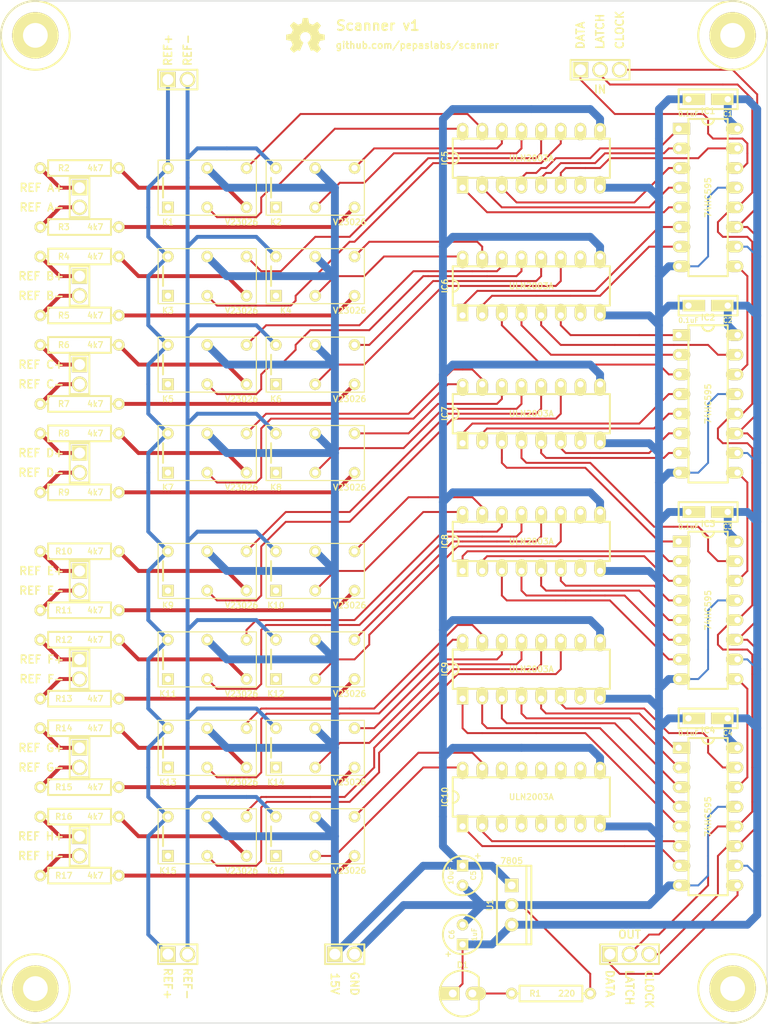
<source format=kicad_pcb>
(kicad_pcb (version 3) (host pcbnew "(2013-07-07 BZR 4022)-stable")
  (layers (15 F.Cu signal) (0 B.Cu signal) (18 B.Paste user) (19 F.Paste user) (20 B.SilkS user) (21 F.SilkS user) (22 B.Mask user) (23 F.Mask user) (28 Edge.Cuts user))
  (net 0 "")
  (net 1 15V)
  (net 2 5V)
  (net 3 CLOCK)
  (net 4 DATA)
  (net 5 "DATA OUT")
  (net 6 GND)
  (net 7 LATCH)
  (net 8 N-000001)
  (net 9 N-0000010)
  (net 10 N-0000011)
  (net 11 N-00000111)
  (net 12 N-00000112)
  (net 13 N-00000113)
  (net 14 N-0000012)
  (net 15 N-0000013)
  (net 16 N-0000014)
  (net 17 N-0000015)
  (net 18 N-000002)
  (net 19 N-0000022)
  (net 20 N-0000023)
  (net 21 N-0000024)
  (net 22 N-0000025)
  (net 23 N-0000026)
  (net 24 N-0000027)
  (net 25 N-000003)
  (net 26 N-000004)
  (net 27 N-000005)
  (net 28 N-0000055)
  (net 29 N-0000056)
  (net 30 N-0000057)
  (net 31 N-0000058)
  (net 32 N-0000059)
  (net 33 N-000006)
  (net 34 N-0000060)
  (net 35 N-0000062)
  (net 36 N-0000066)
  (net 37 N-0000068)
  (net 38 N-0000069)
  (net 39 N-000007)
  (net 40 N-0000071)
  (net 41 N-0000073)
  (net 42 N-0000075)
  (net 43 N-0000076)
  (net 44 N-0000077)
  (net 45 N-0000079)
  (net 46 N-000008)
  (net 47 N-0000081)
  (net 48 N-0000082)
  (net 49 N-0000083)
  (net 50 N-0000084)
  (net 51 N-0000086)
  (net 52 N-0000087)
  (net 53 N-0000088)
  (net 54 N-0000089)
  (net 55 N-000009)
  (net 56 N-0000090)
  (net 57 N-0000092)
  (net 58 N-0000094)
  (net 59 N-0000096)
  (net 60 "REF A+")
  (net 61 "REF A+ DIS")
  (net 62 "REF A+ EN")
  (net 63 "REF A-")
  (net 64 "REF A- DIS")
  (net 65 "REF A- EN")
  (net 66 "REF B+")
  (net 67 "REF B+ DIS")
  (net 68 "REF B+ EN")
  (net 69 "REF B-")
  (net 70 "REF B- DIS")
  (net 71 "REF B- EN")
  (net 72 "REF C+")
  (net 73 "REF C+ DIS")
  (net 74 "REF C+ EN")
  (net 75 "REF C-")
  (net 76 "REF C- DIS")
  (net 77 "REF C- EN")
  (net 78 "REF D+")
  (net 79 "REF D+ DIS")
  (net 80 "REF D+ EN")
  (net 81 "REF D-")
  (net 82 "REF D- DIS")
  (net 83 "REF D- EN")
  (net 84 "REF E+")
  (net 85 "REF E+ DIS")
  (net 86 "REF E+ EN")
  (net 87 "REF E-")
  (net 88 "REF E- DIS")
  (net 89 "REF E- EN")
  (net 90 "REF F+")
  (net 91 "REF F+ DIS")
  (net 92 "REF F+ EN")
  (net 93 "REF F-")
  (net 94 "REF F- DIS")
  (net 95 "REF F- EN")
  (net 96 "REF G+")
  (net 97 "REF G+ DIS")
  (net 98 "REF G+ EN")
  (net 99 "REF G-")
  (net 100 "REF G- DIS")
  (net 101 "REF G- EN")
  (net 102 "REF H+")
  (net 103 "REF H+ DIS")
  (net 104 "REF H+ EN")
  (net 105 "REF H-")
  (net 106 "REF H- DIS")
  (net 107 "REF H- EN")
  (net 108 REF+)
  (net 109 REF-)
  (module PL_LED_5MM (layer F.Cu) (at 132.08 171.45)
    (fp_text reference D1 (at 1.27 -3.683) (layer F.SilkS) (effects (font (size 0.762 0.762) (thickness 0.1524))))
    (fp_text value LED hide)
    (pad 1 thru_hole rect (at 0 0) (size 2.6289 1.7526) (drill 1.016 (offset -0.43815 0)) (layers *.Cu *.Mask F.SilkS) (net 2 5V))
    (pad 2 thru_hole oval (at 2.54 0) (size 2.6289 1.7526) (drill 1.016 (offset 0.43815 0)) (layers *.Cu *.Mask F.SilkS) (net 36 N-0000066))
  )
  (module PL_ELCAP_10_20_V_059A (layer F.Cu) (at 133.35 154.94 270)
    (fp_text reference C5 (at 1.27 -1.397 270) (layer F.SilkS) (effects (font (size 0.635 0.635) (thickness 0.127))))
    (fp_text value 10uF (at 1.27 1.524 270) (layer F.SilkS) (effects (font (size 0.635 0.635) (thickness 0.127))))
    (fp_text user + (at -1.27 -1.905 270) (layer F.SilkS) (effects (font (size 0.762 0.762) (thickness 0.1524))))
    (pad 1 thru_hole rect (at 0 0 270) (size 1.4986 1.4986) (drill 0.8128) (layers *.Cu *.Mask F.SilkS) (net 1 15V))
    (pad 2 thru_hole oval (at 2.54 0 270) (size 1.4986 1.4986) (drill 0.8128) (layers *.Cu *.Mask F.SilkS) (net 6 GND))
  )
  (module PL_ELCAP_10_20_V_059A (layer F.Cu) (at 133.35 165.1 90)
    (fp_text reference C6 (at 1.27 -1.397 90) (layer F.SilkS) (effects (font (size 0.635 0.635) (thickness 0.127))))
    (fp_text value 1uF (at 1.27 1.524 90) (layer F.SilkS) (effects (font (size 0.635 0.635) (thickness 0.127))))
    (fp_text user + (at -1.27 -1.905 90) (layer F.SilkS) (effects (font (size 0.762 0.762) (thickness 0.1524))))
    (pad 1 thru_hole rect (at 0 0 90) (size 1.4986 1.4986) (drill 0.8128) (layers *.Cu *.Mask F.SilkS) (net 2 5V))
    (pad 2 thru_hole oval (at 2.54 0 90) (size 1.4986 1.4986) (drill 0.8128) (layers *.Cu *.Mask F.SilkS) (net 6 GND))
  )
  (module PL_DIP16 (layer F.Cu) (at 133.35 67.31)
    (fp_text reference IC5 (at -2.286 -3.81 90) (layer F.SilkS) (effects (font (size 0.762 0.762) (thickness 0.1524))))
    (fp_text value ULN2003A (at 8.89 -3.81) (layer F.SilkS) (effects (font (size 0.762 0.762) (thickness 0.1524))))
    (pad 1 thru_hole rect (at 0 0) (size 1.4986 2.2479) (drill 0.8128 (offset 0 -0.37465)) (layers *.Cu *.Mask F.SilkS) (net 61 "REF A+ DIS"))
    (pad 2 thru_hole oval (at 2.54 0) (size 1.4986 2.2479) (drill 0.8128 (offset 0 -0.37465)) (layers *.Cu *.Mask F.SilkS) (net 62 "REF A+ EN"))
    (pad 3 thru_hole oval (at 5.08 0) (size 1.4986 2.2479) (drill 0.8128 (offset 0 -0.37465)) (layers *.Cu *.Mask F.SilkS) (net 65 "REF A- EN"))
    (pad 4 thru_hole oval (at 7.62 0) (size 1.4986 2.2479) (drill 0.8128 (offset 0 -0.37465)) (layers *.Cu *.Mask F.SilkS) (net 64 "REF A- DIS"))
    (pad 11 thru_hole oval (at 12.7 -7.62) (size 1.4986 2.2479) (drill 0.8128 (offset 0 0.37465)) (layers *.Cu *.Mask F.SilkS) (net 47 N-0000081))
    (pad 12 thru_hole oval (at 10.16 -7.62) (size 1.4986 2.2479) (drill 0.8128 (offset 0 0.37465)) (layers *.Cu *.Mask F.SilkS) (net 32 N-0000059))
    (pad 13 thru_hole oval (at 7.62 -7.62) (size 1.4986 2.2479) (drill 0.8128 (offset 0 0.37465)) (layers *.Cu *.Mask F.SilkS) (net 31 N-0000058))
    (pad 14 thru_hole oval (at 5.08 -7.62) (size 1.4986 2.2479) (drill 0.8128 (offset 0 0.37465)) (layers *.Cu *.Mask F.SilkS) (net 28 N-0000055))
    (pad 5 thru_hole oval (at 10.16 0) (size 1.4986 2.2479) (drill 0.8128 (offset 0 -0.37465)) (layers *.Cu *.Mask F.SilkS) (net 68 "REF B+ EN"))
    (pad 6 thru_hole oval (at 12.7 0) (size 1.4986 2.2479) (drill 0.8128 (offset 0 -0.37465)) (layers *.Cu *.Mask F.SilkS) (net 67 "REF B+ DIS"))
    (pad 7 thru_hole oval (at 15.24 0) (size 1.4986 2.2479) (drill 0.8128 (offset 0 -0.37465)) (layers *.Cu *.Mask F.SilkS))
    (pad 10 thru_hole oval (at 15.24 -7.62) (size 1.4986 2.2479) (drill 0.8128 (offset 0 0.37465)) (layers *.Cu *.Mask F.SilkS))
    (pad 9 thru_hole oval (at 17.78 -7.62) (size 1.4986 2.2479) (drill 0.8128 (offset 0 0.37465)) (layers *.Cu *.Mask F.SilkS) (net 1 15V))
    (pad 15 thru_hole oval (at 2.54 -7.62) (size 1.4986 2.2479) (drill 0.8128 (offset 0 0.37465)) (layers *.Cu *.Mask F.SilkS) (net 30 N-0000057))
    (pad 8 thru_hole oval (at 17.78 0) (size 1.4986 2.2479) (drill 0.8128 (offset 0 -0.37465)) (layers *.Cu *.Mask F.SilkS) (net 6 GND))
    (pad 16 thru_hole oval (at 0 -7.62) (size 1.4986 2.2479) (drill 0.8128 (offset 0 0.37465)) (layers *.Cu *.Mask F.SilkS) (net 29 N-0000056))
  )
  (module PL_DIP16 (layer F.Cu) (at 161.29 139.7 270)
    (fp_text reference IC4 (at -2.286 -3.81 360) (layer F.SilkS) (effects (font (size 0.762 0.762) (thickness 0.1524))))
    (fp_text value 74HC595 (at 8.89 -3.81 270) (layer F.SilkS) (effects (font (size 0.762 0.762) (thickness 0.1524))))
    (pad 1 thru_hole rect (at 0 0 270) (size 1.4986 2.2479) (drill 0.8128 (offset 0 -0.37465)) (layers *.Cu *.Mask F.SilkS) (net 104 "REF H+ EN"))
    (pad 2 thru_hole oval (at 2.54 0 270) (size 1.4986 2.2479) (drill 0.8128 (offset 0 -0.37465)) (layers *.Cu *.Mask F.SilkS) (net 100 "REF G- DIS"))
    (pad 3 thru_hole oval (at 5.08 0 270) (size 1.4986 2.2479) (drill 0.8128 (offset 0 -0.37465)) (layers *.Cu *.Mask F.SilkS) (net 101 "REF G- EN"))
    (pad 4 thru_hole oval (at 7.62 0 270) (size 1.4986 2.2479) (drill 0.8128 (offset 0 -0.37465)) (layers *.Cu *.Mask F.SilkS) (net 98 "REF G+ EN"))
    (pad 11 thru_hole oval (at 12.7 -7.62 270) (size 1.4986 2.2479) (drill 0.8128 (offset 0 0.37465)) (layers *.Cu *.Mask F.SilkS) (net 3 CLOCK))
    (pad 12 thru_hole oval (at 10.16 -7.62 270) (size 1.4986 2.2479) (drill 0.8128 (offset 0 0.37465)) (layers *.Cu *.Mask F.SilkS) (net 7 LATCH))
    (pad 13 thru_hole oval (at 7.62 -7.62 270) (size 1.4986 2.2479) (drill 0.8128 (offset 0 0.37465)) (layers *.Cu *.Mask F.SilkS) (net 6 GND))
    (pad 14 thru_hole oval (at 5.08 -7.62 270) (size 1.4986 2.2479) (drill 0.8128 (offset 0 0.37465)) (layers *.Cu *.Mask F.SilkS) (net 13 N-00000113))
    (pad 5 thru_hole oval (at 10.16 0 270) (size 1.4986 2.2479) (drill 0.8128 (offset 0 -0.37465)) (layers *.Cu *.Mask F.SilkS) (net 97 "REF G+ DIS"))
    (pad 6 thru_hole oval (at 12.7 0 270) (size 1.4986 2.2479) (drill 0.8128 (offset 0 -0.37465)) (layers *.Cu *.Mask F.SilkS) (net 107 "REF H- EN"))
    (pad 7 thru_hole oval (at 15.24 0 270) (size 1.4986 2.2479) (drill 0.8128 (offset 0 -0.37465)) (layers *.Cu *.Mask F.SilkS) (net 106 "REF H- DIS"))
    (pad 10 thru_hole oval (at 15.24 -7.62 270) (size 1.4986 2.2479) (drill 0.8128 (offset 0 0.37465)) (layers *.Cu *.Mask F.SilkS) (net 2 5V))
    (pad 9 thru_hole oval (at 17.78 -7.62 270) (size 1.4986 2.2479) (drill 0.8128 (offset 0 0.37465)) (layers *.Cu *.Mask F.SilkS) (net 5 "DATA OUT"))
    (pad 15 thru_hole oval (at 2.54 -7.62 270) (size 1.4986 2.2479) (drill 0.8128 (offset 0 0.37465)) (layers *.Cu *.Mask F.SilkS) (net 103 "REF H+ DIS"))
    (pad 8 thru_hole oval (at 17.78 0 270) (size 1.4986 2.2479) (drill 0.8128 (offset 0 -0.37465)) (layers *.Cu *.Mask F.SilkS) (net 6 GND))
    (pad 16 thru_hole oval (at 0 -7.62 270) (size 1.4986 2.2479) (drill 0.8128 (offset 0 0.37465)) (layers *.Cu *.Mask F.SilkS) (net 2 5V))
  )
  (module PL_DIP16 (layer F.Cu) (at 161.29 113.03 270)
    (fp_text reference IC3 (at -2.286 -3.81 360) (layer F.SilkS) (effects (font (size 0.762 0.762) (thickness 0.1524))))
    (fp_text value 74HC595 (at 8.89 -3.81 270) (layer F.SilkS) (effects (font (size 0.762 0.762) (thickness 0.1524))))
    (pad 1 thru_hole rect (at 0 0 270) (size 1.4986 2.2479) (drill 0.8128 (offset 0 -0.37465)) (layers *.Cu *.Mask F.SilkS) (net 83 "REF D- EN"))
    (pad 2 thru_hole oval (at 2.54 0 270) (size 1.4986 2.2479) (drill 0.8128 (offset 0 -0.37465)) (layers *.Cu *.Mask F.SilkS) (net 88 "REF E- DIS"))
    (pad 3 thru_hole oval (at 5.08 0 270) (size 1.4986 2.2479) (drill 0.8128 (offset 0 -0.37465)) (layers *.Cu *.Mask F.SilkS) (net 89 "REF E- EN"))
    (pad 4 thru_hole oval (at 7.62 0 270) (size 1.4986 2.2479) (drill 0.8128 (offset 0 -0.37465)) (layers *.Cu *.Mask F.SilkS) (net 94 "REF F- DIS"))
    (pad 11 thru_hole oval (at 12.7 -7.62 270) (size 1.4986 2.2479) (drill 0.8128 (offset 0 0.37465)) (layers *.Cu *.Mask F.SilkS) (net 3 CLOCK))
    (pad 12 thru_hole oval (at 10.16 -7.62 270) (size 1.4986 2.2479) (drill 0.8128 (offset 0 0.37465)) (layers *.Cu *.Mask F.SilkS) (net 7 LATCH))
    (pad 13 thru_hole oval (at 7.62 -7.62 270) (size 1.4986 2.2479) (drill 0.8128 (offset 0 0.37465)) (layers *.Cu *.Mask F.SilkS) (net 6 GND))
    (pad 14 thru_hole oval (at 5.08 -7.62 270) (size 1.4986 2.2479) (drill 0.8128 (offset 0 0.37465)) (layers *.Cu *.Mask F.SilkS) (net 12 N-00000112))
    (pad 5 thru_hole oval (at 10.16 0 270) (size 1.4986 2.2479) (drill 0.8128 (offset 0 -0.37465)) (layers *.Cu *.Mask F.SilkS) (net 95 "REF F- EN"))
    (pad 6 thru_hole oval (at 12.7 0 270) (size 1.4986 2.2479) (drill 0.8128 (offset 0 -0.37465)) (layers *.Cu *.Mask F.SilkS) (net 91 "REF F+ DIS"))
    (pad 7 thru_hole oval (at 15.24 0 270) (size 1.4986 2.2479) (drill 0.8128 (offset 0 -0.37465)) (layers *.Cu *.Mask F.SilkS) (net 92 "REF F+ EN"))
    (pad 10 thru_hole oval (at 15.24 -7.62 270) (size 1.4986 2.2479) (drill 0.8128 (offset 0 0.37465)) (layers *.Cu *.Mask F.SilkS) (net 2 5V))
    (pad 9 thru_hole oval (at 17.78 -7.62 270) (size 1.4986 2.2479) (drill 0.8128 (offset 0 0.37465)) (layers *.Cu *.Mask F.SilkS) (net 13 N-00000113))
    (pad 15 thru_hole oval (at 2.54 -7.62 270) (size 1.4986 2.2479) (drill 0.8128 (offset 0 0.37465)) (layers *.Cu *.Mask F.SilkS) (net 82 "REF D- DIS"))
    (pad 8 thru_hole oval (at 17.78 0 270) (size 1.4986 2.2479) (drill 0.8128 (offset 0 -0.37465)) (layers *.Cu *.Mask F.SilkS) (net 6 GND))
    (pad 16 thru_hole oval (at 0 -7.62 270) (size 1.4986 2.2479) (drill 0.8128 (offset 0 0.37465)) (layers *.Cu *.Mask F.SilkS) (net 2 5V))
  )
  (module PL_DIP16 (layer F.Cu) (at 161.29 86.36 270)
    (fp_text reference IC2 (at -2.286 -3.81 360) (layer F.SilkS) (effects (font (size 0.762 0.762) (thickness 0.1524))))
    (fp_text value 74HC595 (at 8.89 -3.81 270) (layer F.SilkS) (effects (font (size 0.762 0.762) (thickness 0.1524))))
    (pad 1 thru_hole rect (at 0 0 270) (size 1.4986 2.2479) (drill 0.8128 (offset 0 -0.37465)) (layers *.Cu *.Mask F.SilkS) (net 76 "REF C- DIS"))
    (pad 2 thru_hole oval (at 2.54 0 270) (size 1.4986 2.2479) (drill 0.8128 (offset 0 -0.37465)) (layers *.Cu *.Mask F.SilkS) (net 73 "REF C+ DIS"))
    (pad 3 thru_hole oval (at 5.08 0 270) (size 1.4986 2.2479) (drill 0.8128 (offset 0 -0.37465)) (layers *.Cu *.Mask F.SilkS) (net 74 "REF C+ EN"))
    (pad 4 thru_hole oval (at 7.62 0 270) (size 1.4986 2.2479) (drill 0.8128 (offset 0 -0.37465)) (layers *.Cu *.Mask F.SilkS) (net 79 "REF D+ DIS"))
    (pad 11 thru_hole oval (at 12.7 -7.62 270) (size 1.4986 2.2479) (drill 0.8128 (offset 0 0.37465)) (layers *.Cu *.Mask F.SilkS) (net 3 CLOCK))
    (pad 12 thru_hole oval (at 10.16 -7.62 270) (size 1.4986 2.2479) (drill 0.8128 (offset 0 0.37465)) (layers *.Cu *.Mask F.SilkS) (net 7 LATCH))
    (pad 13 thru_hole oval (at 7.62 -7.62 270) (size 1.4986 2.2479) (drill 0.8128 (offset 0 0.37465)) (layers *.Cu *.Mask F.SilkS) (net 6 GND))
    (pad 14 thru_hole oval (at 5.08 -7.62 270) (size 1.4986 2.2479) (drill 0.8128 (offset 0 0.37465)) (layers *.Cu *.Mask F.SilkS) (net 11 N-00000111))
    (pad 5 thru_hole oval (at 10.16 0 270) (size 1.4986 2.2479) (drill 0.8128 (offset 0 -0.37465)) (layers *.Cu *.Mask F.SilkS) (net 80 "REF D+ EN"))
    (pad 6 thru_hole oval (at 12.7 0 270) (size 1.4986 2.2479) (drill 0.8128 (offset 0 -0.37465)) (layers *.Cu *.Mask F.SilkS) (net 85 "REF E+ DIS"))
    (pad 7 thru_hole oval (at 15.24 0 270) (size 1.4986 2.2479) (drill 0.8128 (offset 0 -0.37465)) (layers *.Cu *.Mask F.SilkS) (net 86 "REF E+ EN"))
    (pad 10 thru_hole oval (at 15.24 -7.62 270) (size 1.4986 2.2479) (drill 0.8128 (offset 0 0.37465)) (layers *.Cu *.Mask F.SilkS) (net 2 5V))
    (pad 9 thru_hole oval (at 17.78 -7.62 270) (size 1.4986 2.2479) (drill 0.8128 (offset 0 0.37465)) (layers *.Cu *.Mask F.SilkS) (net 12 N-00000112))
    (pad 15 thru_hole oval (at 2.54 -7.62 270) (size 1.4986 2.2479) (drill 0.8128 (offset 0 0.37465)) (layers *.Cu *.Mask F.SilkS) (net 77 "REF C- EN"))
    (pad 8 thru_hole oval (at 17.78 0 270) (size 1.4986 2.2479) (drill 0.8128 (offset 0 -0.37465)) (layers *.Cu *.Mask F.SilkS) (net 6 GND))
    (pad 16 thru_hole oval (at 0 -7.62 270) (size 1.4986 2.2479) (drill 0.8128 (offset 0 0.37465)) (layers *.Cu *.Mask F.SilkS) (net 2 5V))
  )
  (module PL_DIP16 (layer F.Cu) (at 133.35 149.86)
    (fp_text reference IC10 (at -2.286 -3.81 90) (layer F.SilkS) (effects (font (size 0.762 0.762) (thickness 0.1524))))
    (fp_text value ULN2003A (at 8.89 -3.81) (layer F.SilkS) (effects (font (size 0.762 0.762) (thickness 0.1524))))
    (pad 1 thru_hole rect (at 0 0) (size 1.4986 2.2479) (drill 0.8128 (offset 0 -0.37465)) (layers *.Cu *.Mask F.SilkS) (net 106 "REF H- DIS"))
    (pad 2 thru_hole oval (at 2.54 0) (size 1.4986 2.2479) (drill 0.8128 (offset 0 -0.37465)) (layers *.Cu *.Mask F.SilkS) (net 107 "REF H- EN"))
    (pad 3 thru_hole oval (at 5.08 0) (size 1.4986 2.2479) (drill 0.8128 (offset 0 -0.37465)) (layers *.Cu *.Mask F.SilkS))
    (pad 4 thru_hole oval (at 7.62 0) (size 1.4986 2.2479) (drill 0.8128 (offset 0 -0.37465)) (layers *.Cu *.Mask F.SilkS))
    (pad 11 thru_hole oval (at 12.7 -7.62) (size 1.4986 2.2479) (drill 0.8128 (offset 0 0.37465)) (layers *.Cu *.Mask F.SilkS))
    (pad 12 thru_hole oval (at 10.16 -7.62) (size 1.4986 2.2479) (drill 0.8128 (offset 0 0.37465)) (layers *.Cu *.Mask F.SilkS))
    (pad 13 thru_hole oval (at 7.62 -7.62) (size 1.4986 2.2479) (drill 0.8128 (offset 0 0.37465)) (layers *.Cu *.Mask F.SilkS))
    (pad 14 thru_hole oval (at 5.08 -7.62) (size 1.4986 2.2479) (drill 0.8128 (offset 0 0.37465)) (layers *.Cu *.Mask F.SilkS))
    (pad 5 thru_hole oval (at 10.16 0) (size 1.4986 2.2479) (drill 0.8128 (offset 0 -0.37465)) (layers *.Cu *.Mask F.SilkS))
    (pad 6 thru_hole oval (at 12.7 0) (size 1.4986 2.2479) (drill 0.8128 (offset 0 -0.37465)) (layers *.Cu *.Mask F.SilkS))
    (pad 7 thru_hole oval (at 15.24 0) (size 1.4986 2.2479) (drill 0.8128 (offset 0 -0.37465)) (layers *.Cu *.Mask F.SilkS))
    (pad 10 thru_hole oval (at 15.24 -7.62) (size 1.4986 2.2479) (drill 0.8128 (offset 0 0.37465)) (layers *.Cu *.Mask F.SilkS))
    (pad 9 thru_hole oval (at 17.78 -7.62) (size 1.4986 2.2479) (drill 0.8128 (offset 0 0.37465)) (layers *.Cu *.Mask F.SilkS) (net 1 15V))
    (pad 15 thru_hole oval (at 2.54 -7.62) (size 1.4986 2.2479) (drill 0.8128 (offset 0 0.37465)) (layers *.Cu *.Mask F.SilkS) (net 24 N-0000027))
    (pad 8 thru_hole oval (at 17.78 0) (size 1.4986 2.2479) (drill 0.8128 (offset 0 -0.37465)) (layers *.Cu *.Mask F.SilkS) (net 6 GND))
    (pad 16 thru_hole oval (at 0 -7.62) (size 1.4986 2.2479) (drill 0.8128 (offset 0 0.37465)) (layers *.Cu *.Mask F.SilkS) (net 23 N-0000026))
  )
  (module PL_DIP16 (layer F.Cu) (at 133.35 133.35)
    (fp_text reference IC9 (at -2.286 -3.81 90) (layer F.SilkS) (effects (font (size 0.762 0.762) (thickness 0.1524))))
    (fp_text value ULN2003A (at 8.89 -3.81) (layer F.SilkS) (effects (font (size 0.762 0.762) (thickness 0.1524))))
    (pad 1 thru_hole rect (at 0 0) (size 1.4986 2.2479) (drill 0.8128 (offset 0 -0.37465)) (layers *.Cu *.Mask F.SilkS) (net 97 "REF G+ DIS"))
    (pad 2 thru_hole oval (at 2.54 0) (size 1.4986 2.2479) (drill 0.8128 (offset 0 -0.37465)) (layers *.Cu *.Mask F.SilkS) (net 98 "REF G+ EN"))
    (pad 3 thru_hole oval (at 5.08 0) (size 1.4986 2.2479) (drill 0.8128 (offset 0 -0.37465)) (layers *.Cu *.Mask F.SilkS) (net 101 "REF G- EN"))
    (pad 4 thru_hole oval (at 7.62 0) (size 1.4986 2.2479) (drill 0.8128 (offset 0 -0.37465)) (layers *.Cu *.Mask F.SilkS) (net 100 "REF G- DIS"))
    (pad 11 thru_hole oval (at 12.7 -7.62) (size 1.4986 2.2479) (drill 0.8128 (offset 0 0.37465)) (layers *.Cu *.Mask F.SilkS) (net 37 N-0000068))
    (pad 12 thru_hole oval (at 10.16 -7.62) (size 1.4986 2.2479) (drill 0.8128 (offset 0 0.37465)) (layers *.Cu *.Mask F.SilkS) (net 19 N-0000022))
    (pad 13 thru_hole oval (at 7.62 -7.62) (size 1.4986 2.2479) (drill 0.8128 (offset 0 0.37465)) (layers *.Cu *.Mask F.SilkS) (net 43 N-0000076))
    (pad 14 thru_hole oval (at 5.08 -7.62) (size 1.4986 2.2479) (drill 0.8128 (offset 0 0.37465)) (layers *.Cu *.Mask F.SilkS) (net 22 N-0000025))
    (pad 5 thru_hole oval (at 10.16 0) (size 1.4986 2.2479) (drill 0.8128 (offset 0 -0.37465)) (layers *.Cu *.Mask F.SilkS) (net 104 "REF H+ EN"))
    (pad 6 thru_hole oval (at 12.7 0) (size 1.4986 2.2479) (drill 0.8128 (offset 0 -0.37465)) (layers *.Cu *.Mask F.SilkS) (net 103 "REF H+ DIS"))
    (pad 7 thru_hole oval (at 15.24 0) (size 1.4986 2.2479) (drill 0.8128 (offset 0 -0.37465)) (layers *.Cu *.Mask F.SilkS))
    (pad 10 thru_hole oval (at 15.24 -7.62) (size 1.4986 2.2479) (drill 0.8128 (offset 0 0.37465)) (layers *.Cu *.Mask F.SilkS))
    (pad 9 thru_hole oval (at 17.78 -7.62) (size 1.4986 2.2479) (drill 0.8128 (offset 0 0.37465)) (layers *.Cu *.Mask F.SilkS) (net 1 15V))
    (pad 15 thru_hole oval (at 2.54 -7.62) (size 1.4986 2.2479) (drill 0.8128 (offset 0 0.37465)) (layers *.Cu *.Mask F.SilkS) (net 21 N-0000024))
    (pad 8 thru_hole oval (at 17.78 0) (size 1.4986 2.2479) (drill 0.8128 (offset 0 -0.37465)) (layers *.Cu *.Mask F.SilkS) (net 6 GND))
    (pad 16 thru_hole oval (at 0 -7.62) (size 1.4986 2.2479) (drill 0.8128 (offset 0 0.37465)) (layers *.Cu *.Mask F.SilkS) (net 20 N-0000023))
  )
  (module PL_DIP16 (layer F.Cu) (at 133.35 116.84)
    (fp_text reference IC8 (at -2.286 -3.81 90) (layer F.SilkS) (effects (font (size 0.762 0.762) (thickness 0.1524))))
    (fp_text value ULN2003A (at 8.89 -3.81) (layer F.SilkS) (effects (font (size 0.762 0.762) (thickness 0.1524))))
    (pad 1 thru_hole rect (at 0 0) (size 1.4986 2.2479) (drill 0.8128 (offset 0 -0.37465)) (layers *.Cu *.Mask F.SilkS) (net 88 "REF E- DIS"))
    (pad 2 thru_hole oval (at 2.54 0) (size 1.4986 2.2479) (drill 0.8128 (offset 0 -0.37465)) (layers *.Cu *.Mask F.SilkS) (net 89 "REF E- EN"))
    (pad 3 thru_hole oval (at 5.08 0) (size 1.4986 2.2479) (drill 0.8128 (offset 0 -0.37465)) (layers *.Cu *.Mask F.SilkS) (net 92 "REF F+ EN"))
    (pad 4 thru_hole oval (at 7.62 0) (size 1.4986 2.2479) (drill 0.8128 (offset 0 -0.37465)) (layers *.Cu *.Mask F.SilkS) (net 91 "REF F+ DIS"))
    (pad 11 thru_hole oval (at 12.7 -7.62) (size 1.4986 2.2479) (drill 0.8128 (offset 0 0.37465)) (layers *.Cu *.Mask F.SilkS) (net 50 N-0000084))
    (pad 12 thru_hole oval (at 10.16 -7.62) (size 1.4986 2.2479) (drill 0.8128 (offset 0 0.37465)) (layers *.Cu *.Mask F.SilkS) (net 46 N-000008))
    (pad 13 thru_hole oval (at 7.62 -7.62) (size 1.4986 2.2479) (drill 0.8128 (offset 0 0.37465)) (layers *.Cu *.Mask F.SilkS) (net 39 N-000007))
    (pad 14 thru_hole oval (at 5.08 -7.62) (size 1.4986 2.2479) (drill 0.8128 (offset 0 0.37465)) (layers *.Cu *.Mask F.SilkS) (net 33 N-000006))
    (pad 5 thru_hole oval (at 10.16 0) (size 1.4986 2.2479) (drill 0.8128 (offset 0 -0.37465)) (layers *.Cu *.Mask F.SilkS) (net 95 "REF F- EN"))
    (pad 6 thru_hole oval (at 12.7 0) (size 1.4986 2.2479) (drill 0.8128 (offset 0 -0.37465)) (layers *.Cu *.Mask F.SilkS) (net 94 "REF F- DIS"))
    (pad 7 thru_hole oval (at 15.24 0) (size 1.4986 2.2479) (drill 0.8128 (offset 0 -0.37465)) (layers *.Cu *.Mask F.SilkS))
    (pad 10 thru_hole oval (at 15.24 -7.62) (size 1.4986 2.2479) (drill 0.8128 (offset 0 0.37465)) (layers *.Cu *.Mask F.SilkS))
    (pad 9 thru_hole oval (at 17.78 -7.62) (size 1.4986 2.2479) (drill 0.8128 (offset 0 0.37465)) (layers *.Cu *.Mask F.SilkS) (net 1 15V))
    (pad 15 thru_hole oval (at 2.54 -7.62) (size 1.4986 2.2479) (drill 0.8128 (offset 0 0.37465)) (layers *.Cu *.Mask F.SilkS) (net 27 N-000005))
    (pad 8 thru_hole oval (at 17.78 0) (size 1.4986 2.2479) (drill 0.8128 (offset 0 -0.37465)) (layers *.Cu *.Mask F.SilkS) (net 6 GND))
    (pad 16 thru_hole oval (at 0 -7.62) (size 1.4986 2.2479) (drill 0.8128 (offset 0 0.37465)) (layers *.Cu *.Mask F.SilkS) (net 8 N-000001))
  )
  (module PL_DIP16 (layer F.Cu) (at 133.35 100.33)
    (fp_text reference IC7 (at -2.286 -3.81 90) (layer F.SilkS) (effects (font (size 0.762 0.762) (thickness 0.1524))))
    (fp_text value ULN2003A (at 8.89 -3.81) (layer F.SilkS) (effects (font (size 0.762 0.762) (thickness 0.1524))))
    (pad 1 thru_hole rect (at 0 0) (size 1.4986 2.2479) (drill 0.8128 (offset 0 -0.37465)) (layers *.Cu *.Mask F.SilkS) (net 79 "REF D+ DIS"))
    (pad 2 thru_hole oval (at 2.54 0) (size 1.4986 2.2479) (drill 0.8128 (offset 0 -0.37465)) (layers *.Cu *.Mask F.SilkS) (net 80 "REF D+ EN"))
    (pad 3 thru_hole oval (at 5.08 0) (size 1.4986 2.2479) (drill 0.8128 (offset 0 -0.37465)) (layers *.Cu *.Mask F.SilkS) (net 83 "REF D- EN"))
    (pad 4 thru_hole oval (at 7.62 0) (size 1.4986 2.2479) (drill 0.8128 (offset 0 -0.37465)) (layers *.Cu *.Mask F.SilkS) (net 82 "REF D- DIS"))
    (pad 11 thru_hole oval (at 12.7 -7.62) (size 1.4986 2.2479) (drill 0.8128 (offset 0 0.37465)) (layers *.Cu *.Mask F.SilkS) (net 49 N-0000083))
    (pad 12 thru_hole oval (at 10.16 -7.62) (size 1.4986 2.2479) (drill 0.8128 (offset 0 0.37465)) (layers *.Cu *.Mask F.SilkS) (net 25 N-000003))
    (pad 13 thru_hole oval (at 7.62 -7.62) (size 1.4986 2.2479) (drill 0.8128 (offset 0 0.37465)) (layers *.Cu *.Mask F.SilkS) (net 18 N-000002))
    (pad 14 thru_hole oval (at 5.08 -7.62) (size 1.4986 2.2479) (drill 0.8128 (offset 0 0.37465)) (layers *.Cu *.Mask F.SilkS) (net 26 N-000004))
    (pad 5 thru_hole oval (at 10.16 0) (size 1.4986 2.2479) (drill 0.8128 (offset 0 -0.37465)) (layers *.Cu *.Mask F.SilkS) (net 86 "REF E+ EN"))
    (pad 6 thru_hole oval (at 12.7 0) (size 1.4986 2.2479) (drill 0.8128 (offset 0 -0.37465)) (layers *.Cu *.Mask F.SilkS) (net 85 "REF E+ DIS"))
    (pad 7 thru_hole oval (at 15.24 0) (size 1.4986 2.2479) (drill 0.8128 (offset 0 -0.37465)) (layers *.Cu *.Mask F.SilkS))
    (pad 10 thru_hole oval (at 15.24 -7.62) (size 1.4986 2.2479) (drill 0.8128 (offset 0 0.37465)) (layers *.Cu *.Mask F.SilkS))
    (pad 9 thru_hole oval (at 17.78 -7.62) (size 1.4986 2.2479) (drill 0.8128 (offset 0 0.37465)) (layers *.Cu *.Mask F.SilkS) (net 1 15V))
    (pad 15 thru_hole oval (at 2.54 -7.62) (size 1.4986 2.2479) (drill 0.8128 (offset 0 0.37465)) (layers *.Cu *.Mask F.SilkS) (net 17 N-0000015))
    (pad 8 thru_hole oval (at 17.78 0) (size 1.4986 2.2479) (drill 0.8128 (offset 0 -0.37465)) (layers *.Cu *.Mask F.SilkS) (net 6 GND))
    (pad 16 thru_hole oval (at 0 -7.62) (size 1.4986 2.2479) (drill 0.8128 (offset 0 0.37465)) (layers *.Cu *.Mask F.SilkS) (net 16 N-0000014))
  )
  (module PL_DIP16 (layer F.Cu) (at 133.35 83.82)
    (fp_text reference IC6 (at -2.286 -3.81 90) (layer F.SilkS) (effects (font (size 0.762 0.762) (thickness 0.1524))))
    (fp_text value ULN2003A (at 8.89 -3.81) (layer F.SilkS) (effects (font (size 0.762 0.762) (thickness 0.1524))))
    (pad 1 thru_hole rect (at 0 0) (size 1.4986 2.2479) (drill 0.8128 (offset 0 -0.37465)) (layers *.Cu *.Mask F.SilkS) (net 70 "REF B- DIS"))
    (pad 2 thru_hole oval (at 2.54 0) (size 1.4986 2.2479) (drill 0.8128 (offset 0 -0.37465)) (layers *.Cu *.Mask F.SilkS) (net 71 "REF B- EN"))
    (pad 3 thru_hole oval (at 5.08 0) (size 1.4986 2.2479) (drill 0.8128 (offset 0 -0.37465)) (layers *.Cu *.Mask F.SilkS) (net 74 "REF C+ EN"))
    (pad 4 thru_hole oval (at 7.62 0) (size 1.4986 2.2479) (drill 0.8128 (offset 0 -0.37465)) (layers *.Cu *.Mask F.SilkS) (net 73 "REF C+ DIS"))
    (pad 11 thru_hole oval (at 12.7 -7.62) (size 1.4986 2.2479) (drill 0.8128 (offset 0 0.37465)) (layers *.Cu *.Mask F.SilkS) (net 48 N-0000082))
    (pad 12 thru_hole oval (at 10.16 -7.62) (size 1.4986 2.2479) (drill 0.8128 (offset 0 0.37465)) (layers *.Cu *.Mask F.SilkS) (net 15 N-0000013))
    (pad 13 thru_hole oval (at 7.62 -7.62) (size 1.4986 2.2479) (drill 0.8128 (offset 0 0.37465)) (layers *.Cu *.Mask F.SilkS) (net 14 N-0000012))
    (pad 14 thru_hole oval (at 5.08 -7.62) (size 1.4986 2.2479) (drill 0.8128 (offset 0 0.37465)) (layers *.Cu *.Mask F.SilkS) (net 10 N-0000011))
    (pad 5 thru_hole oval (at 10.16 0) (size 1.4986 2.2479) (drill 0.8128 (offset 0 -0.37465)) (layers *.Cu *.Mask F.SilkS) (net 77 "REF C- EN"))
    (pad 6 thru_hole oval (at 12.7 0) (size 1.4986 2.2479) (drill 0.8128 (offset 0 -0.37465)) (layers *.Cu *.Mask F.SilkS) (net 76 "REF C- DIS"))
    (pad 7 thru_hole oval (at 15.24 0) (size 1.4986 2.2479) (drill 0.8128 (offset 0 -0.37465)) (layers *.Cu *.Mask F.SilkS))
    (pad 10 thru_hole oval (at 15.24 -7.62) (size 1.4986 2.2479) (drill 0.8128 (offset 0 0.37465)) (layers *.Cu *.Mask F.SilkS))
    (pad 9 thru_hole oval (at 17.78 -7.62) (size 1.4986 2.2479) (drill 0.8128 (offset 0 0.37465)) (layers *.Cu *.Mask F.SilkS) (net 1 15V))
    (pad 15 thru_hole oval (at 2.54 -7.62) (size 1.4986 2.2479) (drill 0.8128 (offset 0 0.37465)) (layers *.Cu *.Mask F.SilkS) (net 9 N-0000010))
    (pad 8 thru_hole oval (at 17.78 0) (size 1.4986 2.2479) (drill 0.8128 (offset 0 -0.37465)) (layers *.Cu *.Mask F.SilkS) (net 6 GND))
    (pad 16 thru_hole oval (at 0 -7.62) (size 1.4986 2.2479) (drill 0.8128 (offset 0 0.37465)) (layers *.Cu *.Mask F.SilkS) (net 55 N-000009))
  )
  (module PL_DIP16 (layer F.Cu) (at 161.29 59.69 270)
    (fp_text reference IC1 (at -2.286 -3.81 360) (layer F.SilkS) (effects (font (size 0.762 0.762) (thickness 0.1524))))
    (fp_text value 74HC595 (at 8.89 -3.81 270) (layer F.SilkS) (effects (font (size 0.762 0.762) (thickness 0.1524))))
    (pad 1 thru_hole rect (at 0 0 270) (size 1.4986 2.2479) (drill 0.8128 (offset 0 -0.37465)) (layers *.Cu *.Mask F.SilkS) (net 64 "REF A- DIS"))
    (pad 2 thru_hole oval (at 2.54 0 270) (size 1.4986 2.2479) (drill 0.8128 (offset 0 -0.37465)) (layers *.Cu *.Mask F.SilkS) (net 68 "REF B+ EN"))
    (pad 3 thru_hole oval (at 5.08 0 270) (size 1.4986 2.2479) (drill 0.8128 (offset 0 -0.37465)) (layers *.Cu *.Mask F.SilkS) (net 65 "REF A- EN"))
    (pad 4 thru_hole oval (at 7.62 0 270) (size 1.4986 2.2479) (drill 0.8128 (offset 0 -0.37465)) (layers *.Cu *.Mask F.SilkS) (net 62 "REF A+ EN"))
    (pad 11 thru_hole oval (at 12.7 -7.62 270) (size 1.4986 2.2479) (drill 0.8128 (offset 0 0.37465)) (layers *.Cu *.Mask F.SilkS) (net 3 CLOCK))
    (pad 12 thru_hole oval (at 10.16 -7.62 270) (size 1.4986 2.2479) (drill 0.8128 (offset 0 0.37465)) (layers *.Cu *.Mask F.SilkS) (net 7 LATCH))
    (pad 13 thru_hole oval (at 7.62 -7.62 270) (size 1.4986 2.2479) (drill 0.8128 (offset 0 0.37465)) (layers *.Cu *.Mask F.SilkS) (net 6 GND))
    (pad 14 thru_hole oval (at 5.08 -7.62 270) (size 1.4986 2.2479) (drill 0.8128 (offset 0 0.37465)) (layers *.Cu *.Mask F.SilkS) (net 4 DATA))
    (pad 5 thru_hole oval (at 10.16 0 270) (size 1.4986 2.2479) (drill 0.8128 (offset 0 -0.37465)) (layers *.Cu *.Mask F.SilkS) (net 61 "REF A+ DIS"))
    (pad 6 thru_hole oval (at 12.7 0 270) (size 1.4986 2.2479) (drill 0.8128 (offset 0 -0.37465)) (layers *.Cu *.Mask F.SilkS) (net 70 "REF B- DIS"))
    (pad 7 thru_hole oval (at 15.24 0 270) (size 1.4986 2.2479) (drill 0.8128 (offset 0 -0.37465)) (layers *.Cu *.Mask F.SilkS) (net 71 "REF B- EN"))
    (pad 10 thru_hole oval (at 15.24 -7.62 270) (size 1.4986 2.2479) (drill 0.8128 (offset 0 0.37465)) (layers *.Cu *.Mask F.SilkS) (net 2 5V))
    (pad 9 thru_hole oval (at 17.78 -7.62 270) (size 1.4986 2.2479) (drill 0.8128 (offset 0 0.37465)) (layers *.Cu *.Mask F.SilkS) (net 11 N-00000111))
    (pad 15 thru_hole oval (at 2.54 -7.62 270) (size 1.4986 2.2479) (drill 0.8128 (offset 0 0.37465)) (layers *.Cu *.Mask F.SilkS) (net 67 "REF B+ DIS"))
    (pad 8 thru_hole oval (at 17.78 0 270) (size 1.4986 2.2479) (drill 0.8128 (offset 0 -0.37465)) (layers *.Cu *.Mask F.SilkS) (net 6 GND))
    (pad 16 thru_hole oval (at 0 -7.62 270) (size 1.4986 2.2479) (drill 0.8128 (offset 0 0.37465)) (layers *.Cu *.Mask F.SilkS) (net 2 5V))
  )
  (module PL_ANYSSCAP_SMALL_2_059B_0805 (layer F.Cu) (at 165.1 55.88 180)
    (fp_text reference C1 (at -2.54 -1.905 180) (layer F.SilkS) (effects (font (size 0.635 0.635) (thickness 0.127))))
    (fp_text value 0.1uF (at 2.54 -1.905 180) (layer F.SilkS) (effects (font (size 0.635 0.635) (thickness 0.127))))
    (pad 1 thru_hole rect (at -2.54 0 180) (size 2.8956 1.4986) (drill 0.8128 (offset 0.6985 0)) (layers *.Cu *.Mask F.SilkS) (net 2 5V))
    (pad 2 thru_hole rect (at 2.54 0 180) (size 2.8956 1.4986) (drill 0.8128 (offset -0.6985 0)) (layers *.Cu *.Mask F.SilkS) (net 6 GND))
  )
  (module PL_ANYSSCAP_SMALL_2_059B_0805 (layer F.Cu) (at 165.1 82.55 180)
    (fp_text reference C2 (at -2.54 -1.905 180) (layer F.SilkS) (effects (font (size 0.635 0.635) (thickness 0.127))))
    (fp_text value 0.1uF (at 2.54 -1.905 180) (layer F.SilkS) (effects (font (size 0.635 0.635) (thickness 0.127))))
    (pad 1 thru_hole rect (at -2.54 0 180) (size 2.8956 1.4986) (drill 0.8128 (offset 0.6985 0)) (layers *.Cu *.Mask F.SilkS) (net 2 5V))
    (pad 2 thru_hole rect (at 2.54 0 180) (size 2.8956 1.4986) (drill 0.8128 (offset -0.6985 0)) (layers *.Cu *.Mask F.SilkS) (net 6 GND))
  )
  (module PL_ANYSSCAP_SMALL_2_059B_0805 (layer F.Cu) (at 165.1 109.22 180)
    (fp_text reference C3 (at -2.54 -1.905 180) (layer F.SilkS) (effects (font (size 0.635 0.635) (thickness 0.127))))
    (fp_text value 0.1uF (at 2.54 -1.905 180) (layer F.SilkS) (effects (font (size 0.635 0.635) (thickness 0.127))))
    (pad 1 thru_hole rect (at -2.54 0 180) (size 2.8956 1.4986) (drill 0.8128 (offset 0.6985 0)) (layers *.Cu *.Mask F.SilkS) (net 2 5V))
    (pad 2 thru_hole rect (at 2.54 0 180) (size 2.8956 1.4986) (drill 0.8128 (offset -0.6985 0)) (layers *.Cu *.Mask F.SilkS) (net 6 GND))
  )
  (module PL_ANYSSCAP_SMALL_2_059B_0805 (layer F.Cu) (at 165.1 135.89 180)
    (fp_text reference C4 (at -2.54 -1.905 180) (layer F.SilkS) (effects (font (size 0.635 0.635) (thickness 0.127))))
    (fp_text value 0.1uF (at 2.54 -1.905 180) (layer F.SilkS) (effects (font (size 0.635 0.635) (thickness 0.127))))
    (pad 1 thru_hole rect (at -2.54 0 180) (size 2.8956 1.4986) (drill 0.8128 (offset 0.6985 0)) (layers *.Cu *.Mask F.SilkS) (net 2 5V))
    (pad 2 thru_hole rect (at 2.54 0 180) (size 2.8956 1.4986) (drill 0.8128 (offset -0.6985 0)) (layers *.Cu *.Mask F.SilkS) (net 6 GND))
  )
  (module PL_TO-220_V_069A (layer F.Cu) (at 139.7 157.48 270)
    (fp_text reference U1 (at 2.54 2.794 270) (layer F.SilkS) (effects (font (size 0.762 0.762) (thickness 0.1524))))
    (fp_text value 7805 (at -3.175 0 360) (layer F.SilkS) (effects (font (size 0.762 0.762) (thickness 0.1524))))
    (pad 1 thru_hole rect (at 0 0) (size 1.7526 1.7526) (drill 1.016) (layers *.Cu *.Mask F.SilkS) (net 1 15V))
    (pad 2 thru_hole oval (at 2.54 0) (size 1.7526 1.7526) (drill 1.016) (layers *.Cu *.Mask F.SilkS) (net 6 GND))
    (pad 3 thru_hole oval (at 5.08 0) (size 1.7526 1.7526) (drill 1.016) (layers *.Cu *.Mask F.SilkS) (net 2 5V))
  )
  (module PL_SIL-2-MCHN (layer F.Cu) (at 116.84 166.37)
    (fp_text reference P1 hide)
    (fp_text value CONN_2X1 hide)
    (pad 1 thru_hole rect (at 0 0) (size 2.0066 2.0066) (drill 1.4224) (layers *.Cu *.Mask F.SilkS) (net 1 15V))
    (pad 2 thru_hole circle (at 2.54 0) (size 2.0066 2.0066) (drill 1.4224) (layers *.Cu *.Mask F.SilkS) (net 6 GND))
  )
  (module PL_SIL-2-MCHN (layer F.Cu) (at 83.82 139.7 270)
    (fp_text reference P9 hide)
    (fp_text value CONN_2X1 hide)
    (pad 1 thru_hole rect (at 0 0 270) (size 2.0066 2.0066) (drill 1.4224) (layers *.Cu *.Mask F.SilkS) (net 51 N-0000086))
    (pad 2 thru_hole circle (at 2.54 0 270) (size 2.0066 2.0066) (drill 1.4224) (layers *.Cu *.Mask F.SilkS) (net 52 N-0000087))
  )
  (module PL_SIL-2-MCHN (layer F.Cu) (at 83.82 151.13 270)
    (fp_text reference P10 hide)
    (fp_text value CONN_2X1 hide)
    (pad 1 thru_hole rect (at 0 0 270) (size 2.0066 2.0066) (drill 1.4224) (layers *.Cu *.Mask F.SilkS) (net 53 N-0000088))
    (pad 2 thru_hole circle (at 2.54 0 270) (size 2.0066 2.0066) (drill 1.4224) (layers *.Cu *.Mask F.SilkS) (net 54 N-0000089))
  )
  (module PL_SIL-2-MCHN (layer F.Cu) (at 83.82 116.84 270)
    (fp_text reference P7 hide)
    (fp_text value CONN_2X1 hide)
    (pad 1 thru_hole rect (at 0 0 270) (size 2.0066 2.0066) (drill 1.4224) (layers *.Cu *.Mask F.SilkS) (net 57 N-0000092))
    (pad 2 thru_hole circle (at 2.54 0 270) (size 2.0066 2.0066) (drill 1.4224) (layers *.Cu *.Mask F.SilkS) (net 58 N-0000094))
  )
  (module PL_SIL-2-MCHN (layer F.Cu) (at 83.82 128.27 270)
    (fp_text reference P8 hide)
    (fp_text value CONN_2X1 hide)
    (pad 1 thru_hole rect (at 0 0 270) (size 2.0066 2.0066) (drill 1.4224) (layers *.Cu *.Mask F.SilkS) (net 59 N-0000096))
    (pad 2 thru_hole circle (at 2.54 0 270) (size 2.0066 2.0066) (drill 1.4224) (layers *.Cu *.Mask F.SilkS) (net 56 N-0000090))
  )
  (module PL_SIL-2-MCHN (layer F.Cu) (at 83.82 90.17 270)
    (fp_text reference P5 hide)
    (fp_text value CONN_2X1 hide)
    (pad 1 thru_hole rect (at 0 0 270) (size 2.0066 2.0066) (drill 1.4224) (layers *.Cu *.Mask F.SilkS) (net 41 N-0000073))
    (pad 2 thru_hole circle (at 2.54 0 270) (size 2.0066 2.0066) (drill 1.4224) (layers *.Cu *.Mask F.SilkS) (net 42 N-0000075))
  )
  (module PL_SIL-2-MCHN (layer F.Cu) (at 83.82 101.6 270)
    (fp_text reference P6 hide)
    (fp_text value CONN_2X1 hide)
    (pad 1 thru_hole rect (at 0 0 270) (size 2.0066 2.0066) (drill 1.4224) (layers *.Cu *.Mask F.SilkS) (net 44 N-0000077))
    (pad 2 thru_hole circle (at 2.54 0 270) (size 2.0066 2.0066) (drill 1.4224) (layers *.Cu *.Mask F.SilkS) (net 45 N-0000079))
  )
  (module PL_SIL-2-MCHN (layer F.Cu) (at 83.82 67.31 270)
    (fp_text reference P3 hide)
    (fp_text value CONN_2X1 hide)
    (pad 1 thru_hole rect (at 0 0 270) (size 2.0066 2.0066) (drill 1.4224) (layers *.Cu *.Mask F.SilkS) (net 34 N-0000060))
    (pad 2 thru_hole circle (at 2.54 0 270) (size 2.0066 2.0066) (drill 1.4224) (layers *.Cu *.Mask F.SilkS) (net 35 N-0000062))
  )
  (module PL_SIL-2-MCHN (layer F.Cu) (at 83.82 78.74 270)
    (fp_text reference P4 hide)
    (fp_text value CONN_2X1 hide)
    (pad 1 thru_hole rect (at 0 0 270) (size 2.0066 2.0066) (drill 1.4224) (layers *.Cu *.Mask F.SilkS) (net 38 N-0000069))
    (pad 2 thru_hole circle (at 2.54 0 270) (size 2.0066 2.0066) (drill 1.4224) (layers *.Cu *.Mask F.SilkS) (net 40 N-0000071))
  )
  (module PL_SIL-2-MCHN (layer F.Cu) (at 95.25 53.34)
    (fp_text reference P11 hide)
    (fp_text value CONN_2X1 hide)
    (pad 1 thru_hole rect (at 0 0) (size 2.0066 2.0066) (drill 1.4224) (layers *.Cu *.Mask F.SilkS) (net 108 REF+))
    (pad 2 thru_hole circle (at 2.54 0) (size 2.0066 2.0066) (drill 1.4224) (layers *.Cu *.Mask F.SilkS) (net 109 REF-))
  )
  (module PL_R_AXIAL_0W25_059A (layer F.Cu) (at 139.7 171.45)
    (fp_text reference R1 (at 3.048 0) (layer F.SilkS) (effects (font (size 0.762 0.762) (thickness 0.1524))))
    (fp_text value 220 (at 7.112 0) (layer F.SilkS) (effects (font (size 0.762 0.762) (thickness 0.1524))))
    (pad 1 thru_hole oval (at 0 0) (size 1.4986 1.4986) (drill 0.8128) (layers *.Cu *.Mask F.SilkS) (net 36 N-0000066))
    (pad 2 thru_hole oval (at 10.16 0) (size 1.4986 1.4986) (drill 0.8128) (layers *.Cu *.Mask F.SilkS) (net 6 GND))
  )
  (module PL_SIL-3-MCHN (layer F.Cu) (at 152.4 166.37)
    (fp_text reference P12 hide)
    (fp_text value CONN_3X1 hide)
    (pad 1 thru_hole rect (at 0 0) (size 2.0066 2.0066) (drill 1.4224) (layers *.Cu *.Mask F.SilkS) (net 5 "DATA OUT"))
    (pad 2 thru_hole circle (at 2.54 0) (size 2.0066 2.0066) (drill 1.4224) (layers *.Cu *.Mask F.SilkS) (net 7 LATCH))
    (pad 3 thru_hole circle (at 5.08 0) (size 2.0066 2.0066) (drill 1.4224) (layers *.Cu *.Mask F.SilkS) (net 3 CLOCK))
  )
  (module PL_SIL-3-MCHN (layer F.Cu) (at 148.59 52.07)
    (fp_text reference P2 hide)
    (fp_text value CONN_3X1 hide)
    (pad 1 thru_hole rect (at 0 0) (size 2.0066 2.0066) (drill 1.4224) (layers *.Cu *.Mask F.SilkS) (net 4 DATA))
    (pad 2 thru_hole circle (at 2.54 0) (size 2.0066 2.0066) (drill 1.4224) (layers *.Cu *.Mask F.SilkS) (net 7 LATCH))
    (pad 3 thru_hole circle (at 5.08 0) (size 2.0066 2.0066) (drill 1.4224) (layers *.Cu *.Mask F.SilkS) (net 3 CLOCK))
  )
  (module PL_hole_M3 (layer F.Cu) (at 78.105 47.625)
    (fp_text reference H*** hide)
    (fp_text value Val** hide)
    (pad 1 thru_hole circle (at 0 0) (size 6 6) (drill 3.2) (layers *.Cu *.Mask F.SilkS))
  )
  (module PL_hole_M3 (layer F.Cu) (at 168.275 47.625)
    (fp_text reference H*** hide)
    (fp_text value Val** hide)
    (pad 1 thru_hole circle (at 0 0) (size 6 6) (drill 3.2) (layers *.Cu *.Mask F.SilkS))
  )
  (module PL_hole_M3 (layer F.Cu) (at 168.275 170.815)
    (fp_text reference H*** hide)
    (fp_text value Val** hide)
    (pad 1 thru_hole circle (at 0 0) (size 6 6) (drill 3.2) (layers *.Cu *.Mask F.SilkS))
  )
  (module PL_hole_M3 (layer F.Cu) (at 78.105 170.815)
    (fp_text reference H*** hide)
    (fp_text value Val** hide)
    (pad 1 thru_hole circle (at 0 0) (size 6 6) (drill 3.2) (layers *.Cu *.Mask F.SilkS))
  )
  (module PL_SIL-2-MCHN (layer F.Cu) (at 95.25 166.37)
    (fp_text reference P13 hide)
    (fp_text value CONN_2X1 hide)
    (pad 1 thru_hole rect (at 0 0) (size 2.0066 2.0066) (drill 1.4224) (layers *.Cu *.Mask F.SilkS) (net 108 REF+))
    (pad 2 thru_hole circle (at 2.54 0) (size 2.0066 2.0066) (drill 1.4224) (layers *.Cu *.Mask F.SilkS) (net 109 REF-))
  )
  (module OSHW-logo_silkscreen-front_5mm (layer F.Cu) (at 113.03 47.625)
    (fp_text reference G*** hide)
    (fp_text value OSHW-logo_silkscreen-front_5mm hide)
  )
  (module PL_V23026 (layer F.Cu) (at 95.25 69.85)
    (fp_text reference K1 (at 0 1.905) (layer F.SilkS) (effects (font (size 0.762 0.762) (thickness 0.1524))))
    (fp_text value V23026 (at 9.525 1.905) (layer F.SilkS) (effects (font (size 0.762 0.762) (thickness 0.1524))))
    (pad 1 thru_hole rect (at 0 0) (size 1.4986 1.4986) (drill 0.8128) (layers *.Cu *.Mask F.SilkS))
    (pad 2 thru_hole circle (at 5.08 0) (size 1.4986 1.4986) (drill 0.8128) (layers *.Cu *.Mask F.SilkS) (net 29 N-0000056))
    (pad 3 thru_hole circle (at 10.16 0) (size 1.4986 1.4986) (drill 0.8128) (layers *.Cu *.Mask F.SilkS) (net 60 "REF A+"))
    (pad 4 thru_hole circle (at 10.16 -5.08) (size 1.4986 1.4986) (drill 0.8128) (layers *.Cu *.Mask F.SilkS) (net 30 N-0000057))
    (pad 5 thru_hole circle (at 5.08 -5.08) (size 1.4986 1.4986) (drill 0.8128) (layers *.Cu *.Mask F.SilkS) (net 1 15V))
    (pad 6 thru_hole circle (at 0 -5.08) (size 1.4986 1.4986) (drill 0.8128) (layers *.Cu *.Mask F.SilkS) (net 108 REF+))
  )
  (module PL_V23026 (layer F.Cu) (at 109.22 69.85)
    (fp_text reference K2 (at 0 1.905) (layer F.SilkS) (effects (font (size 0.762 0.762) (thickness 0.1524))))
    (fp_text value V23026 (at 9.525 1.905) (layer F.SilkS) (effects (font (size 0.762 0.762) (thickness 0.1524))))
    (pad 1 thru_hole rect (at 0 0) (size 1.4986 1.4986) (drill 0.8128) (layers *.Cu *.Mask F.SilkS))
    (pad 2 thru_hole circle (at 5.08 0) (size 1.4986 1.4986) (drill 0.8128) (layers *.Cu *.Mask F.SilkS) (net 31 N-0000058))
    (pad 3 thru_hole circle (at 10.16 0) (size 1.4986 1.4986) (drill 0.8128) (layers *.Cu *.Mask F.SilkS) (net 63 "REF A-"))
    (pad 4 thru_hole circle (at 10.16 -5.08) (size 1.4986 1.4986) (drill 0.8128) (layers *.Cu *.Mask F.SilkS) (net 28 N-0000055))
    (pad 5 thru_hole circle (at 5.08 -5.08) (size 1.4986 1.4986) (drill 0.8128) (layers *.Cu *.Mask F.SilkS) (net 1 15V))
    (pad 6 thru_hole circle (at 0 -5.08) (size 1.4986 1.4986) (drill 0.8128) (layers *.Cu *.Mask F.SilkS) (net 109 REF-))
  )
  (module PL_V23026 (layer F.Cu) (at 95.25 81.28)
    (fp_text reference K3 (at 0 1.905) (layer F.SilkS) (effects (font (size 0.762 0.762) (thickness 0.1524))))
    (fp_text value V23026 (at 9.525 1.905) (layer F.SilkS) (effects (font (size 0.762 0.762) (thickness 0.1524))))
    (pad 1 thru_hole rect (at 0 0) (size 1.4986 1.4986) (drill 0.8128) (layers *.Cu *.Mask F.SilkS))
    (pad 2 thru_hole circle (at 5.08 0) (size 1.4986 1.4986) (drill 0.8128) (layers *.Cu *.Mask F.SilkS) (net 47 N-0000081))
    (pad 3 thru_hole circle (at 10.16 0) (size 1.4986 1.4986) (drill 0.8128) (layers *.Cu *.Mask F.SilkS) (net 66 "REF B+"))
    (pad 4 thru_hole circle (at 10.16 -5.08) (size 1.4986 1.4986) (drill 0.8128) (layers *.Cu *.Mask F.SilkS) (net 32 N-0000059))
    (pad 5 thru_hole circle (at 5.08 -5.08) (size 1.4986 1.4986) (drill 0.8128) (layers *.Cu *.Mask F.SilkS) (net 1 15V))
    (pad 6 thru_hole circle (at 0 -5.08) (size 1.4986 1.4986) (drill 0.8128) (layers *.Cu *.Mask F.SilkS) (net 108 REF+))
  )
  (module PL_V23026 (layer F.Cu) (at 109.22 81.28)
    (fp_text reference K4 (at 1.27 1.905) (layer F.SilkS) (effects (font (size 0.762 0.762) (thickness 0.1524))))
    (fp_text value V23026 (at 9.525 1.905) (layer F.SilkS) (effects (font (size 0.762 0.762) (thickness 0.1524))))
    (pad 1 thru_hole rect (at 0 0) (size 1.4986 1.4986) (drill 0.8128) (layers *.Cu *.Mask F.SilkS))
    (pad 2 thru_hole circle (at 5.08 0) (size 1.4986 1.4986) (drill 0.8128) (layers *.Cu *.Mask F.SilkS) (net 55 N-000009))
    (pad 3 thru_hole circle (at 10.16 0) (size 1.4986 1.4986) (drill 0.8128) (layers *.Cu *.Mask F.SilkS) (net 69 "REF B-"))
    (pad 4 thru_hole circle (at 10.16 -5.08) (size 1.4986 1.4986) (drill 0.8128) (layers *.Cu *.Mask F.SilkS) (net 9 N-0000010))
    (pad 5 thru_hole circle (at 5.08 -5.08) (size 1.4986 1.4986) (drill 0.8128) (layers *.Cu *.Mask F.SilkS) (net 1 15V))
    (pad 6 thru_hole circle (at 0 -5.08) (size 1.4986 1.4986) (drill 0.8128) (layers *.Cu *.Mask F.SilkS) (net 109 REF-))
  )
  (module PL_V23026 (layer F.Cu) (at 95.25 92.71)
    (fp_text reference K5 (at 0 1.905) (layer F.SilkS) (effects (font (size 0.762 0.762) (thickness 0.1524))))
    (fp_text value V23026 (at 9.525 1.905) (layer F.SilkS) (effects (font (size 0.762 0.762) (thickness 0.1524))))
    (pad 1 thru_hole rect (at 0 0) (size 1.4986 1.4986) (drill 0.8128) (layers *.Cu *.Mask F.SilkS))
    (pad 2 thru_hole circle (at 5.08 0) (size 1.4986 1.4986) (drill 0.8128) (layers *.Cu *.Mask F.SilkS) (net 14 N-0000012))
    (pad 3 thru_hole circle (at 10.16 0) (size 1.4986 1.4986) (drill 0.8128) (layers *.Cu *.Mask F.SilkS) (net 72 "REF C+"))
    (pad 4 thru_hole circle (at 10.16 -5.08) (size 1.4986 1.4986) (drill 0.8128) (layers *.Cu *.Mask F.SilkS) (net 10 N-0000011))
    (pad 5 thru_hole circle (at 5.08 -5.08) (size 1.4986 1.4986) (drill 0.8128) (layers *.Cu *.Mask F.SilkS) (net 1 15V))
    (pad 6 thru_hole circle (at 0 -5.08) (size 1.4986 1.4986) (drill 0.8128) (layers *.Cu *.Mask F.SilkS) (net 108 REF+))
  )
  (module PL_V23026 (layer F.Cu) (at 109.22 92.71)
    (fp_text reference K6 (at 0 1.905) (layer F.SilkS) (effects (font (size 0.762 0.762) (thickness 0.1524))))
    (fp_text value V23026 (at 9.525 1.905) (layer F.SilkS) (effects (font (size 0.762 0.762) (thickness 0.1524))))
    (pad 1 thru_hole rect (at 0 0) (size 1.4986 1.4986) (drill 0.8128) (layers *.Cu *.Mask F.SilkS))
    (pad 2 thru_hole circle (at 5.08 0) (size 1.4986 1.4986) (drill 0.8128) (layers *.Cu *.Mask F.SilkS) (net 48 N-0000082))
    (pad 3 thru_hole circle (at 10.16 0) (size 1.4986 1.4986) (drill 0.8128) (layers *.Cu *.Mask F.SilkS) (net 75 "REF C-"))
    (pad 4 thru_hole circle (at 10.16 -5.08) (size 1.4986 1.4986) (drill 0.8128) (layers *.Cu *.Mask F.SilkS) (net 15 N-0000013))
    (pad 5 thru_hole circle (at 5.08 -5.08) (size 1.4986 1.4986) (drill 0.8128) (layers *.Cu *.Mask F.SilkS) (net 1 15V))
    (pad 6 thru_hole circle (at 0 -5.08) (size 1.4986 1.4986) (drill 0.8128) (layers *.Cu *.Mask F.SilkS) (net 109 REF-))
  )
  (module PL_V23026 (layer F.Cu) (at 95.25 104.14)
    (fp_text reference K7 (at 0 1.905) (layer F.SilkS) (effects (font (size 0.762 0.762) (thickness 0.1524))))
    (fp_text value V23026 (at 9.525 1.905) (layer F.SilkS) (effects (font (size 0.762 0.762) (thickness 0.1524))))
    (pad 1 thru_hole rect (at 0 0) (size 1.4986 1.4986) (drill 0.8128) (layers *.Cu *.Mask F.SilkS))
    (pad 2 thru_hole circle (at 5.08 0) (size 1.4986 1.4986) (drill 0.8128) (layers *.Cu *.Mask F.SilkS) (net 16 N-0000014))
    (pad 3 thru_hole circle (at 10.16 0) (size 1.4986 1.4986) (drill 0.8128) (layers *.Cu *.Mask F.SilkS) (net 78 "REF D+"))
    (pad 4 thru_hole circle (at 10.16 -5.08) (size 1.4986 1.4986) (drill 0.8128) (layers *.Cu *.Mask F.SilkS) (net 17 N-0000015))
    (pad 5 thru_hole circle (at 5.08 -5.08) (size 1.4986 1.4986) (drill 0.8128) (layers *.Cu *.Mask F.SilkS) (net 1 15V))
    (pad 6 thru_hole circle (at 0 -5.08) (size 1.4986 1.4986) (drill 0.8128) (layers *.Cu *.Mask F.SilkS) (net 108 REF+))
  )
  (module PL_V23026 (layer F.Cu) (at 109.22 104.14)
    (fp_text reference K8 (at 0 1.905) (layer F.SilkS) (effects (font (size 0.762 0.762) (thickness 0.1524))))
    (fp_text value V23026 (at 9.525 1.905) (layer F.SilkS) (effects (font (size 0.762 0.762) (thickness 0.1524))))
    (pad 1 thru_hole rect (at 0 0) (size 1.4986 1.4986) (drill 0.8128) (layers *.Cu *.Mask F.SilkS))
    (pad 2 thru_hole circle (at 5.08 0) (size 1.4986 1.4986) (drill 0.8128) (layers *.Cu *.Mask F.SilkS) (net 18 N-000002))
    (pad 3 thru_hole circle (at 10.16 0) (size 1.4986 1.4986) (drill 0.8128) (layers *.Cu *.Mask F.SilkS) (net 81 "REF D-"))
    (pad 4 thru_hole circle (at 10.16 -5.08) (size 1.4986 1.4986) (drill 0.8128) (layers *.Cu *.Mask F.SilkS) (net 26 N-000004))
    (pad 5 thru_hole circle (at 5.08 -5.08) (size 1.4986 1.4986) (drill 0.8128) (layers *.Cu *.Mask F.SilkS) (net 1 15V))
    (pad 6 thru_hole circle (at 0 -5.08) (size 1.4986 1.4986) (drill 0.8128) (layers *.Cu *.Mask F.SilkS) (net 109 REF-))
  )
  (module PL_V23026 (layer F.Cu) (at 95.25 119.38)
    (fp_text reference K9 (at 0 1.905) (layer F.SilkS) (effects (font (size 0.762 0.762) (thickness 0.1524))))
    (fp_text value V23026 (at 9.525 1.905) (layer F.SilkS) (effects (font (size 0.762 0.762) (thickness 0.1524))))
    (pad 1 thru_hole rect (at 0 0) (size 1.4986 1.4986) (drill 0.8128) (layers *.Cu *.Mask F.SilkS))
    (pad 2 thru_hole circle (at 5.08 0) (size 1.4986 1.4986) (drill 0.8128) (layers *.Cu *.Mask F.SilkS) (net 49 N-0000083))
    (pad 3 thru_hole circle (at 10.16 0) (size 1.4986 1.4986) (drill 0.8128) (layers *.Cu *.Mask F.SilkS) (net 84 "REF E+"))
    (pad 4 thru_hole circle (at 10.16 -5.08) (size 1.4986 1.4986) (drill 0.8128) (layers *.Cu *.Mask F.SilkS) (net 25 N-000003))
    (pad 5 thru_hole circle (at 5.08 -5.08) (size 1.4986 1.4986) (drill 0.8128) (layers *.Cu *.Mask F.SilkS) (net 1 15V))
    (pad 6 thru_hole circle (at 0 -5.08) (size 1.4986 1.4986) (drill 0.8128) (layers *.Cu *.Mask F.SilkS) (net 108 REF+))
  )
  (module PL_V23026 (layer F.Cu) (at 109.22 119.38)
    (fp_text reference K10 (at 0 1.905) (layer F.SilkS) (effects (font (size 0.762 0.762) (thickness 0.1524))))
    (fp_text value V23026 (at 9.525 1.905) (layer F.SilkS) (effects (font (size 0.762 0.762) (thickness 0.1524))))
    (pad 1 thru_hole rect (at 0 0) (size 1.4986 1.4986) (drill 0.8128) (layers *.Cu *.Mask F.SilkS))
    (pad 2 thru_hole circle (at 5.08 0) (size 1.4986 1.4986) (drill 0.8128) (layers *.Cu *.Mask F.SilkS) (net 8 N-000001))
    (pad 3 thru_hole circle (at 10.16 0) (size 1.4986 1.4986) (drill 0.8128) (layers *.Cu *.Mask F.SilkS) (net 87 "REF E-"))
    (pad 4 thru_hole circle (at 10.16 -5.08) (size 1.4986 1.4986) (drill 0.8128) (layers *.Cu *.Mask F.SilkS) (net 27 N-000005))
    (pad 5 thru_hole circle (at 5.08 -5.08) (size 1.4986 1.4986) (drill 0.8128) (layers *.Cu *.Mask F.SilkS) (net 1 15V))
    (pad 6 thru_hole circle (at 0 -5.08) (size 1.4986 1.4986) (drill 0.8128) (layers *.Cu *.Mask F.SilkS) (net 109 REF-))
  )
  (module PL_V23026 (layer F.Cu) (at 95.25 130.81)
    (fp_text reference K11 (at 0 1.905) (layer F.SilkS) (effects (font (size 0.762 0.762) (thickness 0.1524))))
    (fp_text value V23026 (at 9.525 1.905) (layer F.SilkS) (effects (font (size 0.762 0.762) (thickness 0.1524))))
    (pad 1 thru_hole rect (at 0 0) (size 1.4986 1.4986) (drill 0.8128) (layers *.Cu *.Mask F.SilkS))
    (pad 2 thru_hole circle (at 5.08 0) (size 1.4986 1.4986) (drill 0.8128) (layers *.Cu *.Mask F.SilkS) (net 39 N-000007))
    (pad 3 thru_hole circle (at 10.16 0) (size 1.4986 1.4986) (drill 0.8128) (layers *.Cu *.Mask F.SilkS) (net 90 "REF F+"))
    (pad 4 thru_hole circle (at 10.16 -5.08) (size 1.4986 1.4986) (drill 0.8128) (layers *.Cu *.Mask F.SilkS) (net 33 N-000006))
    (pad 5 thru_hole circle (at 5.08 -5.08) (size 1.4986 1.4986) (drill 0.8128) (layers *.Cu *.Mask F.SilkS) (net 1 15V))
    (pad 6 thru_hole circle (at 0 -5.08) (size 1.4986 1.4986) (drill 0.8128) (layers *.Cu *.Mask F.SilkS) (net 108 REF+))
  )
  (module PL_V23026 (layer F.Cu) (at 109.22 130.81)
    (fp_text reference K12 (at 0 1.905) (layer F.SilkS) (effects (font (size 0.762 0.762) (thickness 0.1524))))
    (fp_text value V23026 (at 9.525 1.905) (layer F.SilkS) (effects (font (size 0.762 0.762) (thickness 0.1524))))
    (pad 1 thru_hole rect (at 0 0) (size 1.4986 1.4986) (drill 0.8128) (layers *.Cu *.Mask F.SilkS))
    (pad 2 thru_hole circle (at 5.08 0) (size 1.4986 1.4986) (drill 0.8128) (layers *.Cu *.Mask F.SilkS) (net 50 N-0000084))
    (pad 3 thru_hole circle (at 10.16 0) (size 1.4986 1.4986) (drill 0.8128) (layers *.Cu *.Mask F.SilkS) (net 93 "REF F-"))
    (pad 4 thru_hole circle (at 10.16 -5.08) (size 1.4986 1.4986) (drill 0.8128) (layers *.Cu *.Mask F.SilkS) (net 46 N-000008))
    (pad 5 thru_hole circle (at 5.08 -5.08) (size 1.4986 1.4986) (drill 0.8128) (layers *.Cu *.Mask F.SilkS) (net 1 15V))
    (pad 6 thru_hole circle (at 0 -5.08) (size 1.4986 1.4986) (drill 0.8128) (layers *.Cu *.Mask F.SilkS) (net 109 REF-))
  )
  (module PL_V23026 (layer F.Cu) (at 95.25 142.24)
    (fp_text reference K13 (at 0 1.905) (layer F.SilkS) (effects (font (size 0.762 0.762) (thickness 0.1524))))
    (fp_text value V23026 (at 9.525 1.905) (layer F.SilkS) (effects (font (size 0.762 0.762) (thickness 0.1524))))
    (pad 1 thru_hole rect (at 0 0) (size 1.4986 1.4986) (drill 0.8128) (layers *.Cu *.Mask F.SilkS))
    (pad 2 thru_hole circle (at 5.08 0) (size 1.4986 1.4986) (drill 0.8128) (layers *.Cu *.Mask F.SilkS) (net 20 N-0000023))
    (pad 3 thru_hole circle (at 10.16 0) (size 1.4986 1.4986) (drill 0.8128) (layers *.Cu *.Mask F.SilkS) (net 96 "REF G+"))
    (pad 4 thru_hole circle (at 10.16 -5.08) (size 1.4986 1.4986) (drill 0.8128) (layers *.Cu *.Mask F.SilkS) (net 21 N-0000024))
    (pad 5 thru_hole circle (at 5.08 -5.08) (size 1.4986 1.4986) (drill 0.8128) (layers *.Cu *.Mask F.SilkS) (net 1 15V))
    (pad 6 thru_hole circle (at 0 -5.08) (size 1.4986 1.4986) (drill 0.8128) (layers *.Cu *.Mask F.SilkS) (net 108 REF+))
  )
  (module PL_V23026 (layer F.Cu) (at 109.22 142.24)
    (fp_text reference K14 (at 0 1.905) (layer F.SilkS) (effects (font (size 0.762 0.762) (thickness 0.1524))))
    (fp_text value V23026 (at 9.525 1.905) (layer F.SilkS) (effects (font (size 0.762 0.762) (thickness 0.1524))))
    (pad 1 thru_hole rect (at 0 0) (size 1.4986 1.4986) (drill 0.8128) (layers *.Cu *.Mask F.SilkS))
    (pad 2 thru_hole circle (at 5.08 0) (size 1.4986 1.4986) (drill 0.8128) (layers *.Cu *.Mask F.SilkS) (net 43 N-0000076))
    (pad 3 thru_hole circle (at 10.16 0) (size 1.4986 1.4986) (drill 0.8128) (layers *.Cu *.Mask F.SilkS) (net 99 "REF G-"))
    (pad 4 thru_hole circle (at 10.16 -5.08) (size 1.4986 1.4986) (drill 0.8128) (layers *.Cu *.Mask F.SilkS) (net 22 N-0000025))
    (pad 5 thru_hole circle (at 5.08 -5.08) (size 1.4986 1.4986) (drill 0.8128) (layers *.Cu *.Mask F.SilkS) (net 1 15V))
    (pad 6 thru_hole circle (at 0 -5.08) (size 1.4986 1.4986) (drill 0.8128) (layers *.Cu *.Mask F.SilkS) (net 109 REF-))
  )
  (module PL_V23026 (layer F.Cu) (at 95.25 153.67)
    (fp_text reference K15 (at 0 1.905) (layer F.SilkS) (effects (font (size 0.762 0.762) (thickness 0.1524))))
    (fp_text value V23026 (at 9.525 1.905) (layer F.SilkS) (effects (font (size 0.762 0.762) (thickness 0.1524))))
    (pad 1 thru_hole rect (at 0 0) (size 1.4986 1.4986) (drill 0.8128) (layers *.Cu *.Mask F.SilkS))
    (pad 2 thru_hole circle (at 5.08 0) (size 1.4986 1.4986) (drill 0.8128) (layers *.Cu *.Mask F.SilkS) (net 37 N-0000068))
    (pad 3 thru_hole circle (at 10.16 0) (size 1.4986 1.4986) (drill 0.8128) (layers *.Cu *.Mask F.SilkS) (net 102 "REF H+"))
    (pad 4 thru_hole circle (at 10.16 -5.08) (size 1.4986 1.4986) (drill 0.8128) (layers *.Cu *.Mask F.SilkS) (net 19 N-0000022))
    (pad 5 thru_hole circle (at 5.08 -5.08) (size 1.4986 1.4986) (drill 0.8128) (layers *.Cu *.Mask F.SilkS) (net 1 15V))
    (pad 6 thru_hole circle (at 0 -5.08) (size 1.4986 1.4986) (drill 0.8128) (layers *.Cu *.Mask F.SilkS) (net 108 REF+))
  )
  (module PL_V23026 (layer F.Cu) (at 109.22 153.67)
    (fp_text reference K16 (at 0 1.905) (layer F.SilkS) (effects (font (size 0.762 0.762) (thickness 0.1524))))
    (fp_text value V23026 (at 9.525 1.905) (layer F.SilkS) (effects (font (size 0.762 0.762) (thickness 0.1524))))
    (pad 1 thru_hole rect (at 0 0) (size 1.4986 1.4986) (drill 0.8128) (layers *.Cu *.Mask F.SilkS))
    (pad 2 thru_hole circle (at 5.08 0) (size 1.4986 1.4986) (drill 0.8128) (layers *.Cu *.Mask F.SilkS) (net 23 N-0000026))
    (pad 3 thru_hole circle (at 10.16 0) (size 1.4986 1.4986) (drill 0.8128) (layers *.Cu *.Mask F.SilkS) (net 105 "REF H-"))
    (pad 4 thru_hole circle (at 10.16 -5.08) (size 1.4986 1.4986) (drill 0.8128) (layers *.Cu *.Mask F.SilkS) (net 24 N-0000027))
    (pad 5 thru_hole circle (at 5.08 -5.08) (size 1.4986 1.4986) (drill 0.8128) (layers *.Cu *.Mask F.SilkS) (net 1 15V))
    (pad 6 thru_hole circle (at 0 -5.08) (size 1.4986 1.4986) (drill 0.8128) (layers *.Cu *.Mask F.SilkS) (net 109 REF-))
  )
  (module PL_R_AXIAL_0W25_059A (layer F.Cu) (at 78.74 64.77)
    (fp_text reference R2 (at 3.048 0) (layer F.SilkS) (effects (font (size 0.762 0.762) (thickness 0.1524))))
    (fp_text value 4k7 (at 7.112 0) (layer F.SilkS) (effects (font (size 0.762 0.762) (thickness 0.1524))))
    (pad 1 thru_hole oval (at 0 0) (size 1.4986 1.4986) (drill 0.8128) (layers *.Cu *.Mask F.SilkS) (net 34 N-0000060))
    (pad 2 thru_hole oval (at 10.16 0) (size 1.4986 1.4986) (drill 0.8128) (layers *.Cu *.Mask F.SilkS) (net 60 "REF A+"))
  )
  (module PL_R_AXIAL_0W25_059A (layer F.Cu) (at 78.74 72.39)
    (fp_text reference R3 (at 3.048 0) (layer F.SilkS) (effects (font (size 0.762 0.762) (thickness 0.1524))))
    (fp_text value 4k7 (at 7.112 0) (layer F.SilkS) (effects (font (size 0.762 0.762) (thickness 0.1524))))
    (pad 1 thru_hole oval (at 0 0) (size 1.4986 1.4986) (drill 0.8128) (layers *.Cu *.Mask F.SilkS) (net 35 N-0000062))
    (pad 2 thru_hole oval (at 10.16 0) (size 1.4986 1.4986) (drill 0.8128) (layers *.Cu *.Mask F.SilkS) (net 63 "REF A-"))
  )
  (module PL_R_AXIAL_0W25_059A (layer F.Cu) (at 78.74 76.2)
    (fp_text reference R4 (at 3.048 0) (layer F.SilkS) (effects (font (size 0.762 0.762) (thickness 0.1524))))
    (fp_text value 4k7 (at 7.112 0) (layer F.SilkS) (effects (font (size 0.762 0.762) (thickness 0.1524))))
    (pad 1 thru_hole oval (at 0 0) (size 1.4986 1.4986) (drill 0.8128) (layers *.Cu *.Mask F.SilkS) (net 38 N-0000069))
    (pad 2 thru_hole oval (at 10.16 0) (size 1.4986 1.4986) (drill 0.8128) (layers *.Cu *.Mask F.SilkS) (net 66 "REF B+"))
  )
  (module PL_R_AXIAL_0W25_059A (layer F.Cu) (at 78.74 83.82)
    (fp_text reference R5 (at 3.048 0) (layer F.SilkS) (effects (font (size 0.762 0.762) (thickness 0.1524))))
    (fp_text value 4k7 (at 7.112 0) (layer F.SilkS) (effects (font (size 0.762 0.762) (thickness 0.1524))))
    (pad 1 thru_hole oval (at 0 0) (size 1.4986 1.4986) (drill 0.8128) (layers *.Cu *.Mask F.SilkS) (net 40 N-0000071))
    (pad 2 thru_hole oval (at 10.16 0) (size 1.4986 1.4986) (drill 0.8128) (layers *.Cu *.Mask F.SilkS) (net 69 "REF B-"))
  )
  (module PL_R_AXIAL_0W25_059A (layer F.Cu) (at 78.74 87.63)
    (fp_text reference R6 (at 3.048 0) (layer F.SilkS) (effects (font (size 0.762 0.762) (thickness 0.1524))))
    (fp_text value 4k7 (at 7.112 0) (layer F.SilkS) (effects (font (size 0.762 0.762) (thickness 0.1524))))
    (pad 1 thru_hole oval (at 0 0) (size 1.4986 1.4986) (drill 0.8128) (layers *.Cu *.Mask F.SilkS) (net 41 N-0000073))
    (pad 2 thru_hole oval (at 10.16 0) (size 1.4986 1.4986) (drill 0.8128) (layers *.Cu *.Mask F.SilkS) (net 72 "REF C+"))
  )
  (module PL_R_AXIAL_0W25_059A (layer F.Cu) (at 78.74 95.25)
    (fp_text reference R7 (at 3.048 0) (layer F.SilkS) (effects (font (size 0.762 0.762) (thickness 0.1524))))
    (fp_text value 4k7 (at 7.112 0) (layer F.SilkS) (effects (font (size 0.762 0.762) (thickness 0.1524))))
    (pad 1 thru_hole oval (at 0 0) (size 1.4986 1.4986) (drill 0.8128) (layers *.Cu *.Mask F.SilkS) (net 42 N-0000075))
    (pad 2 thru_hole oval (at 10.16 0) (size 1.4986 1.4986) (drill 0.8128) (layers *.Cu *.Mask F.SilkS) (net 75 "REF C-"))
  )
  (module PL_R_AXIAL_0W25_059A (layer F.Cu) (at 78.74 99.06)
    (fp_text reference R8 (at 3.048 0) (layer F.SilkS) (effects (font (size 0.762 0.762) (thickness 0.1524))))
    (fp_text value 4k7 (at 7.112 0) (layer F.SilkS) (effects (font (size 0.762 0.762) (thickness 0.1524))))
    (pad 1 thru_hole oval (at 0 0) (size 1.4986 1.4986) (drill 0.8128) (layers *.Cu *.Mask F.SilkS) (net 44 N-0000077))
    (pad 2 thru_hole oval (at 10.16 0) (size 1.4986 1.4986) (drill 0.8128) (layers *.Cu *.Mask F.SilkS) (net 78 "REF D+"))
  )
  (module PL_R_AXIAL_0W25_059A (layer F.Cu) (at 78.74 106.68)
    (fp_text reference R9 (at 3.048 0) (layer F.SilkS) (effects (font (size 0.762 0.762) (thickness 0.1524))))
    (fp_text value 4k7 (at 7.112 0) (layer F.SilkS) (effects (font (size 0.762 0.762) (thickness 0.1524))))
    (pad 1 thru_hole oval (at 0 0) (size 1.4986 1.4986) (drill 0.8128) (layers *.Cu *.Mask F.SilkS) (net 45 N-0000079))
    (pad 2 thru_hole oval (at 10.16 0) (size 1.4986 1.4986) (drill 0.8128) (layers *.Cu *.Mask F.SilkS) (net 81 "REF D-"))
  )
  (module PL_R_AXIAL_0W25_059A (layer F.Cu) (at 78.74 114.3)
    (fp_text reference R10 (at 3.048 0) (layer F.SilkS) (effects (font (size 0.762 0.762) (thickness 0.1524))))
    (fp_text value 4k7 (at 7.112 0) (layer F.SilkS) (effects (font (size 0.762 0.762) (thickness 0.1524))))
    (pad 1 thru_hole oval (at 0 0) (size 1.4986 1.4986) (drill 0.8128) (layers *.Cu *.Mask F.SilkS) (net 57 N-0000092))
    (pad 2 thru_hole oval (at 10.16 0) (size 1.4986 1.4986) (drill 0.8128) (layers *.Cu *.Mask F.SilkS) (net 84 "REF E+"))
  )
  (module PL_R_AXIAL_0W25_059A (layer F.Cu) (at 78.74 121.92)
    (fp_text reference R11 (at 3.048 0) (layer F.SilkS) (effects (font (size 0.762 0.762) (thickness 0.1524))))
    (fp_text value 4k7 (at 7.112 0) (layer F.SilkS) (effects (font (size 0.762 0.762) (thickness 0.1524))))
    (pad 1 thru_hole oval (at 0 0) (size 1.4986 1.4986) (drill 0.8128) (layers *.Cu *.Mask F.SilkS) (net 58 N-0000094))
    (pad 2 thru_hole oval (at 10.16 0) (size 1.4986 1.4986) (drill 0.8128) (layers *.Cu *.Mask F.SilkS) (net 87 "REF E-"))
  )
  (module PL_R_AXIAL_0W25_059A (layer F.Cu) (at 78.74 125.73)
    (fp_text reference R12 (at 3.048 0) (layer F.SilkS) (effects (font (size 0.762 0.762) (thickness 0.1524))))
    (fp_text value 4k7 (at 7.112 0) (layer F.SilkS) (effects (font (size 0.762 0.762) (thickness 0.1524))))
    (pad 1 thru_hole oval (at 0 0) (size 1.4986 1.4986) (drill 0.8128) (layers *.Cu *.Mask F.SilkS) (net 59 N-0000096))
    (pad 2 thru_hole oval (at 10.16 0) (size 1.4986 1.4986) (drill 0.8128) (layers *.Cu *.Mask F.SilkS) (net 90 "REF F+"))
  )
  (module PL_R_AXIAL_0W25_059A (layer F.Cu) (at 78.74 133.35)
    (fp_text reference R13 (at 3.048 0) (layer F.SilkS) (effects (font (size 0.762 0.762) (thickness 0.1524))))
    (fp_text value 4k7 (at 7.112 0) (layer F.SilkS) (effects (font (size 0.762 0.762) (thickness 0.1524))))
    (pad 1 thru_hole oval (at 0 0) (size 1.4986 1.4986) (drill 0.8128) (layers *.Cu *.Mask F.SilkS) (net 56 N-0000090))
    (pad 2 thru_hole oval (at 10.16 0) (size 1.4986 1.4986) (drill 0.8128) (layers *.Cu *.Mask F.SilkS) (net 93 "REF F-"))
  )
  (module PL_R_AXIAL_0W25_059A (layer F.Cu) (at 78.74 137.16)
    (fp_text reference R14 (at 3.048 0) (layer F.SilkS) (effects (font (size 0.762 0.762) (thickness 0.1524))))
    (fp_text value 4k7 (at 7.112 0) (layer F.SilkS) (effects (font (size 0.762 0.762) (thickness 0.1524))))
    (pad 1 thru_hole oval (at 0 0) (size 1.4986 1.4986) (drill 0.8128) (layers *.Cu *.Mask F.SilkS) (net 51 N-0000086))
    (pad 2 thru_hole oval (at 10.16 0) (size 1.4986 1.4986) (drill 0.8128) (layers *.Cu *.Mask F.SilkS) (net 96 "REF G+"))
  )
  (module PL_R_AXIAL_0W25_059A (layer F.Cu) (at 78.74 144.78)
    (fp_text reference R15 (at 3.048 0) (layer F.SilkS) (effects (font (size 0.762 0.762) (thickness 0.1524))))
    (fp_text value 4k7 (at 7.112 0) (layer F.SilkS) (effects (font (size 0.762 0.762) (thickness 0.1524))))
    (pad 1 thru_hole oval (at 0 0) (size 1.4986 1.4986) (drill 0.8128) (layers *.Cu *.Mask F.SilkS) (net 52 N-0000087))
    (pad 2 thru_hole oval (at 10.16 0) (size 1.4986 1.4986) (drill 0.8128) (layers *.Cu *.Mask F.SilkS) (net 99 "REF G-"))
  )
  (module PL_R_AXIAL_0W25_059A (layer F.Cu) (at 78.74 148.59)
    (fp_text reference R16 (at 3.048 0) (layer F.SilkS) (effects (font (size 0.762 0.762) (thickness 0.1524))))
    (fp_text value 4k7 (at 7.112 0) (layer F.SilkS) (effects (font (size 0.762 0.762) (thickness 0.1524))))
    (pad 1 thru_hole oval (at 0 0) (size 1.4986 1.4986) (drill 0.8128) (layers *.Cu *.Mask F.SilkS) (net 53 N-0000088))
    (pad 2 thru_hole oval (at 10.16 0) (size 1.4986 1.4986) (drill 0.8128) (layers *.Cu *.Mask F.SilkS) (net 102 "REF H+"))
  )
  (module PL_R_AXIAL_0W25_059A (layer F.Cu) (at 78.74 156.21)
    (fp_text reference R17 (at 3.048 0) (layer F.SilkS) (effects (font (size 0.762 0.762) (thickness 0.1524))))
    (fp_text value 4k7 (at 7.112 0) (layer F.SilkS) (effects (font (size 0.762 0.762) (thickness 0.1524))))
    (pad 1 thru_hole oval (at 0 0) (size 1.4986 1.4986) (drill 0.8128) (layers *.Cu *.Mask F.SilkS) (net 54 N-0000089))
    (pad 2 thru_hole oval (at 10.16 0) (size 1.4986 1.4986) (drill 0.8128) (layers *.Cu *.Mask F.SilkS) (net 105 "REF H-"))
  )
  (gr_text github.com/pepaslabs/scanner (at 116.84 48.895) (layer F.SilkS) (effects (font (size 0.889 0.889) (thickness 0.1778)) (justify left)))
  (gr_text "Scanner v1" (at 116.84 46.355) (layer F.SilkS) (effects (font (size 1.27 1.27) (thickness 0.254)) (justify left)))
  (gr_line (start 172.72 170.815) (end 172.72 47.625) (angle 90) (layer Edge.Cuts) (width 0.1))
  (gr_line (start 78.105 175.26) (end 168.275 175.26) (angle 90) (layer Edge.Cuts) (width 0.1))
  (gr_line (start 73.66 47.625) (end 73.66 170.815) (angle 90) (layer Edge.Cuts) (width 0.1))
  (gr_line (start 168.275 43.18) (end 78.105 43.18) (angle 90) (layer Edge.Cuts) (width 0.1))
  (gr_arc (start 78.105 170.815) (end 78.105 175.26) (angle 90) (layer Edge.Cuts) (width 0.1))
  (gr_arc (start 168.275 170.815) (end 172.72 170.815) (angle 90) (layer Edge.Cuts) (width 0.1))
  (gr_arc (start 168.275 47.625) (end 168.275 43.18) (angle 90) (layer Edge.Cuts) (width 0.1))
  (gr_arc (start 78.105 47.625) (end 73.66 47.625) (angle 90) (layer Edge.Cuts) (width 0.1))
  (gr_text "REF H-" (at 81.915 153.67) (layer F.SilkS) (effects (font (size 1.016 1.016) (thickness 0.2032)) (justify right)))
  (gr_text "REF H+" (at 81.915 151.13) (layer F.SilkS) (effects (font (size 1.016 1.016) (thickness 0.2032)) (justify right)))
  (gr_text "REF G-" (at 81.915 142.24) (layer F.SilkS) (effects (font (size 1.016 1.016) (thickness 0.2032)) (justify right)))
  (gr_text "REF G+" (at 81.915 139.7) (layer F.SilkS) (effects (font (size 1.016 1.016) (thickness 0.2032)) (justify right)))
  (gr_text "REF F-" (at 81.915 130.81) (layer F.SilkS) (effects (font (size 1.016 1.016) (thickness 0.2032)) (justify right)))
  (gr_text "REF F+" (at 81.915 128.27) (layer F.SilkS) (effects (font (size 1.016 1.016) (thickness 0.2032)) (justify right)))
  (gr_text "REF E-" (at 81.915 119.38) (layer F.SilkS) (effects (font (size 1.016 1.016) (thickness 0.2032)) (justify right)))
  (gr_text "REF E+" (at 81.915 116.84) (layer F.SilkS) (effects (font (size 1.016 1.016) (thickness 0.2032)) (justify right)))
  (gr_text "REF D-" (at 81.915 104.14) (layer F.SilkS) (effects (font (size 1.016 1.016) (thickness 0.2032)) (justify right)))
  (gr_text "REF D+" (at 81.915 101.6) (layer F.SilkS) (effects (font (size 1.016 1.016) (thickness 0.2032)) (justify right)))
  (gr_text "REF C-" (at 81.915 92.71) (layer F.SilkS) (effects (font (size 1.016 1.016) (thickness 0.2032)) (justify right)))
  (gr_text "REF C+" (at 81.915 90.17) (layer F.SilkS) (effects (font (size 1.016 1.016) (thickness 0.2032)) (justify right)))
  (gr_text "REF B-" (at 81.915 81.28) (layer F.SilkS) (effects (font (size 1.016 1.016) (thickness 0.2032)) (justify right)))
  (gr_text "REF B+" (at 81.915 78.74) (layer F.SilkS) (effects (font (size 1.016 1.016) (thickness 0.2032)) (justify right)))
  (gr_text "REF A-" (at 81.915 69.85) (layer F.SilkS) (effects (font (size 1.016 1.016) (thickness 0.2032)) (justify right)))
  (gr_text "REF A+" (at 81.915 67.31) (layer F.SilkS) (effects (font (size 1.016 1.016) (thickness 0.2032)) (justify right)))
  (gr_text IN (at 151.13 54.61) (layer F.SilkS) (effects (font (size 1.016 1.016) (thickness 0.2032))))
  (gr_text CLOCK (at 153.67 49.53 90) (layer F.SilkS) (effects (font (size 1.016 1.016) (thickness 0.2032)) (justify left)))
  (gr_text LATCH (at 151.13 49.53 90) (layer F.SilkS) (effects (font (size 1.016 1.016) (thickness 0.2032)) (justify left)))
  (gr_text DATA (at 148.59 49.53 90) (layer F.SilkS) (effects (font (size 1.016 1.016) (thickness 0.2032)) (justify left)))
  (gr_text OUT (at 154.94 163.83) (layer F.SilkS) (effects (font (size 1.016 1.016) (thickness 0.2032))))
  (gr_text DATA (at 152.4 168.275 270) (layer F.SilkS) (effects (font (size 1.016 1.016) (thickness 0.2032)) (justify left)))
  (gr_text LATCH (at 154.94 168.275 270) (layer F.SilkS) (effects (font (size 1.016 1.016) (thickness 0.2032)) (justify left)))
  (gr_text CLOCK (at 157.48 168.275 270) (layer F.SilkS) (effects (font (size 1.016 1.016) (thickness 0.2032)) (justify left)))
  (gr_text GND (at 119.38 170.18 270) (layer F.SilkS) (effects (font (size 1.016 1.016) (thickness 0.2032))))
  (gr_text 15V (at 116.84 170.18 270) (layer F.SilkS) (effects (font (size 1.016 1.016) (thickness 0.2032))))
  (gr_text REF- (at 97.79 170.18 270) (layer F.SilkS) (effects (font (size 1.016 1.016) (thickness 0.2032))))
  (gr_text REF+ (at 95.25 170.18 270) (layer F.SilkS) (effects (font (size 1.016 1.016) (thickness 0.2032))))
  (gr_text REF- (at 97.79 49.53 90) (layer F.SilkS) (effects (font (size 1.016 1.016) (thickness 0.2032))))
  (gr_text REF+ (at 95.25 49.53 90) (layer F.SilkS) (effects (font (size 1.016 1.016) (thickness 0.2032))))
  (segment (start 130.81 140.97) (end 132.08 139.7) (width 1.016) (layer B.Cu) (net 1))
  (segment (start 151.13 140.97) (end 151.13 142.24) (width 1.016) (layer B.Cu) (net 1))
  (segment (start 149.86 139.7) (end 151.13 140.97) (width 1.016) (layer B.Cu) (net 1))
  (segment (start 140.97 139.7) (end 149.86 139.7) (width 1.016) (layer B.Cu) (net 1))
  (segment (start 132.08 139.7) (end 140.97 139.7) (width 1.016) (layer B.Cu) (net 1))
  (segment (start 130.81 124.46) (end 132.08 123.19) (width 1.016) (layer B.Cu) (net 1))
  (segment (start 151.13 124.46) (end 151.13 125.73) (width 1.016) (layer B.Cu) (net 1))
  (segment (start 149.86 123.19) (end 151.13 124.46) (width 1.016) (layer B.Cu) (net 1))
  (segment (start 132.08 123.19) (end 149.86 123.19) (width 1.016) (layer B.Cu) (net 1))
  (segment (start 130.81 107.95) (end 132.08 106.68) (width 1.016) (layer B.Cu) (net 1))
  (segment (start 151.13 107.95) (end 151.13 109.22) (width 1.016) (layer B.Cu) (net 1))
  (segment (start 149.86 106.68) (end 151.13 107.95) (width 1.016) (layer B.Cu) (net 1))
  (segment (start 132.08 106.68) (end 149.86 106.68) (width 1.016) (layer B.Cu) (net 1))
  (segment (start 130.81 92.71) (end 130.81 91.44) (width 1.016) (layer B.Cu) (net 1))
  (segment (start 151.13 91.44) (end 151.13 92.71) (width 1.016) (layer B.Cu) (net 1))
  (segment (start 149.86 90.17) (end 151.13 91.44) (width 1.016) (layer B.Cu) (net 1))
  (segment (start 132.08 90.17) (end 149.86 90.17) (width 1.016) (layer B.Cu) (net 1))
  (segment (start 130.81 91.44) (end 132.08 90.17) (width 1.016) (layer B.Cu) (net 1))
  (segment (start 130.81 74.93) (end 132.08 73.66) (width 1.016) (layer B.Cu) (net 1))
  (segment (start 151.13 74.93) (end 151.13 76.2) (width 1.016) (layer B.Cu) (net 1))
  (segment (start 149.86 73.66) (end 151.13 74.93) (width 1.016) (layer B.Cu) (net 1))
  (segment (start 132.08 73.66) (end 149.86 73.66) (width 1.016) (layer B.Cu) (net 1))
  (segment (start 133.35 154.94) (end 130.81 152.4) (width 1.016) (layer B.Cu) (net 1))
  (segment (start 149.86 57.15) (end 151.13 58.42) (width 1.016) (layer B.Cu) (net 1))
  (segment (start 142.24 57.15) (end 149.86 57.15) (width 1.016) (layer B.Cu) (net 1))
  (segment (start 132.08 57.15) (end 142.24 57.15) (width 1.016) (layer B.Cu) (net 1))
  (segment (start 130.81 58.42) (end 132.08 57.15) (width 1.016) (layer B.Cu) (net 1))
  (segment (start 130.81 148.59) (end 130.81 140.97) (width 1.016) (layer B.Cu) (net 1))
  (segment (start 130.81 140.97) (end 130.81 124.46) (width 1.016) (layer B.Cu) (net 1))
  (segment (start 130.81 124.46) (end 130.81 107.95) (width 1.016) (layer B.Cu) (net 1))
  (segment (start 130.81 107.95) (end 130.81 92.71) (width 1.016) (layer B.Cu) (net 1))
  (segment (start 130.81 92.71) (end 130.81 74.93) (width 1.016) (layer B.Cu) (net 1))
  (segment (start 130.81 74.93) (end 130.81 58.42) (width 1.016) (layer B.Cu) (net 1))
  (segment (start 130.81 152.4) (end 130.81 148.59) (width 1.016) (layer B.Cu) (net 1))
  (segment (start 151.13 58.42) (end 151.13 59.69) (width 1.016) (layer B.Cu) (net 1))
  (segment (start 116.84 166.37) (end 128.27 154.94) (width 1.016) (layer B.Cu) (net 1))
  (segment (start 128.27 154.94) (end 133.35 154.94) (width 1.016) (layer B.Cu) (net 1))
  (segment (start 139.7 157.48) (end 137.16 154.94) (width 1.016) (layer B.Cu) (net 1))
  (segment (start 137.16 154.94) (end 133.35 154.94) (width 1.016) (layer B.Cu) (net 1))
  (segment (start 100.33 148.59) (end 102.87 151.13) (width 1.016) (layer B.Cu) (net 1))
  (segment (start 102.87 151.13) (end 116.84 151.13) (width 1.016) (layer B.Cu) (net 1))
  (segment (start 100.33 137.16) (end 102.87 139.7) (width 1.016) (layer B.Cu) (net 1))
  (segment (start 102.87 139.7) (end 116.84 139.7) (width 1.016) (layer B.Cu) (net 1))
  (segment (start 100.33 125.73) (end 102.87 128.27) (width 1.016) (layer B.Cu) (net 1))
  (segment (start 102.87 128.27) (end 116.84 128.27) (width 1.016) (layer B.Cu) (net 1))
  (segment (start 100.33 114.3) (end 102.87 116.84) (width 1.016) (layer B.Cu) (net 1))
  (segment (start 102.87 116.84) (end 116.84 116.84) (width 1.016) (layer B.Cu) (net 1))
  (segment (start 100.33 99.06) (end 102.87 101.6) (width 1.016) (layer B.Cu) (net 1))
  (segment (start 102.87 101.6) (end 116.84 101.6) (width 1.016) (layer B.Cu) (net 1))
  (segment (start 100.33 87.63) (end 102.87 90.17) (width 1.016) (layer B.Cu) (net 1))
  (segment (start 102.87 90.17) (end 116.84 90.17) (width 1.016) (layer B.Cu) (net 1))
  (segment (start 100.33 76.2) (end 102.87 78.74) (width 1.016) (layer B.Cu) (net 1))
  (segment (start 102.87 78.74) (end 116.84 78.74) (width 1.016) (layer B.Cu) (net 1))
  (segment (start 100.33 64.77) (end 102.87 67.31) (width 1.016) (layer B.Cu) (net 1))
  (segment (start 102.87 67.31) (end 116.84 67.31) (width 1.016) (layer B.Cu) (net 1))
  (segment (start 116.84 78.74) (end 116.84 67.31) (width 1.016) (layer B.Cu) (net 1))
  (segment (start 116.84 67.31) (end 114.3 64.77) (width 1.016) (layer B.Cu) (net 1))
  (segment (start 116.84 90.17) (end 116.84 78.74) (width 1.016) (layer B.Cu) (net 1))
  (segment (start 116.84 78.74) (end 114.3 76.2) (width 1.016) (layer B.Cu) (net 1))
  (segment (start 116.84 101.6) (end 116.84 90.17) (width 1.016) (layer B.Cu) (net 1))
  (segment (start 116.84 90.17) (end 114.3 87.63) (width 1.016) (layer B.Cu) (net 1))
  (segment (start 116.84 116.84) (end 116.84 101.6) (width 1.016) (layer B.Cu) (net 1))
  (segment (start 116.84 101.6) (end 114.3 99.06) (width 1.016) (layer B.Cu) (net 1))
  (segment (start 116.84 128.27) (end 116.84 116.84) (width 1.016) (layer B.Cu) (net 1))
  (segment (start 116.84 116.84) (end 114.3 114.3) (width 1.016) (layer B.Cu) (net 1))
  (segment (start 116.84 139.7) (end 116.84 128.27) (width 1.016) (layer B.Cu) (net 1))
  (segment (start 116.84 128.27) (end 114.3 125.73) (width 1.016) (layer B.Cu) (net 1))
  (segment (start 116.84 151.13) (end 116.84 139.7) (width 1.016) (layer B.Cu) (net 1))
  (segment (start 116.84 139.7) (end 114.3 137.16) (width 1.016) (layer B.Cu) (net 1))
  (segment (start 116.84 166.37) (end 116.84 151.13) (width 1.016) (layer B.Cu) (net 1))
  (segment (start 116.84 151.13) (end 114.3 148.59) (width 1.016) (layer B.Cu) (net 1))
  (segment (start 133.35 165.1) (end 137.16 165.1) (width 1.016) (layer B.Cu) (net 2))
  (segment (start 137.16 165.1) (end 139.7 162.56) (width 1.016) (layer B.Cu) (net 2))
  (segment (start 168.91 74.93) (end 170.18 74.93) (width 0.254) (layer B.Cu) (net 2))
  (segment (start 170.18 74.93) (end 171.45 76.2) (width 0.254) (layer B.Cu) (net 2))
  (segment (start 168.91 101.6) (end 170.18 101.6) (width 0.254) (layer B.Cu) (net 2))
  (segment (start 170.18 101.6) (end 171.45 102.87) (width 0.254) (layer B.Cu) (net 2))
  (segment (start 168.91 128.27) (end 170.18 128.27) (width 0.254) (layer B.Cu) (net 2))
  (segment (start 170.18 128.27) (end 171.45 129.54) (width 0.254) (layer B.Cu) (net 2))
  (segment (start 168.91 154.94) (end 170.18 154.94) (width 0.254) (layer B.Cu) (net 2))
  (segment (start 170.18 154.94) (end 171.45 156.21) (width 0.254) (layer B.Cu) (net 2))
  (segment (start 171.45 83.82) (end 171.45 76.2) (width 1.016) (layer B.Cu) (net 2))
  (segment (start 171.45 76.2) (end 171.45 57.15) (width 1.016) (layer B.Cu) (net 2))
  (segment (start 170.18 55.88) (end 167.64 55.88) (width 1.016) (layer B.Cu) (net 2))
  (segment (start 171.45 57.15) (end 170.18 55.88) (width 1.016) (layer B.Cu) (net 2))
  (segment (start 171.45 110.49) (end 171.45 102.87) (width 1.016) (layer B.Cu) (net 2))
  (segment (start 171.45 102.87) (end 171.45 83.82) (width 1.016) (layer B.Cu) (net 2))
  (segment (start 170.18 82.55) (end 167.64 82.55) (width 1.016) (layer B.Cu) (net 2))
  (segment (start 171.45 83.82) (end 170.18 82.55) (width 1.016) (layer B.Cu) (net 2))
  (segment (start 171.45 137.16) (end 171.45 129.54) (width 1.016) (layer B.Cu) (net 2))
  (segment (start 171.45 129.54) (end 171.45 110.49) (width 1.016) (layer B.Cu) (net 2))
  (segment (start 170.18 109.22) (end 167.64 109.22) (width 1.016) (layer B.Cu) (net 2))
  (segment (start 171.45 110.49) (end 170.18 109.22) (width 1.016) (layer B.Cu) (net 2))
  (segment (start 139.7 162.56) (end 170.18 162.56) (width 1.016) (layer B.Cu) (net 2))
  (segment (start 170.18 162.56) (end 171.45 161.29) (width 1.016) (layer B.Cu) (net 2))
  (segment (start 171.45 161.29) (end 171.45 156.21) (width 1.016) (layer B.Cu) (net 2))
  (segment (start 170.18 135.89) (end 167.64 135.89) (width 1.016) (layer B.Cu) (net 2))
  (segment (start 171.45 137.16) (end 170.18 135.89) (width 1.016) (layer B.Cu) (net 2))
  (segment (start 171.45 156.21) (end 171.45 137.16) (width 1.016) (layer B.Cu) (net 2))
  (segment (start 167.64 55.88) (end 167.64 58.42) (width 1.016) (layer B.Cu) (net 2))
  (segment (start 167.64 58.42) (end 168.91 59.69) (width 1.016) (layer B.Cu) (net 2))
  (segment (start 167.64 82.55) (end 167.64 85.09) (width 1.016) (layer B.Cu) (net 2))
  (segment (start 167.64 85.09) (end 168.91 86.36) (width 1.016) (layer B.Cu) (net 2))
  (segment (start 167.64 109.22) (end 167.64 111.76) (width 1.016) (layer B.Cu) (net 2))
  (segment (start 167.64 111.76) (end 168.91 113.03) (width 1.016) (layer B.Cu) (net 2))
  (segment (start 167.64 135.89) (end 167.64 138.43) (width 1.016) (layer B.Cu) (net 2))
  (segment (start 167.64 138.43) (end 168.91 139.7) (width 1.016) (layer B.Cu) (net 2))
  (segment (start 133.35 165.1) (end 133.35 170.18) (width 0.254) (layer F.Cu) (net 2))
  (segment (start 133.35 170.18) (end 132.08 171.45) (width 0.254) (layer F.Cu) (net 2))
  (segment (start 168.91 125.73) (end 170.18 125.73) (width 0.254) (layer F.Cu) (net 3))
  (segment (start 171.45 149.86) (end 168.91 152.4) (width 0.254) (layer F.Cu) (net 3))
  (segment (start 171.45 128.905) (end 171.45 149.86) (width 0.254) (layer F.Cu) (net 3))
  (segment (start 171.45 127) (end 171.45 128.905) (width 0.254) (layer F.Cu) (net 3))
  (segment (start 170.815 126.365) (end 171.45 127) (width 0.254) (layer F.Cu) (net 3))
  (segment (start 170.18 125.73) (end 170.815 126.365) (width 0.254) (layer F.Cu) (net 3))
  (segment (start 168.91 99.06) (end 170.18 99.06) (width 0.254) (layer F.Cu) (net 3))
  (segment (start 171.45 123.19) (end 168.91 125.73) (width 0.254) (layer F.Cu) (net 3))
  (segment (start 171.45 104.14) (end 171.45 123.19) (width 0.254) (layer F.Cu) (net 3))
  (segment (start 171.45 100.33) (end 171.45 104.14) (width 0.254) (layer F.Cu) (net 3))
  (segment (start 170.18 99.06) (end 171.45 100.33) (width 0.254) (layer F.Cu) (net 3))
  (segment (start 168.91 72.39) (end 170.18 72.39) (width 0.254) (layer F.Cu) (net 3))
  (segment (start 171.45 96.52) (end 168.91 99.06) (width 0.254) (layer F.Cu) (net 3))
  (segment (start 171.45 92.075) (end 171.45 96.52) (width 0.254) (layer F.Cu) (net 3))
  (segment (start 171.45 81.915) (end 171.45 92.075) (width 0.254) (layer F.Cu) (net 3))
  (segment (start 171.45 73.66) (end 171.45 81.915) (width 0.254) (layer F.Cu) (net 3))
  (segment (start 170.18 72.39) (end 171.45 73.66) (width 0.254) (layer F.Cu) (net 3))
  (segment (start 171.45 55.245) (end 171.45 69.85) (width 0.254) (layer F.Cu) (net 3))
  (segment (start 171.45 69.85) (end 168.91 72.39) (width 0.254) (layer F.Cu) (net 3))
  (segment (start 153.67 52.07) (end 168.275 52.07) (width 0.254) (layer F.Cu) (net 3))
  (segment (start 168.275 52.07) (end 169.545 53.34) (width 0.254) (layer F.Cu) (net 3))
  (segment (start 168.91 72.39) (end 171.45 69.85) (width 0.254) (layer F.Cu) (net 3))
  (segment (start 171.45 55.245) (end 169.545 53.34) (width 0.254) (layer F.Cu) (net 3))
  (segment (start 157.48 166.37) (end 158.75 166.37) (width 0.254) (layer F.Cu) (net 3))
  (segment (start 158.75 166.37) (end 165.1 160.02) (width 0.254) (layer F.Cu) (net 3))
  (segment (start 165.1 160.02) (end 166.37 158.75) (width 0.254) (layer F.Cu) (net 3))
  (segment (start 166.37 158.75) (end 166.37 157.48) (width 0.254) (layer F.Cu) (net 3))
  (segment (start 166.37 157.48) (end 166.37 153.67) (width 0.254) (layer F.Cu) (net 3))
  (segment (start 166.37 153.67) (end 167.64 152.4) (width 0.254) (layer F.Cu) (net 3))
  (segment (start 167.64 152.4) (end 168.91 152.4) (width 0.254) (layer F.Cu) (net 3))
  (segment (start 168.91 64.77) (end 169.545 64.77) (width 0.254) (layer F.Cu) (net 4))
  (segment (start 169.545 64.77) (end 170.18 64.135) (width 0.254) (layer F.Cu) (net 4))
  (segment (start 148.59 52.07) (end 148.59 53.34) (width 0.254) (layer F.Cu) (net 4))
  (segment (start 170.18 62.865) (end 170.18 64.135) (width 0.254) (layer F.Cu) (net 4))
  (segment (start 170.18 61.595) (end 170.18 62.865) (width 0.254) (layer F.Cu) (net 4))
  (segment (start 169.545 60.96) (end 170.18 61.595) (width 0.254) (layer F.Cu) (net 4))
  (segment (start 168.275 60.96) (end 169.545 60.96) (width 0.254) (layer F.Cu) (net 4))
  (segment (start 165.735 60.96) (end 168.275 60.96) (width 0.254) (layer F.Cu) (net 4))
  (segment (start 165.1 60.325) (end 165.735 60.96) (width 0.254) (layer F.Cu) (net 4))
  (segment (start 165.1 59.055) (end 165.1 60.325) (width 0.254) (layer F.Cu) (net 4))
  (segment (start 165.1 58.42) (end 165.1 59.055) (width 0.254) (layer F.Cu) (net 4))
  (segment (start 164.465 57.785) (end 165.1 58.42) (width 0.254) (layer F.Cu) (net 4))
  (segment (start 153.035 57.785) (end 164.465 57.785) (width 0.254) (layer F.Cu) (net 4))
  (segment (start 148.59 53.34) (end 153.035 57.785) (width 0.254) (layer F.Cu) (net 4))
  (segment (start 152.4 166.37) (end 152.4 167.64) (width 0.254) (layer F.Cu) (net 5))
  (segment (start 168.91 158.75) (end 168.91 157.48) (width 0.254) (layer F.Cu) (net 5))
  (segment (start 163.83 163.83) (end 168.91 158.75) (width 0.254) (layer F.Cu) (net 5))
  (segment (start 158.75 168.91) (end 163.83 163.83) (width 0.254) (layer F.Cu) (net 5))
  (segment (start 153.67 168.91) (end 158.75 168.91) (width 0.254) (layer F.Cu) (net 5))
  (segment (start 152.4 167.64) (end 153.67 168.91) (width 0.254) (layer F.Cu) (net 5))
  (segment (start 151.13 149.86) (end 157.48 149.86) (width 1.016) (layer B.Cu) (net 6))
  (segment (start 157.48 149.86) (end 158.75 151.13) (width 1.016) (layer B.Cu) (net 6))
  (segment (start 151.13 133.35) (end 157.48 133.35) (width 1.016) (layer B.Cu) (net 6))
  (segment (start 157.48 133.35) (end 158.75 134.62) (width 1.016) (layer B.Cu) (net 6))
  (segment (start 151.13 116.84) (end 157.48 116.84) (width 1.016) (layer B.Cu) (net 6))
  (segment (start 157.48 116.84) (end 158.75 118.11) (width 1.016) (layer B.Cu) (net 6))
  (segment (start 151.13 100.33) (end 157.48 100.33) (width 1.016) (layer B.Cu) (net 6))
  (segment (start 157.48 100.33) (end 158.75 101.6) (width 1.016) (layer B.Cu) (net 6))
  (segment (start 151.13 83.82) (end 157.48 83.82) (width 1.016) (layer B.Cu) (net 6))
  (segment (start 157.48 83.82) (end 158.75 85.09) (width 1.016) (layer B.Cu) (net 6))
  (segment (start 151.13 67.31) (end 157.48 67.31) (width 1.016) (layer B.Cu) (net 6))
  (segment (start 157.48 67.31) (end 158.75 68.58) (width 1.016) (layer B.Cu) (net 6))
  (segment (start 158.75 158.75) (end 160.02 157.48) (width 1.016) (layer B.Cu) (net 6))
  (segment (start 160.02 157.48) (end 161.29 157.48) (width 1.016) (layer B.Cu) (net 6))
  (segment (start 158.75 158.75) (end 158.75 151.13) (width 1.016) (layer B.Cu) (net 6))
  (segment (start 158.75 151.13) (end 158.75 143.51) (width 1.016) (layer B.Cu) (net 6))
  (segment (start 157.48 160.02) (end 158.75 158.75) (width 1.016) (layer B.Cu) (net 6))
  (segment (start 158.75 143.51) (end 158.75 137.16) (width 1.016) (layer B.Cu) (net 6))
  (segment (start 158.75 83.82) (end 160.02 82.55) (width 1.016) (layer B.Cu) (net 6))
  (segment (start 158.75 110.49) (end 160.02 109.22) (width 1.016) (layer B.Cu) (net 6))
  (segment (start 158.75 137.16) (end 160.02 135.89) (width 1.016) (layer B.Cu) (net 6))
  (segment (start 158.75 132.08) (end 160.02 130.81) (width 1.016) (layer B.Cu) (net 6))
  (segment (start 158.75 105.41) (end 160.02 104.14) (width 1.016) (layer B.Cu) (net 6))
  (segment (start 158.75 78.74) (end 160.02 77.47) (width 1.016) (layer B.Cu) (net 6))
  (segment (start 158.75 137.16) (end 158.75 134.62) (width 1.016) (layer B.Cu) (net 6))
  (segment (start 158.75 134.62) (end 158.75 132.08) (width 1.016) (layer B.Cu) (net 6))
  (segment (start 158.75 132.08) (end 158.75 127) (width 1.016) (layer B.Cu) (net 6))
  (segment (start 158.75 127) (end 158.75 118.11) (width 1.016) (layer B.Cu) (net 6))
  (segment (start 158.75 118.11) (end 158.75 110.49) (width 1.016) (layer B.Cu) (net 6))
  (segment (start 158.75 110.49) (end 158.75 105.41) (width 1.016) (layer B.Cu) (net 6))
  (segment (start 158.75 105.41) (end 158.75 101.6) (width 1.016) (layer B.Cu) (net 6))
  (segment (start 158.75 101.6) (end 158.75 93.98) (width 1.016) (layer B.Cu) (net 6))
  (segment (start 158.75 93.98) (end 158.75 85.09) (width 1.016) (layer B.Cu) (net 6))
  (segment (start 158.75 85.09) (end 158.75 83.82) (width 1.016) (layer B.Cu) (net 6))
  (segment (start 158.75 83.82) (end 158.75 78.74) (width 1.016) (layer B.Cu) (net 6))
  (segment (start 158.75 78.74) (end 158.75 77.47) (width 1.016) (layer B.Cu) (net 6))
  (segment (start 158.75 77.47) (end 158.75 68.58) (width 1.016) (layer B.Cu) (net 6))
  (segment (start 158.75 68.58) (end 158.75 60.96) (width 1.016) (layer B.Cu) (net 6))
  (segment (start 158.75 60.96) (end 158.75 57.15) (width 1.016) (layer B.Cu) (net 6))
  (segment (start 158.75 57.15) (end 160.02 55.88) (width 1.016) (layer B.Cu) (net 6))
  (segment (start 139.7 160.02) (end 157.48 160.02) (width 1.016) (layer B.Cu) (net 6))
  (segment (start 168.91 147.32) (end 166.37 147.32) (width 0.254) (layer B.Cu) (net 6))
  (segment (start 166.37 147.32) (end 165.1 148.59) (width 0.254) (layer B.Cu) (net 6))
  (segment (start 165.1 148.59) (end 165.1 153.67) (width 0.254) (layer B.Cu) (net 6))
  (segment (start 165.1 153.67) (end 165.1 156.21) (width 0.254) (layer B.Cu) (net 6))
  (segment (start 165.1 156.21) (end 163.83 157.48) (width 0.254) (layer B.Cu) (net 6))
  (segment (start 163.83 157.48) (end 161.29 157.48) (width 0.254) (layer B.Cu) (net 6))
  (segment (start 168.91 120.65) (end 166.37 120.65) (width 0.254) (layer B.Cu) (net 6))
  (segment (start 163.83 130.81) (end 161.29 130.81) (width 0.254) (layer B.Cu) (net 6))
  (segment (start 165.1 129.54) (end 163.83 130.81) (width 0.254) (layer B.Cu) (net 6))
  (segment (start 165.1 127) (end 165.1 129.54) (width 0.254) (layer B.Cu) (net 6))
  (segment (start 165.1 121.92) (end 165.1 127) (width 0.254) (layer B.Cu) (net 6))
  (segment (start 166.37 120.65) (end 165.1 121.92) (width 0.254) (layer B.Cu) (net 6))
  (segment (start 168.91 93.98) (end 166.37 93.98) (width 0.254) (layer B.Cu) (net 6))
  (segment (start 163.83 104.14) (end 161.29 104.14) (width 0.254) (layer B.Cu) (net 6))
  (segment (start 165.1 102.87) (end 163.83 104.14) (width 0.254) (layer B.Cu) (net 6))
  (segment (start 165.1 95.25) (end 165.1 102.87) (width 0.254) (layer B.Cu) (net 6))
  (segment (start 166.37 93.98) (end 165.1 95.25) (width 0.254) (layer B.Cu) (net 6))
  (segment (start 168.91 67.31) (end 166.37 67.31) (width 0.254) (layer B.Cu) (net 6))
  (segment (start 163.83 77.47) (end 161.29 77.47) (width 0.254) (layer B.Cu) (net 6))
  (segment (start 165.1 76.2) (end 163.83 77.47) (width 0.254) (layer B.Cu) (net 6))
  (segment (start 165.1 68.58) (end 165.1 76.2) (width 0.254) (layer B.Cu) (net 6))
  (segment (start 166.37 67.31) (end 165.1 68.58) (width 0.254) (layer B.Cu) (net 6))
  (segment (start 160.02 82.55) (end 162.56 82.55) (width 1.016) (layer B.Cu) (net 6))
  (segment (start 160.02 109.22) (end 162.56 109.22) (width 1.016) (layer B.Cu) (net 6))
  (segment (start 160.02 135.89) (end 162.56 135.89) (width 1.016) (layer B.Cu) (net 6))
  (segment (start 160.02 130.81) (end 161.29 130.81) (width 1.016) (layer B.Cu) (net 6))
  (segment (start 160.02 104.14) (end 161.29 104.14) (width 1.016) (layer B.Cu) (net 6))
  (segment (start 160.02 77.47) (end 161.29 77.47) (width 1.016) (layer B.Cu) (net 6))
  (segment (start 160.02 55.88) (end 162.56 55.88) (width 1.016) (layer B.Cu) (net 6))
  (segment (start 119.38 166.37) (end 125.73 160.02) (width 1.016) (layer B.Cu) (net 6))
  (segment (start 125.73 160.02) (end 135.89 160.02) (width 1.016) (layer B.Cu) (net 6))
  (segment (start 133.35 162.56) (end 135.89 160.02) (width 1.016) (layer B.Cu) (net 6))
  (segment (start 133.35 157.48) (end 135.89 160.02) (width 1.016) (layer B.Cu) (net 6))
  (segment (start 135.89 160.02) (end 139.7 160.02) (width 1.016) (layer B.Cu) (net 6))
  (segment (start 139.7 160.02) (end 140.97 160.02) (width 0.254) (layer F.Cu) (net 6))
  (segment (start 140.97 160.02) (end 149.86 168.91) (width 0.254) (layer F.Cu) (net 6))
  (segment (start 149.86 168.91) (end 149.86 171.45) (width 0.254) (layer F.Cu) (net 6))
  (segment (start 168.91 123.19) (end 168.275 123.19) (width 0.254) (layer F.Cu) (net 7))
  (segment (start 170.815 147.955) (end 168.91 149.86) (width 0.254) (layer F.Cu) (net 7))
  (segment (start 170.815 146.685) (end 170.815 147.955) (width 0.254) (layer F.Cu) (net 7))
  (segment (start 170.815 142.24) (end 170.815 146.685) (width 0.254) (layer F.Cu) (net 7))
  (segment (start 170.815 130.175) (end 170.815 142.24) (width 0.254) (layer F.Cu) (net 7))
  (segment (start 170.815 127.635) (end 170.815 130.175) (width 0.254) (layer F.Cu) (net 7))
  (segment (start 170.18 127) (end 170.815 127.635) (width 0.254) (layer F.Cu) (net 7))
  (segment (start 169.545 127) (end 170.18 127) (width 0.254) (layer F.Cu) (net 7))
  (segment (start 167.005 127) (end 169.545 127) (width 0.254) (layer F.Cu) (net 7))
  (segment (start 166.37 126.365) (end 167.005 127) (width 0.254) (layer F.Cu) (net 7))
  (segment (start 166.37 125.095) (end 166.37 126.365) (width 0.254) (layer F.Cu) (net 7))
  (segment (start 168.275 123.19) (end 166.37 125.095) (width 0.254) (layer F.Cu) (net 7))
  (segment (start 168.91 96.52) (end 168.275 96.52) (width 0.254) (layer F.Cu) (net 7))
  (segment (start 170.815 121.285) (end 168.91 123.19) (width 0.254) (layer F.Cu) (net 7))
  (segment (start 170.815 100.965) (end 170.815 121.285) (width 0.254) (layer F.Cu) (net 7))
  (segment (start 170.18 100.33) (end 170.815 100.965) (width 0.254) (layer F.Cu) (net 7))
  (segment (start 167.005 100.33) (end 170.18 100.33) (width 0.254) (layer F.Cu) (net 7))
  (segment (start 166.37 99.695) (end 167.005 100.33) (width 0.254) (layer F.Cu) (net 7))
  (segment (start 166.37 98.425) (end 166.37 99.695) (width 0.254) (layer F.Cu) (net 7))
  (segment (start 168.275 96.52) (end 166.37 98.425) (width 0.254) (layer F.Cu) (net 7))
  (segment (start 168.91 69.85) (end 168.275 69.85) (width 0.254) (layer F.Cu) (net 7))
  (segment (start 169.545 96.52) (end 168.91 96.52) (width 0.254) (layer F.Cu) (net 7))
  (segment (start 170.815 95.25) (end 169.545 96.52) (width 0.254) (layer F.Cu) (net 7))
  (segment (start 170.815 74.295) (end 170.815 95.25) (width 0.254) (layer F.Cu) (net 7))
  (segment (start 170.18 73.66) (end 170.815 74.295) (width 0.254) (layer F.Cu) (net 7))
  (segment (start 167.005 73.66) (end 170.18 73.66) (width 0.254) (layer F.Cu) (net 7))
  (segment (start 166.37 73.025) (end 167.005 73.66) (width 0.254) (layer F.Cu) (net 7))
  (segment (start 166.37 71.755) (end 166.37 73.025) (width 0.254) (layer F.Cu) (net 7))
  (segment (start 168.275 69.85) (end 166.37 71.755) (width 0.254) (layer F.Cu) (net 7))
  (segment (start 168.91 69.85) (end 170.815 67.945) (width 0.254) (layer F.Cu) (net 7))
  (segment (start 151.13 52.705) (end 151.13 52.07) (width 0.254) (layer F.Cu) (net 7))
  (segment (start 152.4 53.975) (end 151.13 52.705) (width 0.254) (layer F.Cu) (net 7))
  (segment (start 167.005 53.975) (end 152.4 53.975) (width 0.254) (layer F.Cu) (net 7))
  (segment (start 168.91 53.975) (end 167.005 53.975) (width 0.254) (layer F.Cu) (net 7))
  (segment (start 170.815 55.88) (end 168.91 53.975) (width 0.254) (layer F.Cu) (net 7))
  (segment (start 170.815 67.945) (end 170.815 55.88) (width 0.254) (layer F.Cu) (net 7))
  (segment (start 154.94 166.37) (end 157.48 163.83) (width 0.254) (layer F.Cu) (net 7))
  (segment (start 157.48 163.83) (end 158.75 163.83) (width 0.254) (layer F.Cu) (net 7))
  (segment (start 158.75 163.83) (end 165.1 157.48) (width 0.254) (layer F.Cu) (net 7))
  (segment (start 165.1 157.48) (end 165.1 154.94) (width 0.254) (layer F.Cu) (net 7))
  (segment (start 165.1 154.94) (end 165.1 151.13) (width 0.254) (layer F.Cu) (net 7))
  (segment (start 165.1 151.13) (end 166.37 149.86) (width 0.254) (layer F.Cu) (net 7))
  (segment (start 166.37 149.86) (end 168.91 149.86) (width 0.254) (layer F.Cu) (net 7))
  (segment (start 120.65 116.84) (end 128.27 109.22) (width 0.254) (layer F.Cu) (net 8))
  (segment (start 128.27 109.22) (end 128.905 109.22) (width 0.254) (layer F.Cu) (net 8))
  (segment (start 133.35 109.22) (end 128.905 109.22) (width 0.254) (layer F.Cu) (net 8))
  (segment (start 116.84 116.84) (end 114.3 119.38) (width 0.254) (layer F.Cu) (net 8))
  (segment (start 120.65 116.84) (end 116.84 116.84) (width 0.254) (layer F.Cu) (net 8))
  (segment (start 119.38 76.2) (end 121.285 74.295) (width 0.254) (layer F.Cu) (net 9))
  (segment (start 135.89 74.93) (end 135.89 76.2) (width 0.254) (layer F.Cu) (net 9))
  (segment (start 135.255 74.295) (end 135.89 74.93) (width 0.254) (layer F.Cu) (net 9))
  (segment (start 121.285 74.295) (end 135.255 74.295) (width 0.254) (layer F.Cu) (net 9))
  (segment (start 136.525 78.105) (end 137.795 78.105) (width 0.254) (layer F.Cu) (net 10))
  (segment (start 120.015 85.09) (end 107.95 85.09) (width 0.254) (layer F.Cu) (net 10))
  (segment (start 125.095 80.01) (end 120.015 85.09) (width 0.254) (layer F.Cu) (net 10))
  (segment (start 105.41 87.63) (end 107.95 85.09) (width 0.254) (layer F.Cu) (net 10))
  (segment (start 126.365 78.74) (end 125.095 80.01) (width 0.254) (layer F.Cu) (net 10))
  (segment (start 136.525 78.105) (end 134.62 78.105) (width 0.254) (layer F.Cu) (net 10))
  (segment (start 134.62 78.105) (end 127 78.105) (width 0.254) (layer F.Cu) (net 10))
  (segment (start 127 78.105) (end 126.365 78.74) (width 0.254) (layer F.Cu) (net 10))
  (segment (start 138.43 77.47) (end 138.43 76.2) (width 0.254) (layer F.Cu) (net 10))
  (segment (start 137.795 78.105) (end 138.43 77.47) (width 0.254) (layer F.Cu) (net 10))
  (segment (start 168.91 77.47) (end 170.18 78.74) (width 0.254) (layer F.Cu) (net 11))
  (segment (start 170.18 90.17) (end 168.91 91.44) (width 0.254) (layer F.Cu) (net 11))
  (segment (start 170.18 78.74) (end 170.18 90.17) (width 0.254) (layer F.Cu) (net 11))
  (segment (start 168.91 104.14) (end 170.18 105.41) (width 0.254) (layer F.Cu) (net 12))
  (segment (start 170.18 116.84) (end 168.91 118.11) (width 0.254) (layer F.Cu) (net 12))
  (segment (start 170.18 105.41) (end 170.18 116.84) (width 0.254) (layer F.Cu) (net 12))
  (segment (start 168.91 130.81) (end 170.18 132.08) (width 0.254) (layer F.Cu) (net 13))
  (segment (start 170.18 143.51) (end 168.91 144.78) (width 0.254) (layer F.Cu) (net 13))
  (segment (start 170.18 132.08) (end 170.18 143.51) (width 0.254) (layer F.Cu) (net 13))
  (segment (start 140.97 76.2) (end 140.97 78.105) (width 0.254) (layer F.Cu) (net 14))
  (segment (start 101.6 93.98) (end 100.33 92.71) (width 0.254) (layer F.Cu) (net 14))
  (segment (start 102.235 93.98) (end 101.6 93.98) (width 0.254) (layer F.Cu) (net 14))
  (segment (start 104.775 93.98) (end 102.235 93.98) (width 0.254) (layer F.Cu) (net 14))
  (segment (start 106.68 93.98) (end 104.775 93.98) (width 0.254) (layer F.Cu) (net 14))
  (segment (start 107.315 93.345) (end 106.68 93.98) (width 0.254) (layer F.Cu) (net 14))
  (segment (start 107.315 91.44) (end 107.315 93.345) (width 0.254) (layer F.Cu) (net 14))
  (segment (start 108.585 90.17) (end 107.315 91.44) (width 0.254) (layer F.Cu) (net 14))
  (segment (start 109.855 90.17) (end 108.585 90.17) (width 0.254) (layer F.Cu) (net 14))
  (segment (start 111.76 88.265) (end 109.855 90.17) (width 0.254) (layer F.Cu) (net 14))
  (segment (start 111.76 87.63) (end 111.76 88.265) (width 0.254) (layer F.Cu) (net 14))
  (segment (start 113.665 85.725) (end 111.76 87.63) (width 0.254) (layer F.Cu) (net 14))
  (segment (start 121.285 85.725) (end 113.665 85.725) (width 0.254) (layer F.Cu) (net 14))
  (segment (start 123.825 83.185) (end 121.285 85.725) (width 0.254) (layer F.Cu) (net 14))
  (segment (start 128.27 78.74) (end 123.825 83.185) (width 0.254) (layer F.Cu) (net 14))
  (segment (start 128.905 78.74) (end 128.27 78.74) (width 0.254) (layer F.Cu) (net 14))
  (segment (start 136.525 78.74) (end 128.905 78.74) (width 0.254) (layer F.Cu) (net 14))
  (segment (start 140.335 78.74) (end 136.525 78.74) (width 0.254) (layer F.Cu) (net 14))
  (segment (start 140.97 78.105) (end 140.335 78.74) (width 0.254) (layer F.Cu) (net 14))
  (segment (start 140.97 76.2) (end 140.97 75.565) (width 0.254) (layer F.Cu) (net 14))
  (segment (start 140.97 79.375) (end 142.875 79.375) (width 0.254) (layer F.Cu) (net 15))
  (segment (start 129.54 79.375) (end 128.905 80.01) (width 0.254) (layer F.Cu) (net 15))
  (segment (start 128.905 80.01) (end 126.365 82.55) (width 0.254) (layer F.Cu) (net 15))
  (segment (start 119.38 87.63) (end 121.285 87.63) (width 0.254) (layer F.Cu) (net 15))
  (segment (start 126.365 82.55) (end 121.285 87.63) (width 0.254) (layer F.Cu) (net 15))
  (segment (start 140.97 79.375) (end 129.54 79.375) (width 0.254) (layer F.Cu) (net 15))
  (segment (start 143.51 78.105) (end 143.51 76.2) (width 0.254) (layer F.Cu) (net 15))
  (segment (start 143.51 78.74) (end 143.51 78.105) (width 0.254) (layer F.Cu) (net 15))
  (segment (start 142.875 79.375) (end 143.51 78.74) (width 0.254) (layer F.Cu) (net 15))
  (segment (start 133.35 92.71) (end 131.445 92.71) (width 0.254) (layer F.Cu) (net 16))
  (segment (start 131.445 92.71) (end 127 97.155) (width 0.254) (layer F.Cu) (net 16))
  (segment (start 101.6 105.41) (end 100.33 104.14) (width 0.254) (layer F.Cu) (net 16))
  (segment (start 105.41 105.41) (end 101.6 105.41) (width 0.254) (layer F.Cu) (net 16))
  (segment (start 106.68 105.41) (end 105.41 105.41) (width 0.254) (layer F.Cu) (net 16))
  (segment (start 107.315 104.775) (end 106.68 105.41) (width 0.254) (layer F.Cu) (net 16))
  (segment (start 107.315 99.695) (end 107.315 104.775) (width 0.254) (layer F.Cu) (net 16))
  (segment (start 107.315 98.425) (end 107.315 99.695) (width 0.254) (layer F.Cu) (net 16))
  (segment (start 108.585 97.155) (end 107.315 98.425) (width 0.254) (layer F.Cu) (net 16))
  (segment (start 127 97.155) (end 108.585 97.155) (width 0.254) (layer F.Cu) (net 16))
  (segment (start 105.41 99.06) (end 107.95 96.52) (width 0.254) (layer F.Cu) (net 17))
  (segment (start 135.89 92.075) (end 135.89 92.71) (width 0.254) (layer F.Cu) (net 17))
  (segment (start 135.255 91.44) (end 135.89 92.075) (width 0.254) (layer F.Cu) (net 17))
  (segment (start 134.62 90.805) (end 135.255 91.44) (width 0.254) (layer F.Cu) (net 17))
  (segment (start 133.35 90.805) (end 134.62 90.805) (width 0.254) (layer F.Cu) (net 17))
  (segment (start 132.08 90.805) (end 133.35 90.805) (width 0.254) (layer F.Cu) (net 17))
  (segment (start 126.365 96.52) (end 132.08 90.805) (width 0.254) (layer F.Cu) (net 17))
  (segment (start 107.95 96.52) (end 126.365 96.52) (width 0.254) (layer F.Cu) (net 17))
  (segment (start 132.715 95.885) (end 130.81 95.885) (width 0.254) (layer F.Cu) (net 18))
  (segment (start 130.81 95.885) (end 125.73 100.965) (width 0.254) (layer F.Cu) (net 18))
  (segment (start 114.3 104.14) (end 117.475 100.965) (width 0.254) (layer F.Cu) (net 18))
  (segment (start 117.475 100.965) (end 125.73 100.965) (width 0.254) (layer F.Cu) (net 18))
  (segment (start 140.97 95.25) (end 140.97 92.71) (width 0.254) (layer F.Cu) (net 18))
  (segment (start 140.335 95.885) (end 140.97 95.25) (width 0.254) (layer F.Cu) (net 18))
  (segment (start 136.525 95.885) (end 140.335 95.885) (width 0.254) (layer F.Cu) (net 18))
  (segment (start 132.715 95.885) (end 136.525 95.885) (width 0.254) (layer F.Cu) (net 18))
  (segment (start 105.41 148.59) (end 105.41 147.955) (width 0.254) (layer F.Cu) (net 19))
  (segment (start 107.315 146.05) (end 107.95 146.05) (width 0.254) (layer F.Cu) (net 19))
  (segment (start 105.41 147.955) (end 107.315 146.05) (width 0.254) (layer F.Cu) (net 19))
  (segment (start 143.51 128.905) (end 143.51 125.73) (width 0.254) (layer F.Cu) (net 19))
  (segment (start 142.875 129.54) (end 143.51 128.905) (width 0.254) (layer F.Cu) (net 19))
  (segment (start 135.255 129.54) (end 142.875 129.54) (width 0.254) (layer F.Cu) (net 19))
  (segment (start 132.08 129.54) (end 135.255 129.54) (width 0.254) (layer F.Cu) (net 19))
  (segment (start 121.92 139.7) (end 132.08 129.54) (width 0.254) (layer F.Cu) (net 19))
  (segment (start 121.92 142.24) (end 121.92 139.7) (width 0.254) (layer F.Cu) (net 19))
  (segment (start 118.11 146.05) (end 121.92 142.24) (width 0.254) (layer F.Cu) (net 19))
  (segment (start 113.665 146.05) (end 118.11 146.05) (width 0.254) (layer F.Cu) (net 19))
  (segment (start 107.95 146.05) (end 113.665 146.05) (width 0.254) (layer F.Cu) (net 19))
  (segment (start 133.35 125.73) (end 132.08 125.73) (width 0.254) (layer F.Cu) (net 20))
  (segment (start 101.6 143.51) (end 100.33 142.24) (width 0.254) (layer F.Cu) (net 20))
  (segment (start 105.41 143.51) (end 101.6 143.51) (width 0.254) (layer F.Cu) (net 20))
  (segment (start 106.68 143.51) (end 105.41 143.51) (width 0.254) (layer F.Cu) (net 20))
  (segment (start 107.315 142.875) (end 106.68 143.51) (width 0.254) (layer F.Cu) (net 20))
  (segment (start 107.315 135.973424) (end 107.315 142.875) (width 0.254) (layer F.Cu) (net 20))
  (segment (start 107.991712 135.296712) (end 107.315 135.973424) (width 0.254) (layer F.Cu) (net 20))
  (segment (start 117.433288 135.296712) (end 107.991712 135.296712) (width 0.254) (layer F.Cu) (net 20))
  (segment (start 117.475 135.255) (end 117.433288 135.296712) (width 0.254) (layer F.Cu) (net 20))
  (segment (start 122.555 135.255) (end 117.475 135.255) (width 0.254) (layer F.Cu) (net 20))
  (segment (start 132.08 125.73) (end 122.555 135.255) (width 0.254) (layer F.Cu) (net 20))
  (segment (start 105.41 137.16) (end 105.41 136.525) (width 0.254) (layer F.Cu) (net 21))
  (segment (start 107.315 134.62) (end 107.95 134.62) (width 0.254) (layer F.Cu) (net 21))
  (segment (start 105.41 136.525) (end 107.315 134.62) (width 0.254) (layer F.Cu) (net 21))
  (segment (start 135.89 125.095) (end 135.89 125.73) (width 0.254) (layer F.Cu) (net 21))
  (segment (start 134.62 123.825) (end 135.89 125.095) (width 0.254) (layer F.Cu) (net 21))
  (segment (start 132.715 123.825) (end 134.62 123.825) (width 0.254) (layer F.Cu) (net 21))
  (segment (start 121.92 134.62) (end 132.715 123.825) (width 0.254) (layer F.Cu) (net 21))
  (segment (start 118.745 134.62) (end 121.92 134.62) (width 0.254) (layer F.Cu) (net 21))
  (segment (start 107.95 134.62) (end 118.745 134.62) (width 0.254) (layer F.Cu) (net 21))
  (segment (start 138.43 125.73) (end 138.43 127.635) (width 0.254) (layer F.Cu) (net 22))
  (segment (start 121.92 137.16) (end 119.38 137.16) (width 0.254) (layer F.Cu) (net 22))
  (segment (start 123.19 135.89) (end 121.92 137.16) (width 0.254) (layer F.Cu) (net 22))
  (segment (start 127.635 131.445) (end 123.19 135.89) (width 0.254) (layer F.Cu) (net 22))
  (segment (start 130.81 128.27) (end 127.635 131.445) (width 0.254) (layer F.Cu) (net 22))
  (segment (start 132.08 128.27) (end 130.81 128.27) (width 0.254) (layer F.Cu) (net 22))
  (segment (start 137.795 128.27) (end 132.08 128.27) (width 0.254) (layer F.Cu) (net 22))
  (segment (start 138.43 127.635) (end 137.795 128.27) (width 0.254) (layer F.Cu) (net 22))
  (segment (start 114.3 153.67) (end 116.84 153.67) (width 0.254) (layer F.Cu) (net 23))
  (segment (start 128.27 142.24) (end 133.35 142.24) (width 0.254) (layer F.Cu) (net 23))
  (segment (start 116.84 153.67) (end 128.27 142.24) (width 0.254) (layer F.Cu) (net 23))
  (segment (start 119.38 148.59) (end 127.635 140.335) (width 0.254) (layer F.Cu) (net 24))
  (segment (start 135.89 141.605) (end 135.89 142.24) (width 0.254) (layer F.Cu) (net 24))
  (segment (start 134.62 140.335) (end 135.89 141.605) (width 0.254) (layer F.Cu) (net 24))
  (segment (start 127.635 140.335) (end 134.62 140.335) (width 0.254) (layer F.Cu) (net 24))
  (segment (start 143.51 92.71) (end 143.51 95.885) (width 0.254) (layer F.Cu) (net 25))
  (segment (start 110.49 109.22) (end 105.41 114.3) (width 0.254) (layer F.Cu) (net 25))
  (segment (start 114.3 109.22) (end 110.49 109.22) (width 0.254) (layer F.Cu) (net 25))
  (segment (start 118.745 109.22) (end 114.3 109.22) (width 0.254) (layer F.Cu) (net 25))
  (segment (start 125.73 102.235) (end 118.745 109.22) (width 0.254) (layer F.Cu) (net 25))
  (segment (start 129.54 98.425) (end 125.73 102.235) (width 0.254) (layer F.Cu) (net 25))
  (segment (start 131.445 96.52) (end 129.54 98.425) (width 0.254) (layer F.Cu) (net 25))
  (segment (start 132.08 96.52) (end 131.445 96.52) (width 0.254) (layer F.Cu) (net 25))
  (segment (start 142.875 96.52) (end 132.08 96.52) (width 0.254) (layer F.Cu) (net 25))
  (segment (start 143.51 95.885) (end 142.875 96.52) (width 0.254) (layer F.Cu) (net 25))
  (segment (start 132.08 95.25) (end 130.175 95.25) (width 0.254) (layer F.Cu) (net 26))
  (segment (start 130.175 95.25) (end 126.365 99.06) (width 0.254) (layer F.Cu) (net 26))
  (segment (start 119.38 99.06) (end 126.365 99.06) (width 0.254) (layer F.Cu) (net 26))
  (segment (start 138.43 94.615) (end 138.43 92.71) (width 0.254) (layer F.Cu) (net 26))
  (segment (start 137.795 95.25) (end 138.43 94.615) (width 0.254) (layer F.Cu) (net 26))
  (segment (start 135.255 95.25) (end 137.795 95.25) (width 0.254) (layer F.Cu) (net 26))
  (segment (start 132.08 95.25) (end 135.255 95.25) (width 0.254) (layer F.Cu) (net 26))
  (segment (start 135.89 109.22) (end 135.89 108.585) (width 0.254) (layer F.Cu) (net 27))
  (segment (start 126.365 107.315) (end 119.38 114.3) (width 0.254) (layer F.Cu) (net 27))
  (segment (start 128.905 107.315) (end 126.365 107.315) (width 0.254) (layer F.Cu) (net 27))
  (segment (start 132.715 107.315) (end 128.905 107.315) (width 0.254) (layer F.Cu) (net 27))
  (segment (start 134.62 107.315) (end 132.715 107.315) (width 0.254) (layer F.Cu) (net 27))
  (segment (start 135.89 108.585) (end 134.62 107.315) (width 0.254) (layer F.Cu) (net 27))
  (segment (start 136.525 62.23) (end 137.795 62.23) (width 0.254) (layer F.Cu) (net 28))
  (segment (start 138.43 61.595) (end 138.43 59.69) (width 0.254) (layer F.Cu) (net 28))
  (segment (start 137.795 62.23) (end 138.43 61.595) (width 0.254) (layer F.Cu) (net 28))
  (segment (start 121.92 62.23) (end 119.38 64.77) (width 0.254) (layer F.Cu) (net 28))
  (segment (start 135.255 62.23) (end 121.92 62.23) (width 0.254) (layer F.Cu) (net 28))
  (segment (start 136.525 62.23) (end 135.255 62.23) (width 0.254) (layer F.Cu) (net 28))
  (segment (start 133.35 59.69) (end 116.84 59.69) (width 0.254) (layer F.Cu) (net 29))
  (segment (start 101.6 71.12) (end 100.33 69.85) (width 0.254) (layer F.Cu) (net 29))
  (segment (start 104.775 71.12) (end 101.6 71.12) (width 0.254) (layer F.Cu) (net 29))
  (segment (start 106.68 71.12) (end 104.775 71.12) (width 0.254) (layer F.Cu) (net 29))
  (segment (start 107.315 70.485) (end 106.68 71.12) (width 0.254) (layer F.Cu) (net 29))
  (segment (start 107.315 68.58) (end 107.315 70.485) (width 0.254) (layer F.Cu) (net 29))
  (segment (start 108.585 67.31) (end 107.315 68.58) (width 0.254) (layer F.Cu) (net 29))
  (segment (start 109.22 67.31) (end 108.585 67.31) (width 0.254) (layer F.Cu) (net 29))
  (segment (start 116.84 59.69) (end 109.22 67.31) (width 0.254) (layer F.Cu) (net 29))
  (segment (start 105.41 64.77) (end 112.395 57.785) (width 0.254) (layer F.Cu) (net 30))
  (segment (start 133.985 57.785) (end 135.89 59.69) (width 0.254) (layer F.Cu) (net 30))
  (segment (start 112.395 57.785) (end 133.985 57.785) (width 0.254) (layer F.Cu) (net 30))
  (segment (start 136.525 62.865) (end 140.335 62.865) (width 0.254) (layer F.Cu) (net 31))
  (segment (start 120.65 66.675) (end 117.475 66.675) (width 0.254) (layer F.Cu) (net 31))
  (segment (start 124.46 62.865) (end 120.65 66.675) (width 0.254) (layer F.Cu) (net 31))
  (segment (start 136.525 62.865) (end 124.46 62.865) (width 0.254) (layer F.Cu) (net 31))
  (segment (start 114.3 69.85) (end 117.475 66.675) (width 0.254) (layer F.Cu) (net 31))
  (segment (start 140.97 62.23) (end 140.97 59.69) (width 0.254) (layer F.Cu) (net 31))
  (segment (start 140.335 62.865) (end 140.97 62.23) (width 0.254) (layer F.Cu) (net 31))
  (segment (start 141.605 63.5) (end 142.875 63.5) (width 0.254) (layer F.Cu) (net 32))
  (segment (start 118.745 73.66) (end 114.3 73.66) (width 0.254) (layer F.Cu) (net 32))
  (segment (start 128.905 63.5) (end 118.745 73.66) (width 0.254) (layer F.Cu) (net 32))
  (segment (start 139.065 63.5) (end 128.905 63.5) (width 0.254) (layer F.Cu) (net 32))
  (segment (start 141.605 63.5) (end 139.065 63.5) (width 0.254) (layer F.Cu) (net 32))
  (segment (start 107.315 78.105) (end 106.68 77.47) (width 0.254) (layer F.Cu) (net 32))
  (segment (start 109.855 78.105) (end 107.315 78.105) (width 0.254) (layer F.Cu) (net 32))
  (segment (start 105.41 76.2) (end 106.68 77.47) (width 0.254) (layer F.Cu) (net 32))
  (segment (start 114.3 73.66) (end 110.49 77.47) (width 0.254) (layer F.Cu) (net 32))
  (segment (start 110.49 77.47) (end 109.855 78.105) (width 0.254) (layer F.Cu) (net 32))
  (segment (start 143.51 62.865) (end 143.51 59.69) (width 0.254) (layer F.Cu) (net 32))
  (segment (start 142.875 63.5) (end 143.51 62.865) (width 0.254) (layer F.Cu) (net 32))
  (segment (start 130.81 111.76) (end 119.38 123.19) (width 0.254) (layer F.Cu) (net 33))
  (segment (start 119.38 123.19) (end 118.11 123.19) (width 0.254) (layer F.Cu) (net 33))
  (segment (start 132.08 111.76) (end 130.81 111.76) (width 0.254) (layer F.Cu) (net 33))
  (segment (start 105.41 125.73) (end 105.41 124.46) (width 0.254) (layer F.Cu) (net 33))
  (segment (start 106.68 123.19) (end 107.95 123.19) (width 0.254) (layer F.Cu) (net 33))
  (segment (start 105.41 124.46) (end 106.68 123.19) (width 0.254) (layer F.Cu) (net 33))
  (segment (start 138.43 109.22) (end 138.43 111.125) (width 0.254) (layer F.Cu) (net 33))
  (segment (start 118.11 123.19) (end 107.95 123.19) (width 0.254) (layer F.Cu) (net 33))
  (segment (start 135.255 111.76) (end 132.08 111.76) (width 0.254) (layer F.Cu) (net 33))
  (segment (start 137.795 111.76) (end 135.255 111.76) (width 0.254) (layer F.Cu) (net 33))
  (segment (start 138.43 111.125) (end 137.795 111.76) (width 0.254) (layer F.Cu) (net 33))
  (segment (start 83.82 67.31) (end 81.28 67.31) (width 0.508) (layer F.Cu) (net 34))
  (segment (start 81.28 67.31) (end 78.74 64.77) (width 0.508) (layer F.Cu) (net 34))
  (segment (start 83.82 69.85) (end 81.28 69.85) (width 0.508) (layer F.Cu) (net 35))
  (segment (start 81.28 69.85) (end 78.74 72.39) (width 0.508) (layer F.Cu) (net 35))
  (segment (start 134.62 171.45) (end 139.7 171.45) (width 0.254) (layer F.Cu) (net 36))
  (segment (start 146.05 125.73) (end 146.05 129.54) (width 0.254) (layer F.Cu) (net 37))
  (segment (start 101.6 154.94) (end 100.33 153.67) (width 0.254) (layer F.Cu) (net 37))
  (segment (start 106.68 154.94) (end 101.6 154.94) (width 0.254) (layer F.Cu) (net 37))
  (segment (start 107.315 154.305) (end 106.68 154.94) (width 0.254) (layer F.Cu) (net 37))
  (segment (start 107.315 147.403424) (end 107.315 154.305) (width 0.254) (layer F.Cu) (net 37))
  (segment (start 108.033424 146.685) (end 107.315 147.403424) (width 0.254) (layer F.Cu) (net 37))
  (segment (start 118.745 146.685) (end 108.033424 146.685) (width 0.254) (layer F.Cu) (net 37))
  (segment (start 122.555 142.875) (end 118.745 146.685) (width 0.254) (layer F.Cu) (net 37))
  (segment (start 122.555 140.335) (end 122.555 142.875) (width 0.254) (layer F.Cu) (net 37))
  (segment (start 123.19 139.7) (end 122.555 140.335) (width 0.254) (layer F.Cu) (net 37))
  (segment (start 125.73 137.16) (end 123.19 139.7) (width 0.254) (layer F.Cu) (net 37))
  (segment (start 130.81 132.08) (end 125.73 137.16) (width 0.254) (layer F.Cu) (net 37))
  (segment (start 132.715 130.175) (end 130.81 132.08) (width 0.254) (layer F.Cu) (net 37))
  (segment (start 133.985 130.175) (end 132.715 130.175) (width 0.254) (layer F.Cu) (net 37))
  (segment (start 142.875 130.175) (end 133.985 130.175) (width 0.254) (layer F.Cu) (net 37))
  (segment (start 145.415 130.175) (end 142.875 130.175) (width 0.254) (layer F.Cu) (net 37))
  (segment (start 146.05 129.54) (end 145.415 130.175) (width 0.254) (layer F.Cu) (net 37))
  (segment (start 83.82 78.74) (end 81.28 78.74) (width 0.508) (layer F.Cu) (net 38))
  (segment (start 81.28 78.74) (end 78.74 76.2) (width 0.508) (layer F.Cu) (net 38))
  (segment (start 118.745 123.825) (end 120.015 123.825) (width 0.254) (layer F.Cu) (net 39))
  (segment (start 130.81 113.03) (end 131.445 112.395) (width 0.254) (layer F.Cu) (net 39))
  (segment (start 125.73 118.11) (end 130.81 113.03) (width 0.254) (layer F.Cu) (net 39))
  (segment (start 120.015 123.825) (end 125.73 118.11) (width 0.254) (layer F.Cu) (net 39))
  (segment (start 132.715 112.395) (end 131.445 112.395) (width 0.254) (layer F.Cu) (net 39))
  (segment (start 140.97 109.22) (end 140.97 111.76) (width 0.254) (layer F.Cu) (net 39))
  (segment (start 135.89 112.395) (end 132.715 112.395) (width 0.254) (layer F.Cu) (net 39))
  (segment (start 140.335 112.395) (end 135.89 112.395) (width 0.254) (layer F.Cu) (net 39))
  (segment (start 140.97 111.76) (end 140.335 112.395) (width 0.254) (layer F.Cu) (net 39))
  (segment (start 101.6 132.08) (end 100.33 130.81) (width 0.254) (layer F.Cu) (net 39))
  (segment (start 104.775 132.08) (end 101.6 132.08) (width 0.254) (layer F.Cu) (net 39))
  (segment (start 106.68 132.08) (end 104.775 132.08) (width 0.254) (layer F.Cu) (net 39))
  (segment (start 107.315 131.445) (end 106.68 132.08) (width 0.254) (layer F.Cu) (net 39))
  (segment (start 107.315 127) (end 107.315 131.445) (width 0.254) (layer F.Cu) (net 39))
  (segment (start 107.315 124.46) (end 107.315 127) (width 0.254) (layer F.Cu) (net 39))
  (segment (start 107.95 123.825) (end 107.315 124.46) (width 0.254) (layer F.Cu) (net 39))
  (segment (start 115.57 123.825) (end 107.95 123.825) (width 0.254) (layer F.Cu) (net 39))
  (segment (start 118.745 123.825) (end 115.57 123.825) (width 0.254) (layer F.Cu) (net 39))
  (segment (start 83.82 81.28) (end 81.28 81.28) (width 0.508) (layer F.Cu) (net 40))
  (segment (start 81.28 81.28) (end 78.74 83.82) (width 0.508) (layer F.Cu) (net 40))
  (segment (start 83.82 90.17) (end 81.28 90.17) (width 0.508) (layer F.Cu) (net 41))
  (segment (start 81.28 90.17) (end 78.74 87.63) (width 0.508) (layer F.Cu) (net 41))
  (segment (start 83.82 92.71) (end 81.28 92.71) (width 0.508) (layer F.Cu) (net 42))
  (segment (start 81.28 92.71) (end 78.74 95.25) (width 0.508) (layer F.Cu) (net 42))
  (segment (start 116.84 139.7) (end 117.475 139.065) (width 0.254) (layer F.Cu) (net 43))
  (segment (start 117.475 139.065) (end 121.285 139.065) (width 0.254) (layer F.Cu) (net 43))
  (segment (start 140.97 125.73) (end 140.97 128.27) (width 0.254) (layer F.Cu) (net 43))
  (segment (start 123.19 137.16) (end 121.285 139.065) (width 0.254) (layer F.Cu) (net 43))
  (segment (start 129.54 130.81) (end 123.19 137.16) (width 0.254) (layer F.Cu) (net 43))
  (segment (start 131.445 128.905) (end 129.54 130.81) (width 0.254) (layer F.Cu) (net 43))
  (segment (start 140.335 128.905) (end 131.445 128.905) (width 0.254) (layer F.Cu) (net 43))
  (segment (start 140.97 128.27) (end 140.335 128.905) (width 0.254) (layer F.Cu) (net 43))
  (segment (start 116.84 139.7) (end 114.3 142.24) (width 0.254) (layer F.Cu) (net 43))
  (segment (start 83.82 101.6) (end 81.28 101.6) (width 0.508) (layer F.Cu) (net 44))
  (segment (start 81.28 101.6) (end 78.74 99.06) (width 0.508) (layer F.Cu) (net 44))
  (segment (start 83.82 104.14) (end 81.28 104.14) (width 0.508) (layer F.Cu) (net 45))
  (segment (start 81.28 104.14) (end 78.74 106.68) (width 0.508) (layer F.Cu) (net 45))
  (segment (start 133.35 113.03) (end 132.08 113.03) (width 0.254) (layer F.Cu) (net 46))
  (segment (start 132.08 113.03) (end 119.38 125.73) (width 0.254) (layer F.Cu) (net 46))
  (segment (start 143.51 109.22) (end 143.51 112.395) (width 0.254) (layer F.Cu) (net 46))
  (segment (start 137.795 113.03) (end 133.35 113.03) (width 0.254) (layer F.Cu) (net 46))
  (segment (start 142.875 113.03) (end 137.795 113.03) (width 0.254) (layer F.Cu) (net 46))
  (segment (start 143.51 112.395) (end 142.875 113.03) (width 0.254) (layer F.Cu) (net 46))
  (segment (start 142.875 64.135) (end 143.51 64.135) (width 0.254) (layer F.Cu) (net 47))
  (segment (start 100.33 81.28) (end 101.6 82.55) (width 0.254) (layer F.Cu) (net 47))
  (segment (start 101.6 82.55) (end 111.125 82.55) (width 0.254) (layer F.Cu) (net 47))
  (segment (start 111.125 82.55) (end 111.76 81.915) (width 0.254) (layer F.Cu) (net 47))
  (segment (start 111.76 81.915) (end 111.76 81.28) (width 0.254) (layer F.Cu) (net 47))
  (segment (start 111.76 81.28) (end 117.475 75.565) (width 0.254) (layer F.Cu) (net 47))
  (segment (start 117.475 75.565) (end 118.745 74.295) (width 0.254) (layer F.Cu) (net 47))
  (segment (start 118.745 74.295) (end 119.38 74.295) (width 0.254) (layer F.Cu) (net 47))
  (segment (start 119.38 74.295) (end 121.285 72.39) (width 0.254) (layer F.Cu) (net 47))
  (segment (start 121.285 72.39) (end 128.27 65.405) (width 0.254) (layer F.Cu) (net 47))
  (segment (start 128.27 65.405) (end 128.905 64.77) (width 0.254) (layer F.Cu) (net 47))
  (segment (start 128.905 64.77) (end 129.54 64.135) (width 0.254) (layer F.Cu) (net 47))
  (segment (start 129.54 64.135) (end 142.875 64.135) (width 0.254) (layer F.Cu) (net 47))
  (segment (start 146.05 61.595) (end 146.05 59.69) (width 0.254) (layer F.Cu) (net 47))
  (segment (start 145.415 62.23) (end 146.05 61.595) (width 0.254) (layer F.Cu) (net 47))
  (segment (start 144.78 62.865) (end 145.415 62.23) (width 0.254) (layer F.Cu) (net 47))
  (segment (start 143.51 64.135) (end 144.78 62.865) (width 0.254) (layer F.Cu) (net 47))
  (segment (start 146.05 76.2) (end 146.05 78.105) (width 0.254) (layer F.Cu) (net 48))
  (segment (start 116.84 90.17) (end 114.3 92.71) (width 0.254) (layer F.Cu) (net 48))
  (segment (start 120.65 90.17) (end 116.84 90.17) (width 0.254) (layer F.Cu) (net 48))
  (segment (start 130.81 80.01) (end 120.65 90.17) (width 0.254) (layer F.Cu) (net 48))
  (segment (start 145.415 80.01) (end 130.81 80.01) (width 0.254) (layer F.Cu) (net 48))
  (segment (start 146.05 79.375) (end 145.415 80.01) (width 0.254) (layer F.Cu) (net 48))
  (segment (start 146.05 78.105) (end 146.05 79.375) (width 0.254) (layer F.Cu) (net 48))
  (segment (start 146.05 92.71) (end 146.05 95.885) (width 0.254) (layer F.Cu) (net 49))
  (segment (start 101.6 120.65) (end 100.33 119.38) (width 0.254) (layer F.Cu) (net 49))
  (segment (start 106.68 120.65) (end 101.6 120.65) (width 0.254) (layer F.Cu) (net 49))
  (segment (start 107.315 120.015) (end 106.68 120.65) (width 0.254) (layer F.Cu) (net 49))
  (segment (start 107.315 115.57) (end 107.315 120.015) (width 0.254) (layer F.Cu) (net 49))
  (segment (start 107.315 113.665) (end 107.315 115.57) (width 0.254) (layer F.Cu) (net 49))
  (segment (start 110.49 110.49) (end 107.315 113.665) (width 0.254) (layer F.Cu) (net 49))
  (segment (start 118.745 110.49) (end 110.49 110.49) (width 0.254) (layer F.Cu) (net 49))
  (segment (start 124.46 104.775) (end 118.745 110.49) (width 0.254) (layer F.Cu) (net 49))
  (segment (start 130.175 99.06) (end 124.46 104.775) (width 0.254) (layer F.Cu) (net 49))
  (segment (start 132.08 97.155) (end 130.175 99.06) (width 0.254) (layer F.Cu) (net 49))
  (segment (start 139.7 97.155) (end 132.08 97.155) (width 0.254) (layer F.Cu) (net 49))
  (segment (start 143.51 97.155) (end 139.7 97.155) (width 0.254) (layer F.Cu) (net 49))
  (segment (start 145.415 97.155) (end 143.51 97.155) (width 0.254) (layer F.Cu) (net 49))
  (segment (start 146.05 96.52) (end 145.415 97.155) (width 0.254) (layer F.Cu) (net 49))
  (segment (start 146.05 95.885) (end 146.05 96.52) (width 0.254) (layer F.Cu) (net 49))
  (segment (start 122.555 123.825) (end 121.285 125.095) (width 0.254) (layer F.Cu) (net 50))
  (segment (start 121.285 126.365) (end 119.38 128.27) (width 0.254) (layer F.Cu) (net 50))
  (segment (start 121.285 125.095) (end 121.285 126.365) (width 0.254) (layer F.Cu) (net 50))
  (segment (start 146.05 109.22) (end 146.05 113.03) (width 0.254) (layer F.Cu) (net 50))
  (segment (start 116.84 128.27) (end 114.3 130.81) (width 0.254) (layer F.Cu) (net 50))
  (segment (start 119.38 128.27) (end 116.84 128.27) (width 0.254) (layer F.Cu) (net 50))
  (segment (start 131.445 114.935) (end 122.555 123.825) (width 0.254) (layer F.Cu) (net 50))
  (segment (start 132.715 113.665) (end 131.445 114.935) (width 0.254) (layer F.Cu) (net 50))
  (segment (start 140.335 113.665) (end 132.715 113.665) (width 0.254) (layer F.Cu) (net 50))
  (segment (start 145.415 113.665) (end 140.335 113.665) (width 0.254) (layer F.Cu) (net 50))
  (segment (start 146.05 113.03) (end 145.415 113.665) (width 0.254) (layer F.Cu) (net 50))
  (segment (start 83.82 139.7) (end 81.28 139.7) (width 0.508) (layer F.Cu) (net 51))
  (segment (start 81.28 139.7) (end 78.74 137.16) (width 0.508) (layer F.Cu) (net 51))
  (segment (start 83.82 142.24) (end 81.28 142.24) (width 0.508) (layer F.Cu) (net 52))
  (segment (start 81.28 142.24) (end 78.74 144.78) (width 0.508) (layer F.Cu) (net 52))
  (segment (start 83.82 151.13) (end 81.28 151.13) (width 0.508) (layer F.Cu) (net 53))
  (segment (start 81.28 151.13) (end 78.74 148.59) (width 0.508) (layer F.Cu) (net 53))
  (segment (start 83.82 153.67) (end 81.28 153.67) (width 0.508) (layer F.Cu) (net 54))
  (segment (start 81.28 153.67) (end 78.74 156.21) (width 0.508) (layer F.Cu) (net 54))
  (segment (start 133.35 76.2) (end 123.19 76.2) (width 0.254) (layer F.Cu) (net 55))
  (segment (start 123.19 76.2) (end 120.65 78.74) (width 0.254) (layer F.Cu) (net 55))
  (segment (start 114.3 81.28) (end 116.84 78.74) (width 0.254) (layer F.Cu) (net 55))
  (segment (start 116.84 78.74) (end 120.65 78.74) (width 0.254) (layer F.Cu) (net 55))
  (segment (start 83.82 130.81) (end 81.28 130.81) (width 0.508) (layer F.Cu) (net 56))
  (segment (start 81.28 130.81) (end 78.74 133.35) (width 0.508) (layer F.Cu) (net 56))
  (segment (start 83.82 116.84) (end 81.28 116.84) (width 0.508) (layer F.Cu) (net 57))
  (segment (start 81.28 116.84) (end 78.74 114.3) (width 0.508) (layer F.Cu) (net 57))
  (segment (start 83.82 119.38) (end 81.28 119.38) (width 0.508) (layer F.Cu) (net 58))
  (segment (start 81.28 119.38) (end 78.74 121.92) (width 0.508) (layer F.Cu) (net 58))
  (segment (start 83.82 128.27) (end 81.28 128.27) (width 0.508) (layer F.Cu) (net 59))
  (segment (start 81.28 128.27) (end 78.74 125.73) (width 0.508) (layer F.Cu) (net 59))
  (segment (start 88.9 64.77) (end 91.44 67.31) (width 0.508) (layer F.Cu) (net 60))
  (segment (start 102.87 67.31) (end 105.41 69.85) (width 0.508) (layer F.Cu) (net 60))
  (segment (start 91.44 67.31) (end 102.87 67.31) (width 0.508) (layer F.Cu) (net 60))
  (segment (start 133.35 67.31) (end 136.525 70.485) (width 0.254) (layer F.Cu) (net 61))
  (segment (start 159.385 70.485) (end 160.02 69.85) (width 0.254) (layer F.Cu) (net 61))
  (segment (start 136.525 70.485) (end 159.385 70.485) (width 0.254) (layer F.Cu) (net 61))
  (segment (start 160.02 69.85) (end 161.29 69.85) (width 0.254) (layer F.Cu) (net 61))
  (segment (start 135.89 67.31) (end 138.43 69.85) (width 0.254) (layer F.Cu) (net 62))
  (segment (start 157.48 69.85) (end 160.02 67.31) (width 0.254) (layer F.Cu) (net 62))
  (segment (start 138.43 69.85) (end 157.48 69.85) (width 0.254) (layer F.Cu) (net 62))
  (segment (start 160.02 67.31) (end 161.29 67.31) (width 0.254) (layer F.Cu) (net 62))
  (segment (start 88.9 72.39) (end 116.84 72.39) (width 0.508) (layer F.Cu) (net 63))
  (segment (start 116.84 72.39) (end 119.38 69.85) (width 0.508) (layer F.Cu) (net 63))
  (segment (start 161.29 59.69) (end 158.75 62.23) (width 0.254) (layer F.Cu) (net 64))
  (segment (start 140.97 66.04) (end 140.97 67.31) (width 0.254) (layer F.Cu) (net 64))
  (segment (start 141.605 65.405) (end 140.97 66.04) (width 0.254) (layer F.Cu) (net 64))
  (segment (start 142.875 65.405) (end 141.605 65.405) (width 0.254) (layer F.Cu) (net 64))
  (segment (start 143.51 64.77) (end 142.875 65.405) (width 0.254) (layer F.Cu) (net 64))
  (segment (start 144.145 64.77) (end 143.51 64.77) (width 0.254) (layer F.Cu) (net 64))
  (segment (start 145.415 63.5) (end 144.145 64.77) (width 0.254) (layer F.Cu) (net 64))
  (segment (start 149.86 63.5) (end 145.415 63.5) (width 0.254) (layer F.Cu) (net 64))
  (segment (start 151.13 62.23) (end 149.86 63.5) (width 0.254) (layer F.Cu) (net 64))
  (segment (start 158.75 62.23) (end 151.13 62.23) (width 0.254) (layer F.Cu) (net 64))
  (segment (start 138.43 67.31) (end 140.335 69.215) (width 0.254) (layer F.Cu) (net 65))
  (segment (start 160.02 64.77) (end 161.29 64.77) (width 0.254) (layer F.Cu) (net 65))
  (segment (start 155.575 69.215) (end 160.02 64.77) (width 0.254) (layer F.Cu) (net 65))
  (segment (start 140.335 69.215) (end 155.575 69.215) (width 0.254) (layer F.Cu) (net 65))
  (segment (start 88.9 76.2) (end 91.44 78.74) (width 0.508) (layer F.Cu) (net 66))
  (segment (start 102.87 78.74) (end 105.41 81.28) (width 0.508) (layer F.Cu) (net 66))
  (segment (start 91.44 78.74) (end 102.87 78.74) (width 0.508) (layer F.Cu) (net 66))
  (segment (start 168.91 62.23) (end 165.1 62.23) (width 0.254) (layer F.Cu) (net 67))
  (segment (start 146.05 65.405) (end 146.05 67.31) (width 0.254) (layer F.Cu) (net 67))
  (segment (start 146.685 64.77) (end 146.05 65.405) (width 0.254) (layer F.Cu) (net 67))
  (segment (start 149.225 64.77) (end 146.685 64.77) (width 0.254) (layer F.Cu) (net 67))
  (segment (start 151.13 64.77) (end 149.225 64.77) (width 0.254) (layer F.Cu) (net 67))
  (segment (start 152.4 63.5) (end 151.13 64.77) (width 0.254) (layer F.Cu) (net 67))
  (segment (start 161.925 63.5) (end 152.4 63.5) (width 0.254) (layer F.Cu) (net 67))
  (segment (start 163.83 63.5) (end 161.925 63.5) (width 0.254) (layer F.Cu) (net 67))
  (segment (start 165.1 62.23) (end 163.83 63.5) (width 0.254) (layer F.Cu) (net 67))
  (segment (start 161.29 62.23) (end 160.02 62.23) (width 0.254) (layer F.Cu) (net 68))
  (segment (start 143.51 66.04) (end 143.51 67.31) (width 0.254) (layer F.Cu) (net 68))
  (segment (start 144.145 65.405) (end 143.51 66.04) (width 0.254) (layer F.Cu) (net 68))
  (segment (start 144.78 65.405) (end 144.145 65.405) (width 0.254) (layer F.Cu) (net 68))
  (segment (start 146.05 64.135) (end 144.78 65.405) (width 0.254) (layer F.Cu) (net 68))
  (segment (start 148.59 64.135) (end 146.05 64.135) (width 0.254) (layer F.Cu) (net 68))
  (segment (start 150.495 64.135) (end 148.59 64.135) (width 0.254) (layer F.Cu) (net 68))
  (segment (start 151.765 62.865) (end 150.495 64.135) (width 0.254) (layer F.Cu) (net 68))
  (segment (start 156.971998 62.865) (end 151.765 62.865) (width 0.254) (layer F.Cu) (net 68))
  (segment (start 159.385 62.865) (end 156.971998 62.865) (width 0.254) (layer F.Cu) (net 68))
  (segment (start 160.02 62.23) (end 159.385 62.865) (width 0.254) (layer F.Cu) (net 68))
  (segment (start 88.9 83.82) (end 116.84 83.82) (width 0.508) (layer F.Cu) (net 69))
  (segment (start 116.84 83.82) (end 119.38 81.28) (width 0.508) (layer F.Cu) (net 69))
  (segment (start 133.35 83.82) (end 133.35 82.55) (width 0.254) (layer F.Cu) (net 70))
  (segment (start 158.75 72.39) (end 161.29 72.39) (width 0.254) (layer F.Cu) (net 70))
  (segment (start 150.495 80.645) (end 158.75 72.39) (width 0.254) (layer F.Cu) (net 70))
  (segment (start 135.255 80.645) (end 150.495 80.645) (width 0.254) (layer F.Cu) (net 70))
  (segment (start 133.35 82.55) (end 135.255 80.645) (width 0.254) (layer F.Cu) (net 70))
  (segment (start 151.13 81.28) (end 157.48 74.93) (width 0.254) (layer F.Cu) (net 71))
  (segment (start 157.48 74.93) (end 161.29 74.93) (width 0.254) (layer F.Cu) (net 71))
  (segment (start 135.89 83.82) (end 135.89 82.55) (width 0.254) (layer F.Cu) (net 71))
  (segment (start 147.32 81.28) (end 151.13 81.28) (width 0.254) (layer F.Cu) (net 71))
  (segment (start 142.875 81.28) (end 147.32 81.28) (width 0.254) (layer F.Cu) (net 71))
  (segment (start 137.16 81.28) (end 142.875 81.28) (width 0.254) (layer F.Cu) (net 71))
  (segment (start 135.89 82.55) (end 137.16 81.28) (width 0.254) (layer F.Cu) (net 71))
  (segment (start 88.9 87.63) (end 91.44 90.17) (width 0.508) (layer F.Cu) (net 72))
  (segment (start 102.87 90.17) (end 105.41 92.71) (width 0.508) (layer F.Cu) (net 72))
  (segment (start 91.44 90.17) (end 102.87 90.17) (width 0.508) (layer F.Cu) (net 72))
  (segment (start 161.29 88.9) (end 144.78 88.9) (width 0.254) (layer F.Cu) (net 73))
  (segment (start 140.97 85.09) (end 140.97 83.82) (width 0.254) (layer F.Cu) (net 73))
  (segment (start 144.78 88.9) (end 140.97 85.09) (width 0.254) (layer F.Cu) (net 73))
  (segment (start 161.29 91.44) (end 160.02 91.44) (width 0.254) (layer F.Cu) (net 74))
  (segment (start 138.43 85.09) (end 138.43 83.82) (width 0.254) (layer F.Cu) (net 74))
  (segment (start 143.51 90.17) (end 138.43 85.09) (width 0.254) (layer F.Cu) (net 74))
  (segment (start 158.75 90.17) (end 143.51 90.17) (width 0.254) (layer F.Cu) (net 74))
  (segment (start 160.02 91.44) (end 158.75 90.17) (width 0.254) (layer F.Cu) (net 74))
  (segment (start 88.9 95.25) (end 116.84 95.25) (width 0.508) (layer F.Cu) (net 75))
  (segment (start 116.84 95.25) (end 119.38 92.71) (width 0.508) (layer F.Cu) (net 75))
  (segment (start 161.29 86.36) (end 156.21 86.36) (width 0.254) (layer F.Cu) (net 76))
  (segment (start 146.05 85.09) (end 146.05 83.82) (width 0.254) (layer F.Cu) (net 76))
  (segment (start 147.32 86.36) (end 146.05 85.09) (width 0.254) (layer F.Cu) (net 76))
  (segment (start 156.21 86.36) (end 147.32 86.36) (width 0.254) (layer F.Cu) (net 76))
  (segment (start 168.91 88.9) (end 166.37 88.9) (width 0.254) (layer F.Cu) (net 77))
  (segment (start 143.51 85.09) (end 143.51 83.82) (width 0.254) (layer F.Cu) (net 77))
  (segment (start 146.05 87.63) (end 143.51 85.09) (width 0.254) (layer F.Cu) (net 77))
  (segment (start 153.035 87.63) (end 146.05 87.63) (width 0.254) (layer F.Cu) (net 77))
  (segment (start 160.655 87.63) (end 153.035 87.63) (width 0.254) (layer F.Cu) (net 77))
  (segment (start 165.1 87.63) (end 160.655 87.63) (width 0.254) (layer F.Cu) (net 77))
  (segment (start 166.37 88.9) (end 165.1 87.63) (width 0.254) (layer F.Cu) (net 77))
  (segment (start 88.9 99.06) (end 91.44 101.6) (width 0.508) (layer F.Cu) (net 78))
  (segment (start 102.87 101.6) (end 105.41 104.14) (width 0.508) (layer F.Cu) (net 78))
  (segment (start 91.44 101.6) (end 102.87 101.6) (width 0.508) (layer F.Cu) (net 78))
  (segment (start 133.35 100.33) (end 133.35 99.06) (width 0.254) (layer F.Cu) (net 79))
  (segment (start 160.02 93.98) (end 161.29 93.98) (width 0.254) (layer F.Cu) (net 79))
  (segment (start 156.21 97.79) (end 160.02 93.98) (width 0.254) (layer F.Cu) (net 79))
  (segment (start 134.62 97.79) (end 156.21 97.79) (width 0.254) (layer F.Cu) (net 79))
  (segment (start 133.35 99.06) (end 134.62 97.79) (width 0.254) (layer F.Cu) (net 79))
  (segment (start 135.89 100.33) (end 135.89 99.06) (width 0.254) (layer F.Cu) (net 80))
  (segment (start 160.02 96.52) (end 161.29 96.52) (width 0.254) (layer F.Cu) (net 80))
  (segment (start 158.115 98.425) (end 160.02 96.52) (width 0.254) (layer F.Cu) (net 80))
  (segment (start 136.525 98.425) (end 158.115 98.425) (width 0.254) (layer F.Cu) (net 80))
  (segment (start 135.89 99.06) (end 136.525 98.425) (width 0.254) (layer F.Cu) (net 80))
  (segment (start 88.9 106.68) (end 116.84 106.68) (width 0.508) (layer F.Cu) (net 81))
  (segment (start 116.84 106.68) (end 119.38 104.14) (width 0.508) (layer F.Cu) (net 81))
  (segment (start 140.97 102.235) (end 141.605 102.87) (width 0.254) (layer F.Cu) (net 82))
  (segment (start 149.86 102.87) (end 150.495 103.505) (width 0.254) (layer F.Cu) (net 82))
  (segment (start 141.605 102.87) (end 149.86 102.87) (width 0.254) (layer F.Cu) (net 82))
  (segment (start 140.97 100.33) (end 140.97 102.235) (width 0.254) (layer F.Cu) (net 82))
  (segment (start 158.115 111.125) (end 160.655 111.125) (width 0.254) (layer F.Cu) (net 82))
  (segment (start 150.495 103.505) (end 158.115 111.125) (width 0.254) (layer F.Cu) (net 82))
  (segment (start 168.91 115.57) (end 166.37 115.57) (width 0.254) (layer F.Cu) (net 82))
  (segment (start 163.83 111.125) (end 160.655 111.125) (width 0.254) (layer F.Cu) (net 82))
  (segment (start 165.1 112.395) (end 163.83 111.125) (width 0.254) (layer F.Cu) (net 82))
  (segment (start 165.1 114.3) (end 165.1 112.395) (width 0.254) (layer F.Cu) (net 82))
  (segment (start 166.37 115.57) (end 165.1 114.3) (width 0.254) (layer F.Cu) (net 82))
  (segment (start 138.43 102.87) (end 139.065 103.505) (width 0.254) (layer F.Cu) (net 83))
  (segment (start 149.225 103.505) (end 149.86 104.14) (width 0.254) (layer F.Cu) (net 83))
  (segment (start 139.065 103.505) (end 149.225 103.505) (width 0.254) (layer F.Cu) (net 83))
  (segment (start 138.43 102.235) (end 138.43 102.87) (width 0.254) (layer F.Cu) (net 83))
  (segment (start 158.75 113.03) (end 161.29 113.03) (width 0.254) (layer F.Cu) (net 83))
  (segment (start 149.86 104.14) (end 158.75 113.03) (width 0.254) (layer F.Cu) (net 83))
  (segment (start 138.43 102.235) (end 138.43 100.33) (width 0.254) (layer F.Cu) (net 83))
  (segment (start 88.9 114.3) (end 91.44 116.84) (width 0.508) (layer F.Cu) (net 84))
  (segment (start 102.87 116.84) (end 105.41 119.38) (width 0.508) (layer F.Cu) (net 84))
  (segment (start 91.44 116.84) (end 102.87 116.84) (width 0.508) (layer F.Cu) (net 84))
  (segment (start 146.05 100.33) (end 146.05 100.965) (width 0.254) (layer F.Cu) (net 85))
  (segment (start 160.02 99.06) (end 161.29 99.06) (width 0.254) (layer F.Cu) (net 85))
  (segment (start 157.48 101.6) (end 160.02 99.06) (width 0.254) (layer F.Cu) (net 85))
  (segment (start 146.685 101.6) (end 157.48 101.6) (width 0.254) (layer F.Cu) (net 85))
  (segment (start 146.05 100.965) (end 146.685 101.6) (width 0.254) (layer F.Cu) (net 85))
  (segment (start 143.51 100.33) (end 143.51 101.6) (width 0.254) (layer F.Cu) (net 86))
  (segment (start 160.02 101.6) (end 161.29 101.6) (width 0.254) (layer F.Cu) (net 86))
  (segment (start 159.385 102.235) (end 160.02 101.6) (width 0.254) (layer F.Cu) (net 86))
  (segment (start 149.86 102.235) (end 159.385 102.235) (width 0.254) (layer F.Cu) (net 86))
  (segment (start 144.145 102.235) (end 149.86 102.235) (width 0.254) (layer F.Cu) (net 86))
  (segment (start 143.51 101.6) (end 144.145 102.235) (width 0.254) (layer F.Cu) (net 86))
  (segment (start 88.9 121.92) (end 116.84 121.92) (width 0.508) (layer F.Cu) (net 87))
  (segment (start 116.84 121.92) (end 119.38 119.38) (width 0.508) (layer F.Cu) (net 87))
  (segment (start 133.35 116.84) (end 133.35 114.935) (width 0.254) (layer F.Cu) (net 88))
  (segment (start 160.02 115.57) (end 161.29 115.57) (width 0.254) (layer F.Cu) (net 88))
  (segment (start 158.75 114.3) (end 160.02 115.57) (width 0.254) (layer F.Cu) (net 88))
  (segment (start 133.985 114.3) (end 158.75 114.3) (width 0.254) (layer F.Cu) (net 88))
  (segment (start 133.35 114.935) (end 133.985 114.3) (width 0.254) (layer F.Cu) (net 88))
  (segment (start 135.89 116.84) (end 135.89 115.57) (width 0.254) (layer F.Cu) (net 89))
  (segment (start 160.02 118.11) (end 161.29 118.11) (width 0.254) (layer F.Cu) (net 89))
  (segment (start 156.845 114.935) (end 160.02 118.11) (width 0.254) (layer F.Cu) (net 89))
  (segment (start 136.525 114.935) (end 156.845 114.935) (width 0.254) (layer F.Cu) (net 89))
  (segment (start 135.89 115.57) (end 136.525 114.935) (width 0.254) (layer F.Cu) (net 89))
  (segment (start 88.9 125.73) (end 91.44 128.27) (width 0.508) (layer F.Cu) (net 90))
  (segment (start 102.87 128.27) (end 105.41 130.81) (width 0.508) (layer F.Cu) (net 90))
  (segment (start 91.44 128.27) (end 102.87 128.27) (width 0.508) (layer F.Cu) (net 90))
  (segment (start 161.29 125.73) (end 160.02 125.73) (width 0.254) (layer F.Cu) (net 91))
  (segment (start 140.97 119.38) (end 140.97 116.84) (width 0.254) (layer F.Cu) (net 91))
  (segment (start 141.605 120.015) (end 140.97 119.38) (width 0.254) (layer F.Cu) (net 91))
  (segment (start 151.765 120.015) (end 141.605 120.015) (width 0.254) (layer F.Cu) (net 91))
  (segment (start 154.305 120.015) (end 151.765 120.015) (width 0.254) (layer F.Cu) (net 91))
  (segment (start 160.02 125.73) (end 154.305 120.015) (width 0.254) (layer F.Cu) (net 91))
  (segment (start 161.29 128.27) (end 160.02 128.27) (width 0.254) (layer F.Cu) (net 92))
  (segment (start 138.43 120.015) (end 138.43 116.84) (width 0.254) (layer F.Cu) (net 92))
  (segment (start 139.065 120.65) (end 138.43 120.015) (width 0.254) (layer F.Cu) (net 92))
  (segment (start 146.685 120.65) (end 139.065 120.65) (width 0.254) (layer F.Cu) (net 92))
  (segment (start 152.4 120.65) (end 146.685 120.65) (width 0.254) (layer F.Cu) (net 92))
  (segment (start 160.02 128.27) (end 152.4 120.65) (width 0.254) (layer F.Cu) (net 92))
  (segment (start 88.9 133.35) (end 116.84 133.35) (width 0.508) (layer F.Cu) (net 93))
  (segment (start 116.84 133.35) (end 119.38 130.81) (width 0.508) (layer F.Cu) (net 93))
  (segment (start 161.29 120.65) (end 160.02 120.65) (width 0.254) (layer F.Cu) (net 94))
  (segment (start 146.685 118.745) (end 146.05 118.11) (width 0.254) (layer F.Cu) (net 94))
  (segment (start 158.115 118.745) (end 146.685 118.745) (width 0.254) (layer F.Cu) (net 94))
  (segment (start 160.02 120.65) (end 158.115 118.745) (width 0.254) (layer F.Cu) (net 94))
  (segment (start 146.05 118.11) (end 146.05 116.84) (width 0.254) (layer F.Cu) (net 94))
  (segment (start 160.02 123.19) (end 156.21 119.38) (width 0.254) (layer F.Cu) (net 95))
  (segment (start 143.51 118.745) (end 143.51 118.11) (width 0.254) (layer F.Cu) (net 95))
  (segment (start 144.145 119.38) (end 143.51 118.745) (width 0.254) (layer F.Cu) (net 95))
  (segment (start 149.86 119.38) (end 144.145 119.38) (width 0.254) (layer F.Cu) (net 95))
  (segment (start 156.21 119.38) (end 149.86 119.38) (width 0.254) (layer F.Cu) (net 95))
  (segment (start 161.29 123.19) (end 160.02 123.19) (width 0.254) (layer F.Cu) (net 95))
  (segment (start 143.51 118.11) (end 143.51 116.84) (width 0.254) (layer F.Cu) (net 95))
  (segment (start 88.9 137.16) (end 91.44 139.7) (width 0.508) (layer F.Cu) (net 96))
  (segment (start 102.87 139.7) (end 105.41 142.24) (width 0.508) (layer F.Cu) (net 96))
  (segment (start 91.44 139.7) (end 102.87 139.7) (width 0.508) (layer F.Cu) (net 96))
  (segment (start 161.29 149.86) (end 157.48 146.05) (width 0.254) (layer F.Cu) (net 97))
  (segment (start 133.35 137.16) (end 133.35 133.35) (width 0.254) (layer F.Cu) (net 97))
  (segment (start 133.985 137.795) (end 133.35 137.16) (width 0.254) (layer F.Cu) (net 97))
  (segment (start 135.89 137.795) (end 133.985 137.795) (width 0.254) (layer F.Cu) (net 97))
  (segment (start 142.875 137.795) (end 135.89 137.795) (width 0.254) (layer F.Cu) (net 97))
  (segment (start 149.225 137.795) (end 142.875 137.795) (width 0.254) (layer F.Cu) (net 97))
  (segment (start 151.765 140.335) (end 149.225 137.795) (width 0.254) (layer F.Cu) (net 97))
  (segment (start 157.48 146.05) (end 151.765 140.335) (width 0.254) (layer F.Cu) (net 97))
  (segment (start 161.29 147.32) (end 158.115 144.145) (width 0.254) (layer F.Cu) (net 98))
  (segment (start 135.89 136.525) (end 135.89 133.35) (width 0.254) (layer F.Cu) (net 98))
  (segment (start 136.525 137.16) (end 135.89 136.525) (width 0.254) (layer F.Cu) (net 98))
  (segment (start 144.78 137.16) (end 136.525 137.16) (width 0.254) (layer F.Cu) (net 98))
  (segment (start 151.13 137.16) (end 144.78 137.16) (width 0.254) (layer F.Cu) (net 98))
  (segment (start 158.115 144.145) (end 151.13 137.16) (width 0.254) (layer F.Cu) (net 98))
  (segment (start 88.9 144.78) (end 116.84 144.78) (width 0.508) (layer F.Cu) (net 99))
  (segment (start 116.84 144.78) (end 119.38 142.24) (width 0.508) (layer F.Cu) (net 99))
  (segment (start 161.29 142.24) (end 158.115 139.065) (width 0.254) (layer F.Cu) (net 100))
  (segment (start 140.97 135.255) (end 140.97 133.35) (width 0.254) (layer F.Cu) (net 100))
  (segment (start 141.605 135.89) (end 140.97 135.255) (width 0.254) (layer F.Cu) (net 100))
  (segment (start 154.94 135.89) (end 141.605 135.89) (width 0.254) (layer F.Cu) (net 100))
  (segment (start 158.115 139.065) (end 154.94 135.89) (width 0.254) (layer F.Cu) (net 100))
  (segment (start 161.29 144.78) (end 158.75 142.24) (width 0.254) (layer F.Cu) (net 101))
  (segment (start 138.43 135.89) (end 138.43 133.35) (width 0.254) (layer F.Cu) (net 101))
  (segment (start 139.065 136.525) (end 138.43 135.89) (width 0.254) (layer F.Cu) (net 101))
  (segment (start 149.225 136.525) (end 139.065 136.525) (width 0.254) (layer F.Cu) (net 101))
  (segment (start 153.035 136.525) (end 149.225 136.525) (width 0.254) (layer F.Cu) (net 101))
  (segment (start 153.67 137.16) (end 153.035 136.525) (width 0.254) (layer F.Cu) (net 101))
  (segment (start 158.75 142.24) (end 153.67 137.16) (width 0.254) (layer F.Cu) (net 101))
  (segment (start 88.9 148.59) (end 91.44 151.13) (width 0.508) (layer F.Cu) (net 102))
  (segment (start 102.87 151.13) (end 105.41 153.67) (width 0.508) (layer F.Cu) (net 102))
  (segment (start 91.44 151.13) (end 102.87 151.13) (width 0.508) (layer F.Cu) (net 102))
  (segment (start 168.91 142.24) (end 167.005 142.24) (width 0.254) (layer F.Cu) (net 103))
  (segment (start 146.05 133.985) (end 146.05 133.35) (width 0.254) (layer F.Cu) (net 103))
  (segment (start 146.685 134.62) (end 146.05 133.985) (width 0.254) (layer F.Cu) (net 103))
  (segment (start 156.845 134.62) (end 146.685 134.62) (width 0.254) (layer F.Cu) (net 103))
  (segment (start 160.02 137.795) (end 156.845 134.62) (width 0.254) (layer F.Cu) (net 103))
  (segment (start 164.465 137.795) (end 160.02 137.795) (width 0.254) (layer F.Cu) (net 103))
  (segment (start 165.1 138.43) (end 164.465 137.795) (width 0.254) (layer F.Cu) (net 103))
  (segment (start 165.1 140.335) (end 165.1 138.43) (width 0.254) (layer F.Cu) (net 103))
  (segment (start 167.005 142.24) (end 165.1 140.335) (width 0.254) (layer F.Cu) (net 103))
  (segment (start 161.29 139.7) (end 160.655 139.7) (width 0.254) (layer F.Cu) (net 104))
  (segment (start 143.51 134.62) (end 143.51 133.35) (width 0.254) (layer F.Cu) (net 104))
  (segment (start 144.145 135.255) (end 143.51 134.62) (width 0.254) (layer F.Cu) (net 104))
  (segment (start 156.21 135.255) (end 144.145 135.255) (width 0.254) (layer F.Cu) (net 104))
  (segment (start 160.655 139.7) (end 156.21 135.255) (width 0.254) (layer F.Cu) (net 104))
  (segment (start 88.9 156.21) (end 116.84 156.21) (width 0.508) (layer F.Cu) (net 105))
  (segment (start 116.84 156.21) (end 119.38 153.67) (width 0.508) (layer F.Cu) (net 105))
  (segment (start 161.29 154.94) (end 159.385 153.035) (width 0.254) (layer F.Cu) (net 106))
  (segment (start 135.89 152.4) (end 133.35 149.86) (width 0.254) (layer F.Cu) (net 106))
  (segment (start 154.305 152.4) (end 135.89 152.4) (width 0.254) (layer F.Cu) (net 106))
  (segment (start 158.75 152.4) (end 154.305 152.4) (width 0.254) (layer F.Cu) (net 106))
  (segment (start 159.385 153.035) (end 158.75 152.4) (width 0.254) (layer F.Cu) (net 106))
  (segment (start 135.89 149.86) (end 135.89 150.495) (width 0.254) (layer F.Cu) (net 107))
  (segment (start 160.655 151.765) (end 161.29 152.4) (width 0.254) (layer F.Cu) (net 107))
  (segment (start 137.16 151.765) (end 160.655 151.765) (width 0.254) (layer F.Cu) (net 107))
  (segment (start 135.89 150.495) (end 137.16 151.765) (width 0.254) (layer F.Cu) (net 107))
  (segment (start 95.25 166.37) (end 92.71 163.83) (width 0.508) (layer B.Cu) (net 108))
  (segment (start 92.71 151.13) (end 95.25 148.59) (width 0.508) (layer B.Cu) (net 108))
  (segment (start 92.71 163.83) (end 92.71 151.13) (width 0.508) (layer B.Cu) (net 108))
  (segment (start 95.25 148.59) (end 92.71 146.05) (width 0.508) (layer B.Cu) (net 108))
  (segment (start 92.71 139.7) (end 95.25 137.16) (width 0.508) (layer B.Cu) (net 108))
  (segment (start 92.71 142.24) (end 92.71 139.7) (width 0.508) (layer B.Cu) (net 108))
  (segment (start 92.71 146.05) (end 92.71 142.24) (width 0.508) (layer B.Cu) (net 108))
  (segment (start 95.25 137.16) (end 92.71 134.62) (width 0.508) (layer B.Cu) (net 108))
  (segment (start 92.71 128.27) (end 95.25 125.73) (width 0.508) (layer B.Cu) (net 108))
  (segment (start 92.71 130.81) (end 92.71 128.27) (width 0.508) (layer B.Cu) (net 108))
  (segment (start 92.71 134.62) (end 92.71 130.81) (width 0.508) (layer B.Cu) (net 108))
  (segment (start 95.25 125.73) (end 92.71 123.19) (width 0.508) (layer B.Cu) (net 108))
  (segment (start 92.71 116.84) (end 95.25 114.3) (width 0.508) (layer B.Cu) (net 108))
  (segment (start 92.71 123.19) (end 92.71 116.84) (width 0.508) (layer B.Cu) (net 108))
  (segment (start 95.25 114.3) (end 92.71 111.76) (width 0.508) (layer B.Cu) (net 108))
  (segment (start 92.71 101.6) (end 95.25 99.06) (width 0.508) (layer B.Cu) (net 108))
  (segment (start 92.71 104.14) (end 92.71 101.6) (width 0.508) (layer B.Cu) (net 108))
  (segment (start 92.71 111.76) (end 92.71 104.14) (width 0.508) (layer B.Cu) (net 108))
  (segment (start 95.25 99.06) (end 92.71 96.52) (width 0.508) (layer B.Cu) (net 108))
  (segment (start 92.71 90.17) (end 95.25 87.63) (width 0.508) (layer B.Cu) (net 108))
  (segment (start 92.71 92.71) (end 92.71 90.17) (width 0.508) (layer B.Cu) (net 108))
  (segment (start 92.71 96.52) (end 92.71 92.71) (width 0.508) (layer B.Cu) (net 108))
  (segment (start 95.25 87.63) (end 92.71 85.09) (width 0.508) (layer B.Cu) (net 108))
  (segment (start 92.71 78.74) (end 95.25 76.2) (width 0.508) (layer B.Cu) (net 108))
  (segment (start 92.71 85.09) (end 92.71 78.74) (width 0.508) (layer B.Cu) (net 108))
  (segment (start 95.25 76.2) (end 92.71 73.66) (width 0.508) (layer B.Cu) (net 108))
  (segment (start 92.71 67.31) (end 95.25 64.77) (width 0.508) (layer B.Cu) (net 108))
  (segment (start 92.71 69.85) (end 92.71 67.31) (width 0.508) (layer B.Cu) (net 108))
  (segment (start 92.71 73.66) (end 92.71 69.85) (width 0.508) (layer B.Cu) (net 108))
  (segment (start 95.25 53.34) (end 95.25 64.77) (width 0.508) (layer B.Cu) (net 108))
  (segment (start 97.79 63.5) (end 97.79 53.34) (width 0.508) (layer B.Cu) (net 109))
  (segment (start 97.79 74.93) (end 97.79 66.04) (width 0.508) (layer B.Cu) (net 109))
  (segment (start 106.68 62.23) (end 109.22 64.77) (width 0.508) (layer B.Cu) (net 109))
  (segment (start 102.87 62.23) (end 106.68 62.23) (width 0.508) (layer B.Cu) (net 109))
  (segment (start 99.06 62.23) (end 102.87 62.23) (width 0.508) (layer B.Cu) (net 109))
  (segment (start 97.79 63.5) (end 99.06 62.23) (width 0.508) (layer B.Cu) (net 109))
  (segment (start 97.79 66.04) (end 97.79 63.5) (width 0.508) (layer B.Cu) (net 109))
  (segment (start 97.79 86.36) (end 97.79 74.93) (width 0.508) (layer B.Cu) (net 109))
  (segment (start 106.68 73.66) (end 109.22 76.2) (width 0.508) (layer B.Cu) (net 109))
  (segment (start 99.06 73.66) (end 106.68 73.66) (width 0.508) (layer B.Cu) (net 109))
  (segment (start 97.79 74.93) (end 99.06 73.66) (width 0.508) (layer B.Cu) (net 109))
  (segment (start 97.79 97.79) (end 97.79 86.36) (width 0.508) (layer B.Cu) (net 109))
  (segment (start 106.68 85.09) (end 109.22 87.63) (width 0.508) (layer B.Cu) (net 109))
  (segment (start 99.06 85.09) (end 106.68 85.09) (width 0.508) (layer B.Cu) (net 109))
  (segment (start 97.79 86.36) (end 99.06 85.09) (width 0.508) (layer B.Cu) (net 109))
  (segment (start 97.79 113.03) (end 97.79 97.79) (width 0.508) (layer B.Cu) (net 109))
  (segment (start 106.68 96.52) (end 109.22 99.06) (width 0.508) (layer B.Cu) (net 109))
  (segment (start 99.06 96.52) (end 106.68 96.52) (width 0.508) (layer B.Cu) (net 109))
  (segment (start 97.79 97.79) (end 99.06 96.52) (width 0.508) (layer B.Cu) (net 109))
  (segment (start 97.79 124.46) (end 97.79 113.03) (width 0.508) (layer B.Cu) (net 109))
  (segment (start 106.68 111.76) (end 109.22 114.3) (width 0.508) (layer B.Cu) (net 109))
  (segment (start 99.06 111.76) (end 106.68 111.76) (width 0.508) (layer B.Cu) (net 109))
  (segment (start 97.79 113.03) (end 99.06 111.76) (width 0.508) (layer B.Cu) (net 109))
  (segment (start 97.79 135.89) (end 97.79 124.46) (width 0.508) (layer B.Cu) (net 109))
  (segment (start 106.68 123.19) (end 109.22 125.73) (width 0.508) (layer B.Cu) (net 109))
  (segment (start 99.06 123.19) (end 106.68 123.19) (width 0.508) (layer B.Cu) (net 109))
  (segment (start 97.79 124.46) (end 99.06 123.19) (width 0.508) (layer B.Cu) (net 109))
  (segment (start 97.79 147.32) (end 97.79 137.16) (width 0.508) (layer B.Cu) (net 109))
  (segment (start 106.68 134.62) (end 109.22 137.16) (width 0.508) (layer B.Cu) (net 109))
  (segment (start 99.06 134.62) (end 106.68 134.62) (width 0.508) (layer B.Cu) (net 109))
  (segment (start 97.79 135.89) (end 99.06 134.62) (width 0.508) (layer B.Cu) (net 109))
  (segment (start 97.79 137.16) (end 97.79 135.89) (width 0.508) (layer B.Cu) (net 109))
  (segment (start 97.79 166.37) (end 97.79 147.32) (width 0.508) (layer B.Cu) (net 109))
  (segment (start 106.68 146.05) (end 109.22 148.59) (width 0.508) (layer B.Cu) (net 109))
  (segment (start 105.41 146.05) (end 106.68 146.05) (width 0.508) (layer B.Cu) (net 109))
  (segment (start 99.06 146.05) (end 105.41 146.05) (width 0.508) (layer B.Cu) (net 109))
  (segment (start 97.79 147.32) (end 99.06 146.05) (width 0.508) (layer B.Cu) (net 109))
)
</source>
